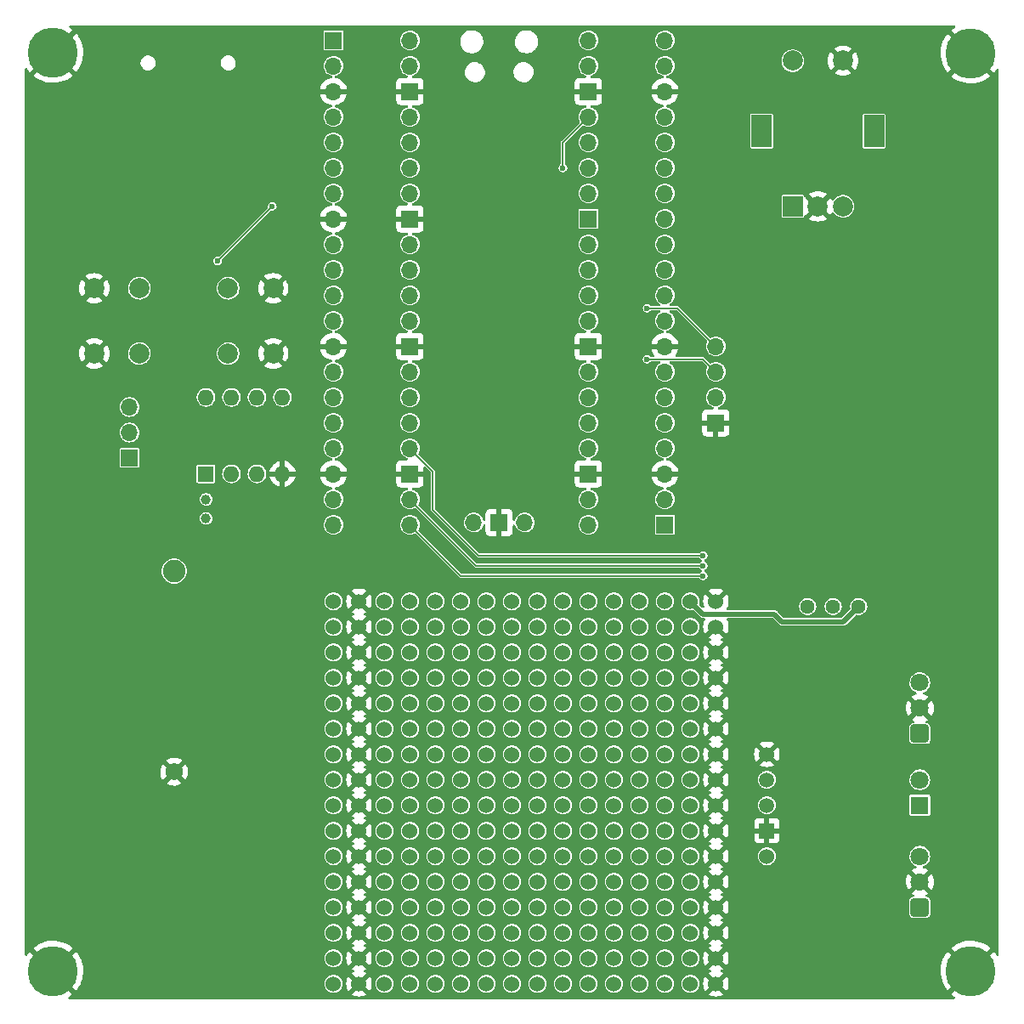
<source format=gbl>
G04 #@! TF.GenerationSoftware,KiCad,Pcbnew,(6.0.10)*
G04 #@! TF.CreationDate,2023-01-30T13:48:55-05:00*
G04 #@! TF.ProjectId,door_counter_circuit,646f6f72-5f63-46f7-956e-7465725f6369,rev?*
G04 #@! TF.SameCoordinates,Original*
G04 #@! TF.FileFunction,Copper,L4,Bot*
G04 #@! TF.FilePolarity,Positive*
%FSLAX46Y46*%
G04 Gerber Fmt 4.6, Leading zero omitted, Abs format (unit mm)*
G04 Created by KiCad (PCBNEW (6.0.10)) date 2023-01-30 13:48:55*
%MOMM*%
%LPD*%
G01*
G04 APERTURE LIST*
G04 Aperture macros list*
%AMRoundRect*
0 Rectangle with rounded corners*
0 $1 Rounding radius*
0 $2 $3 $4 $5 $6 $7 $8 $9 X,Y pos of 4 corners*
0 Add a 4 corners polygon primitive as box body*
4,1,4,$2,$3,$4,$5,$6,$7,$8,$9,$2,$3,0*
0 Add four circle primitives for the rounded corners*
1,1,$1+$1,$2,$3*
1,1,$1+$1,$4,$5*
1,1,$1+$1,$6,$7*
1,1,$1+$1,$8,$9*
0 Add four rect primitives between the rounded corners*
20,1,$1+$1,$2,$3,$4,$5,0*
20,1,$1+$1,$4,$5,$6,$7,0*
20,1,$1+$1,$6,$7,$8,$9,0*
20,1,$1+$1,$8,$9,$2,$3,0*%
G04 Aperture macros list end*
G04 #@! TA.AperFunction,ComponentPad*
%ADD10C,2.250000*%
G04 #@! TD*
G04 #@! TA.AperFunction,ComponentPad*
%ADD11C,1.755000*%
G04 #@! TD*
G04 #@! TA.AperFunction,ComponentPad*
%ADD12C,5.000000*%
G04 #@! TD*
G04 #@! TA.AperFunction,ComponentPad*
%ADD13C,0.800000*%
G04 #@! TD*
G04 #@! TA.AperFunction,ComponentPad*
%ADD14RoundRect,0.248400X0.651600X-0.651600X0.651600X0.651600X-0.651600X0.651600X-0.651600X-0.651600X0*%
G04 #@! TD*
G04 #@! TA.AperFunction,ComponentPad*
%ADD15C,1.800000*%
G04 #@! TD*
G04 #@! TA.AperFunction,ComponentPad*
%ADD16C,2.000000*%
G04 #@! TD*
G04 #@! TA.AperFunction,ComponentPad*
%ADD17R,1.700000X1.700000*%
G04 #@! TD*
G04 #@! TA.AperFunction,ComponentPad*
%ADD18O,1.700000X1.700000*%
G04 #@! TD*
G04 #@! TA.AperFunction,ComponentPad*
%ADD19R,1.500000X1.500000*%
G04 #@! TD*
G04 #@! TA.AperFunction,ComponentPad*
%ADD20C,1.500000*%
G04 #@! TD*
G04 #@! TA.AperFunction,ComponentPad*
%ADD21C,1.524000*%
G04 #@! TD*
G04 #@! TA.AperFunction,ComponentPad*
%ADD22C,1.000000*%
G04 #@! TD*
G04 #@! TA.AperFunction,ComponentPad*
%ADD23R,1.600000X1.600000*%
G04 #@! TD*
G04 #@! TA.AperFunction,ComponentPad*
%ADD24O,1.600000X1.600000*%
G04 #@! TD*
G04 #@! TA.AperFunction,ComponentPad*
%ADD25R,1.800000X1.800000*%
G04 #@! TD*
G04 #@! TA.AperFunction,ComponentPad*
%ADD26C,1.440000*%
G04 #@! TD*
G04 #@! TA.AperFunction,ComponentPad*
%ADD27R,2.000000X2.000000*%
G04 #@! TD*
G04 #@! TA.AperFunction,ComponentPad*
%ADD28R,2.000000X3.200000*%
G04 #@! TD*
G04 #@! TA.AperFunction,ViaPad*
%ADD29C,0.600000*%
G04 #@! TD*
G04 #@! TA.AperFunction,Conductor*
%ADD30C,0.127000*%
G04 #@! TD*
G04 #@! TA.AperFunction,Conductor*
%ADD31C,0.508000*%
G04 #@! TD*
G04 APERTURE END LIST*
D10*
X88265000Y-106205000D03*
D11*
X88265000Y-126205000D03*
D12*
X167640000Y-54610000D03*
D13*
X169515000Y-54610000D03*
X165765000Y-54610000D03*
X166314175Y-55935825D03*
X167640000Y-52735000D03*
X168965825Y-53284175D03*
X166314175Y-53284175D03*
X168965825Y-55935825D03*
X167640000Y-56485000D03*
X167640000Y-144175000D03*
X166314175Y-144724175D03*
X168965825Y-147375825D03*
X165765000Y-146050000D03*
D12*
X167640000Y-146050000D03*
D13*
X166314175Y-147375825D03*
X167640000Y-147925000D03*
X168965825Y-144724175D03*
X169515000Y-146050000D03*
D14*
X162560000Y-122400000D03*
D15*
X162560000Y-119860000D03*
X162560000Y-117320000D03*
D16*
X93635000Y-84530000D03*
X93635000Y-78030000D03*
X98135000Y-78030000D03*
X98135000Y-84530000D03*
D17*
X83820000Y-94942500D03*
D18*
X83820000Y-92402500D03*
X83820000Y-89862500D03*
D17*
X104140000Y-53340000D03*
D18*
X104140000Y-55880000D03*
X104140000Y-58420000D03*
X104140000Y-60960000D03*
X104140000Y-63500000D03*
X104140000Y-66040000D03*
X104140000Y-68580000D03*
X104140000Y-71120000D03*
X104140000Y-73660000D03*
X104140000Y-76200000D03*
X104140000Y-78740000D03*
X104140000Y-81280000D03*
X104140000Y-83820000D03*
X104140000Y-86360000D03*
X104140000Y-88900000D03*
X104140000Y-91440000D03*
X104140000Y-93980000D03*
X104140000Y-96520000D03*
X104140000Y-99060000D03*
X104140000Y-101600000D03*
D19*
X147320000Y-132080000D03*
D20*
X147320000Y-129540000D03*
X147320000Y-127000000D03*
D21*
X147320000Y-124460000D03*
X147320000Y-134620000D03*
D17*
X137160000Y-101600000D03*
D18*
X137160000Y-99060000D03*
X137160000Y-96520000D03*
X137160000Y-93980000D03*
X137160000Y-91440000D03*
X137160000Y-88900000D03*
X137160000Y-86360000D03*
X137160000Y-83820000D03*
X137160000Y-81280000D03*
X137160000Y-78740000D03*
X137160000Y-76200000D03*
X137160000Y-73660000D03*
X137160000Y-71120000D03*
X137160000Y-68580000D03*
X137160000Y-66040000D03*
X137160000Y-63500000D03*
X137160000Y-60960000D03*
X137160000Y-58420000D03*
X137160000Y-55880000D03*
X137160000Y-53340000D03*
D12*
X76200000Y-146050000D03*
D13*
X74874175Y-144724175D03*
X78075000Y-146050000D03*
X74874175Y-147375825D03*
X74325000Y-146050000D03*
X77525825Y-144724175D03*
X76200000Y-144175000D03*
X77525825Y-147375825D03*
X76200000Y-147925000D03*
D22*
X91440000Y-100960000D03*
X91440000Y-99060000D03*
D21*
X104140000Y-147320000D03*
X106680000Y-147320000D03*
X109220000Y-147320000D03*
X111760000Y-147320000D03*
X114300000Y-147320000D03*
X116840000Y-147320000D03*
X119380000Y-147320000D03*
X121920000Y-147320000D03*
X124460000Y-147320000D03*
X127000000Y-147320000D03*
X129540000Y-147320000D03*
X132080000Y-147320000D03*
X134620000Y-147320000D03*
X137160000Y-147320000D03*
X139700000Y-147320000D03*
X142240000Y-147320000D03*
X104140000Y-144780000D03*
X106680000Y-144780000D03*
X109220000Y-144780000D03*
X111760000Y-144780000D03*
X114300000Y-144780000D03*
X116840000Y-144780000D03*
X119380000Y-144780000D03*
X121920000Y-144780000D03*
X124460000Y-144780000D03*
X127000000Y-144780000D03*
X129540000Y-144780000D03*
X132080000Y-144780000D03*
X134620000Y-144780000D03*
X137160000Y-144780000D03*
X139700000Y-144780000D03*
X142240000Y-144780000D03*
X104140000Y-142240000D03*
X106680000Y-142240000D03*
X109220000Y-142240000D03*
X111760000Y-142240000D03*
X114300000Y-142240000D03*
X116840000Y-142240000D03*
X119380000Y-142240000D03*
X121920000Y-142240000D03*
X124460000Y-142240000D03*
X127000000Y-142240000D03*
X129540000Y-142240000D03*
X132080000Y-142240000D03*
X134620000Y-142240000D03*
X137160000Y-142240000D03*
X139700000Y-142240000D03*
X142240000Y-142240000D03*
X104140000Y-139700000D03*
X106680000Y-139700000D03*
X109220000Y-139700000D03*
X111760000Y-139700000D03*
X114300000Y-139700000D03*
X116840000Y-139700000D03*
X119380000Y-139700000D03*
X121920000Y-139700000D03*
X124460000Y-139700000D03*
X127000000Y-139700000D03*
X129540000Y-139700000D03*
X132080000Y-139700000D03*
X134620000Y-139700000D03*
X137160000Y-139700000D03*
X139700000Y-139700000D03*
X142240000Y-139700000D03*
X104140000Y-137160000D03*
X106680000Y-137160000D03*
X109220000Y-137160000D03*
X111760000Y-137160000D03*
X114300000Y-137160000D03*
X116840000Y-137160000D03*
X119380000Y-137160000D03*
X121920000Y-137160000D03*
X124460000Y-137160000D03*
X127000000Y-137160000D03*
X129540000Y-137160000D03*
X132080000Y-137160000D03*
X134620000Y-137160000D03*
X137160000Y-137160000D03*
X139700000Y-137160000D03*
X142240000Y-137160000D03*
X104140000Y-134620000D03*
X106680000Y-134620000D03*
X109220000Y-134620000D03*
X111760000Y-134620000D03*
X114300000Y-134620000D03*
X116840000Y-134620000D03*
X119380000Y-134620000D03*
X121920000Y-134620000D03*
X124460000Y-134620000D03*
X127000000Y-134620000D03*
X129540000Y-134620000D03*
X132080000Y-134620000D03*
X134620000Y-134620000D03*
X137160000Y-134620000D03*
X139700000Y-134620000D03*
X142240000Y-134620000D03*
X104140000Y-132080000D03*
X106680000Y-132080000D03*
X109220000Y-132080000D03*
X111760000Y-132080000D03*
X114300000Y-132080000D03*
X116840000Y-132080000D03*
X119380000Y-132080000D03*
X121920000Y-132080000D03*
X124460000Y-132080000D03*
X127000000Y-132080000D03*
X129540000Y-132080000D03*
X132080000Y-132080000D03*
X134620000Y-132080000D03*
X137160000Y-132080000D03*
X139700000Y-132080000D03*
X142240000Y-132080000D03*
X104140000Y-129540000D03*
X106680000Y-129540000D03*
X109220000Y-129540000D03*
X111760000Y-129540000D03*
X114300000Y-129540000D03*
X116840000Y-129540000D03*
X119380000Y-129540000D03*
X121920000Y-129540000D03*
X124460000Y-129540000D03*
X127000000Y-129540000D03*
X129540000Y-129540000D03*
X132080000Y-129540000D03*
X134620000Y-129540000D03*
X137160000Y-129540000D03*
X139700000Y-129540000D03*
X142240000Y-129540000D03*
X104140000Y-127000000D03*
X106680000Y-127000000D03*
X109220000Y-127000000D03*
X111760000Y-127000000D03*
X114300000Y-127000000D03*
X116840000Y-127000000D03*
X119380000Y-127000000D03*
X121920000Y-127000000D03*
X124460000Y-127000000D03*
X127000000Y-127000000D03*
X129540000Y-127000000D03*
X132080000Y-127000000D03*
X134620000Y-127000000D03*
X137160000Y-127000000D03*
X139700000Y-127000000D03*
X142240000Y-127000000D03*
X104140000Y-124460000D03*
X106680000Y-124460000D03*
X109220000Y-124460000D03*
X111760000Y-124460000D03*
X114300000Y-124460000D03*
X116840000Y-124460000D03*
X119380000Y-124460000D03*
X121920000Y-124460000D03*
X124460000Y-124460000D03*
X127000000Y-124460000D03*
X129540000Y-124460000D03*
X132080000Y-124460000D03*
X134620000Y-124460000D03*
X137160000Y-124460000D03*
X139700000Y-124460000D03*
X142240000Y-124460000D03*
X104140000Y-121920000D03*
X106680000Y-121920000D03*
X109220000Y-121920000D03*
X111760000Y-121920000D03*
X114300000Y-121920000D03*
X116840000Y-121920000D03*
X119380000Y-121920000D03*
X121920000Y-121920000D03*
X124460000Y-121920000D03*
X127000000Y-121920000D03*
X129540000Y-121920000D03*
X132080000Y-121920000D03*
X134620000Y-121920000D03*
X137160000Y-121920000D03*
X139700000Y-121920000D03*
X142240000Y-121920000D03*
X104140000Y-119380000D03*
X106680000Y-119380000D03*
X109220000Y-119380000D03*
X111760000Y-119380000D03*
X114300000Y-119380000D03*
X116840000Y-119380000D03*
X119380000Y-119380000D03*
X121920000Y-119380000D03*
X124460000Y-119380000D03*
X127000000Y-119380000D03*
X129540000Y-119380000D03*
X132080000Y-119380000D03*
X134620000Y-119380000D03*
X137160000Y-119380000D03*
X139700000Y-119380000D03*
X142240000Y-119380000D03*
X104140000Y-116840000D03*
X106680000Y-116840000D03*
X109220000Y-116840000D03*
X111760000Y-116840000D03*
X114300000Y-116840000D03*
X116840000Y-116840000D03*
X119380000Y-116840000D03*
X121920000Y-116840000D03*
X124460000Y-116840000D03*
X127000000Y-116840000D03*
X129540000Y-116840000D03*
X132080000Y-116840000D03*
X134620000Y-116840000D03*
X137160000Y-116840000D03*
X139700000Y-116840000D03*
X142240000Y-116840000D03*
X104140000Y-114300000D03*
X106680000Y-114300000D03*
X109220000Y-114300000D03*
X111760000Y-114300000D03*
X114300000Y-114300000D03*
X116840000Y-114300000D03*
X119380000Y-114300000D03*
X121920000Y-114300000D03*
X124460000Y-114300000D03*
X127000000Y-114300000D03*
X129540000Y-114300000D03*
X132080000Y-114300000D03*
X134620000Y-114300000D03*
X137160000Y-114300000D03*
X139700000Y-114300000D03*
X142240000Y-114300000D03*
X104140000Y-111760000D03*
X106680000Y-111760000D03*
X109220000Y-111760000D03*
X111760000Y-111760000D03*
X114300000Y-111760000D03*
X116840000Y-111760000D03*
X119380000Y-111760000D03*
X121920000Y-111760000D03*
X124460000Y-111760000D03*
X127000000Y-111760000D03*
X129540000Y-111760000D03*
X132080000Y-111760000D03*
X134620000Y-111760000D03*
X137160000Y-111760000D03*
X139700000Y-111760000D03*
X142240000Y-111760000D03*
X104140000Y-109220000D03*
X106680000Y-109220000D03*
X109220000Y-109220000D03*
X111760000Y-109220000D03*
X114300000Y-109220000D03*
X116840000Y-109220000D03*
X119380000Y-109220000D03*
X121920000Y-109220000D03*
X124460000Y-109220000D03*
X127000000Y-109220000D03*
X129540000Y-109220000D03*
X132080000Y-109220000D03*
X134620000Y-109220000D03*
X137160000Y-109220000D03*
X139700000Y-109220000D03*
X142240000Y-109220000D03*
D18*
X142240000Y-83820000D03*
X142240000Y-86360000D03*
X142240000Y-88900000D03*
D17*
X142240000Y-91440000D03*
D23*
X91440000Y-96520000D03*
D24*
X93980000Y-96520000D03*
X96520000Y-96520000D03*
X99060000Y-96520000D03*
X99060000Y-88900000D03*
X96520000Y-88900000D03*
X93980000Y-88900000D03*
X91440000Y-88900000D03*
D13*
X76200000Y-56429175D03*
D12*
X76200000Y-54554175D03*
D13*
X76200000Y-52679175D03*
X74325000Y-54554175D03*
X77525825Y-55880000D03*
X74874175Y-55880000D03*
X78075000Y-54554175D03*
X77525825Y-53228350D03*
X74874175Y-53228350D03*
D14*
X162560000Y-139700000D03*
D15*
X162560000Y-137160000D03*
X162560000Y-134620000D03*
D25*
X162560000Y-129540000D03*
D15*
X162560000Y-127000000D03*
D18*
X111760000Y-53340000D03*
X111760000Y-55880000D03*
D17*
X111760000Y-58420000D03*
D18*
X111760000Y-60960000D03*
X111760000Y-63500000D03*
X111760000Y-66040000D03*
X111760000Y-68580000D03*
D17*
X111760000Y-71120000D03*
D18*
X111760000Y-73660000D03*
X111760000Y-76200000D03*
X111760000Y-78740000D03*
X111760000Y-81280000D03*
D17*
X111760000Y-83820000D03*
D18*
X111760000Y-86360000D03*
X111760000Y-88900000D03*
X111760000Y-91440000D03*
X111760000Y-93980000D03*
D17*
X111760000Y-96520000D03*
D18*
X111760000Y-99060000D03*
X111760000Y-101600000D03*
X129540000Y-101600000D03*
X129540000Y-99060000D03*
D17*
X129540000Y-96520000D03*
D18*
X129540000Y-93980000D03*
X129540000Y-91440000D03*
X129540000Y-88900000D03*
X129540000Y-86360000D03*
D17*
X129540000Y-83820000D03*
D18*
X129540000Y-81280000D03*
X129540000Y-78740000D03*
X129540000Y-76200000D03*
X129540000Y-73660000D03*
D17*
X129540000Y-71120000D03*
D18*
X129540000Y-68580000D03*
X129540000Y-66040000D03*
X129540000Y-63500000D03*
X129540000Y-60960000D03*
D17*
X129540000Y-58420000D03*
D18*
X129540000Y-55880000D03*
X129540000Y-53340000D03*
X118110000Y-101370000D03*
D17*
X120650000Y-101370000D03*
D18*
X123190000Y-101370000D03*
D26*
X156464000Y-109728000D03*
X153924000Y-109728000D03*
X151384000Y-109728000D03*
D27*
X149900000Y-69865000D03*
D16*
X154900000Y-69865000D03*
X152400000Y-69865000D03*
D28*
X158000000Y-62365000D03*
X146800000Y-62365000D03*
D16*
X154900000Y-55365000D03*
X149900000Y-55365000D03*
X84800000Y-84530000D03*
X84800000Y-78030000D03*
X80300000Y-84530000D03*
X80300000Y-78030000D03*
D29*
X140970000Y-104648000D03*
X127000000Y-66040000D03*
X161544000Y-105664000D03*
X99314000Y-65532000D03*
X91948000Y-68580000D03*
X80809800Y-61430200D03*
X135382000Y-80010000D03*
X135382000Y-85090000D03*
X140970000Y-105664000D03*
X140970000Y-106680000D03*
X98044000Y-69850000D03*
X92583000Y-75311000D03*
D30*
X114046000Y-100076000D02*
X114046000Y-96266000D01*
X118618000Y-104648000D02*
X114046000Y-100076000D01*
X140970000Y-104648000D02*
X118618000Y-104648000D01*
X114046000Y-96266000D02*
X111760000Y-93980000D01*
X140970000Y-105664000D02*
X118364000Y-105664000D01*
X118364000Y-105664000D02*
X111760000Y-99060000D01*
X140970000Y-85090000D02*
X142240000Y-86360000D01*
X135382000Y-85090000D02*
X140970000Y-85090000D01*
X138430000Y-80010000D02*
X142240000Y-83820000D01*
X135382000Y-80010000D02*
X138430000Y-80010000D01*
X127000000Y-66040000D02*
X127000000Y-63500000D01*
X127000000Y-63500000D02*
X129540000Y-60960000D01*
X116840000Y-106680000D02*
X140970000Y-106680000D01*
X111760000Y-101600000D02*
X116840000Y-106680000D01*
D31*
X154940000Y-111252000D02*
X156464000Y-109728000D01*
X148082000Y-110490000D02*
X148844000Y-111252000D01*
X148844000Y-111252000D02*
X154940000Y-111252000D01*
X139700000Y-109220000D02*
X140970000Y-110490000D01*
X140970000Y-110490000D02*
X148082000Y-110490000D01*
D30*
X92583000Y-75311000D02*
X98044000Y-69850000D01*
G04 #@! TA.AperFunction,Conductor*
G36*
X166063442Y-51836002D02*
G01*
X166109935Y-51889658D01*
X166120039Y-51959932D01*
X166090545Y-52024512D01*
X166062277Y-52048737D01*
X165897654Y-52152005D01*
X165891731Y-52156214D01*
X165713601Y-52298923D01*
X165705132Y-52311048D01*
X165711527Y-52322316D01*
X167640000Y-54250790D01*
X169926270Y-56537059D01*
X169939621Y-56544349D01*
X169949595Y-56537294D01*
X170056641Y-56409267D01*
X170060957Y-56403456D01*
X170202688Y-56187690D01*
X170256806Y-56141736D01*
X170327177Y-56132335D01*
X170391460Y-56162472D01*
X170429245Y-56222579D01*
X170434000Y-56256867D01*
X170434000Y-144401843D01*
X170413998Y-144469964D01*
X170360342Y-144516457D01*
X170290068Y-144526561D01*
X170225488Y-144497067D01*
X170198552Y-144464271D01*
X170168788Y-144412089D01*
X170164856Y-144406034D01*
X169963774Y-144132295D01*
X169959166Y-144126726D01*
X169953830Y-144120984D01*
X169940178Y-144112866D01*
X169939570Y-144112887D01*
X169931092Y-144118119D01*
X167640000Y-146409210D01*
X165711472Y-148337739D01*
X165703860Y-148351680D01*
X165703878Y-148351934D01*
X165709792Y-148360676D01*
X165741111Y-148389174D01*
X165746748Y-148393738D01*
X166022544Y-148591918D01*
X166028682Y-148595813D01*
X166050406Y-148607905D01*
X166100201Y-148658512D01*
X166114730Y-148728006D01*
X166089382Y-148794323D01*
X166032204Y-148836408D01*
X165989128Y-148844000D01*
X142278094Y-148844000D01*
X142242126Y-148833439D01*
X142226732Y-148841530D01*
X142201906Y-148844000D01*
X106718094Y-148844000D01*
X106682126Y-148833439D01*
X106666732Y-148841530D01*
X106641906Y-148844000D01*
X77846218Y-148844000D01*
X77778097Y-148823998D01*
X77731604Y-148770342D01*
X77721500Y-148700068D01*
X77750994Y-148635488D01*
X77782648Y-148609212D01*
X77864286Y-148561507D01*
X77870326Y-148557493D01*
X78108354Y-148378777D01*
X105985777Y-148378777D01*
X105995074Y-148390793D01*
X106038069Y-148420898D01*
X106047555Y-148426376D01*
X106238993Y-148515645D01*
X106249285Y-148519391D01*
X106453309Y-148574059D01*
X106464104Y-148575962D01*
X106652888Y-148592479D01*
X106675829Y-148601453D01*
X106682596Y-148597104D01*
X106707112Y-148592479D01*
X106895896Y-148575962D01*
X106906691Y-148574059D01*
X107110715Y-148519391D01*
X107121007Y-148515645D01*
X107312445Y-148426376D01*
X107321931Y-148420898D01*
X107365764Y-148390207D01*
X107374139Y-148379729D01*
X107373639Y-148378777D01*
X141545777Y-148378777D01*
X141555074Y-148390793D01*
X141598069Y-148420898D01*
X141607555Y-148426376D01*
X141798993Y-148515645D01*
X141809285Y-148519391D01*
X142013309Y-148574059D01*
X142024104Y-148575962D01*
X142212888Y-148592479D01*
X142235829Y-148601453D01*
X142242596Y-148597104D01*
X142267112Y-148592479D01*
X142455896Y-148575962D01*
X142466691Y-148574059D01*
X142670715Y-148519391D01*
X142681007Y-148515645D01*
X142872445Y-148426376D01*
X142881931Y-148420898D01*
X142925764Y-148390207D01*
X142934139Y-148379729D01*
X142927071Y-148366281D01*
X142252812Y-147692022D01*
X142238868Y-147684408D01*
X142237035Y-147684539D01*
X142230420Y-147688790D01*
X141552207Y-148367003D01*
X141545777Y-148378777D01*
X107373639Y-148378777D01*
X107367071Y-148366281D01*
X106692812Y-147692022D01*
X106678868Y-147684408D01*
X106677035Y-147684539D01*
X106670420Y-147688790D01*
X105992207Y-148367003D01*
X105985777Y-148378777D01*
X78108354Y-148378777D01*
X78128828Y-148363405D01*
X78137282Y-148352078D01*
X78130537Y-148339748D01*
X75841921Y-146051131D01*
X76564408Y-146051131D01*
X76564539Y-146052966D01*
X76568790Y-146059580D01*
X78486268Y-147977057D01*
X78499622Y-147984349D01*
X78509594Y-147977295D01*
X78616641Y-147849267D01*
X78620957Y-147843456D01*
X78807432Y-147559575D01*
X78811046Y-147553313D01*
X78928392Y-147320000D01*
X103245600Y-147320000D01*
X103265145Y-147505956D01*
X103267185Y-147512234D01*
X103267185Y-147512235D01*
X103280532Y-147553313D01*
X103322925Y-147683785D01*
X103326228Y-147689507D01*
X103326229Y-147689508D01*
X103361567Y-147750715D01*
X103416415Y-147845715D01*
X103420833Y-147850622D01*
X103420834Y-147850623D01*
X103536444Y-147979020D01*
X103541530Y-147984669D01*
X103692800Y-148094573D01*
X103698828Y-148097257D01*
X103698830Y-148097258D01*
X103857584Y-148167940D01*
X103863615Y-148170625D01*
X103955062Y-148190062D01*
X104040053Y-148208128D01*
X104040057Y-148208128D01*
X104046510Y-148209500D01*
X104233490Y-148209500D01*
X104239943Y-148208128D01*
X104239947Y-148208128D01*
X104324938Y-148190062D01*
X104416385Y-148170625D01*
X104422416Y-148167940D01*
X104581170Y-148097258D01*
X104581172Y-148097257D01*
X104587200Y-148094573D01*
X104738470Y-147984669D01*
X104743557Y-147979020D01*
X104859166Y-147850623D01*
X104859167Y-147850622D01*
X104863585Y-147845715D01*
X104918433Y-147750715D01*
X104953771Y-147689508D01*
X104953772Y-147689507D01*
X104957075Y-147683785D01*
X104999468Y-147553313D01*
X105012815Y-147512235D01*
X105012815Y-147512234D01*
X105014855Y-147505956D01*
X105033825Y-147325475D01*
X105405628Y-147325475D01*
X105424038Y-147535896D01*
X105425941Y-147546691D01*
X105480609Y-147750715D01*
X105484355Y-147761007D01*
X105573623Y-147952441D01*
X105579103Y-147961932D01*
X105609794Y-148005765D01*
X105620271Y-148014140D01*
X105633718Y-148007072D01*
X106307978Y-147332812D01*
X106314356Y-147321132D01*
X107044408Y-147321132D01*
X107044539Y-147322965D01*
X107048790Y-147329580D01*
X107727003Y-148007793D01*
X107738777Y-148014223D01*
X107750793Y-148004926D01*
X107780897Y-147961932D01*
X107786377Y-147952441D01*
X107875645Y-147761007D01*
X107879391Y-147750715D01*
X107934059Y-147546691D01*
X107935962Y-147535896D01*
X107954372Y-147325475D01*
X107954372Y-147320000D01*
X108325600Y-147320000D01*
X108345145Y-147505956D01*
X108347185Y-147512234D01*
X108347185Y-147512235D01*
X108360532Y-147553313D01*
X108402925Y-147683785D01*
X108406228Y-147689507D01*
X108406229Y-147689508D01*
X108441567Y-147750715D01*
X108496415Y-147845715D01*
X108500833Y-147850622D01*
X108500834Y-147850623D01*
X108616444Y-147979020D01*
X108621530Y-147984669D01*
X108772800Y-148094573D01*
X108778828Y-148097257D01*
X108778830Y-148097258D01*
X108937584Y-148167940D01*
X108943615Y-148170625D01*
X109035062Y-148190062D01*
X109120053Y-148208128D01*
X109120057Y-148208128D01*
X109126510Y-148209500D01*
X109313490Y-148209500D01*
X109319943Y-148208128D01*
X109319947Y-148208128D01*
X109404938Y-148190062D01*
X109496385Y-148170625D01*
X109502416Y-148167940D01*
X109661170Y-148097258D01*
X109661172Y-148097257D01*
X109667200Y-148094573D01*
X109818470Y-147984669D01*
X109823557Y-147979020D01*
X109939166Y-147850623D01*
X109939167Y-147850622D01*
X109943585Y-147845715D01*
X109998433Y-147750715D01*
X110033771Y-147689508D01*
X110033772Y-147689507D01*
X110037075Y-147683785D01*
X110079468Y-147553313D01*
X110092815Y-147512235D01*
X110092815Y-147512234D01*
X110094855Y-147505956D01*
X110114400Y-147320000D01*
X110865600Y-147320000D01*
X110885145Y-147505956D01*
X110887185Y-147512234D01*
X110887185Y-147512235D01*
X110900532Y-147553313D01*
X110942925Y-147683785D01*
X110946228Y-147689507D01*
X110946229Y-147689508D01*
X110981567Y-147750715D01*
X111036415Y-147845715D01*
X111040833Y-147850622D01*
X111040834Y-147850623D01*
X111156444Y-147979020D01*
X111161530Y-147984669D01*
X111312800Y-148094573D01*
X111318828Y-148097257D01*
X111318830Y-148097258D01*
X111477584Y-148167940D01*
X111483615Y-148170625D01*
X111575062Y-148190062D01*
X111660053Y-148208128D01*
X111660057Y-148208128D01*
X111666510Y-148209500D01*
X111853490Y-148209500D01*
X111859943Y-148208128D01*
X111859947Y-148208128D01*
X111944938Y-148190062D01*
X112036385Y-148170625D01*
X112042416Y-148167940D01*
X112201170Y-148097258D01*
X112201172Y-148097257D01*
X112207200Y-148094573D01*
X112358470Y-147984669D01*
X112363557Y-147979020D01*
X112479166Y-147850623D01*
X112479167Y-147850622D01*
X112483585Y-147845715D01*
X112538433Y-147750715D01*
X112573771Y-147689508D01*
X112573772Y-147689507D01*
X112577075Y-147683785D01*
X112619468Y-147553313D01*
X112632815Y-147512235D01*
X112632815Y-147512234D01*
X112634855Y-147505956D01*
X112654400Y-147320000D01*
X113405600Y-147320000D01*
X113425145Y-147505956D01*
X113427185Y-147512234D01*
X113427185Y-147512235D01*
X113440532Y-147553313D01*
X113482925Y-147683785D01*
X113486228Y-147689507D01*
X113486229Y-147689508D01*
X113521567Y-147750715D01*
X113576415Y-147845715D01*
X113580833Y-147850622D01*
X113580834Y-147850623D01*
X113696444Y-147979020D01*
X113701530Y-147984669D01*
X113852800Y-148094573D01*
X113858828Y-148097257D01*
X113858830Y-148097258D01*
X114017584Y-148167940D01*
X114023615Y-148170625D01*
X114115062Y-148190062D01*
X114200053Y-148208128D01*
X114200057Y-148208128D01*
X114206510Y-148209500D01*
X114393490Y-148209500D01*
X114399943Y-148208128D01*
X114399947Y-148208128D01*
X114484938Y-148190062D01*
X114576385Y-148170625D01*
X114582416Y-148167940D01*
X114741170Y-148097258D01*
X114741172Y-148097257D01*
X114747200Y-148094573D01*
X114898470Y-147984669D01*
X114903557Y-147979020D01*
X115019166Y-147850623D01*
X115019167Y-147850622D01*
X115023585Y-147845715D01*
X115078433Y-147750715D01*
X115113771Y-147689508D01*
X115113772Y-147689507D01*
X115117075Y-147683785D01*
X115159468Y-147553313D01*
X115172815Y-147512235D01*
X115172815Y-147512234D01*
X115174855Y-147505956D01*
X115194400Y-147320000D01*
X115945600Y-147320000D01*
X115965145Y-147505956D01*
X115967185Y-147512234D01*
X115967185Y-147512235D01*
X115980532Y-147553313D01*
X116022925Y-147683785D01*
X116026228Y-147689507D01*
X116026229Y-147689508D01*
X116061567Y-147750715D01*
X116116415Y-147845715D01*
X116120833Y-147850622D01*
X116120834Y-147850623D01*
X116236444Y-147979020D01*
X116241530Y-147984669D01*
X116392800Y-148094573D01*
X116398828Y-148097257D01*
X116398830Y-148097258D01*
X116557584Y-148167940D01*
X116563615Y-148170625D01*
X116655062Y-148190062D01*
X116740053Y-148208128D01*
X116740057Y-148208128D01*
X116746510Y-148209500D01*
X116933490Y-148209500D01*
X116939943Y-148208128D01*
X116939947Y-148208128D01*
X117024938Y-148190062D01*
X117116385Y-148170625D01*
X117122416Y-148167940D01*
X117281170Y-148097258D01*
X117281172Y-148097257D01*
X117287200Y-148094573D01*
X117438470Y-147984669D01*
X117443557Y-147979020D01*
X117559166Y-147850623D01*
X117559167Y-147850622D01*
X117563585Y-147845715D01*
X117618433Y-147750715D01*
X117653771Y-147689508D01*
X117653772Y-147689507D01*
X117657075Y-147683785D01*
X117699468Y-147553313D01*
X117712815Y-147512235D01*
X117712815Y-147512234D01*
X117714855Y-147505956D01*
X117734400Y-147320000D01*
X118485600Y-147320000D01*
X118505145Y-147505956D01*
X118507185Y-147512234D01*
X118507185Y-147512235D01*
X118520532Y-147553313D01*
X118562925Y-147683785D01*
X118566228Y-147689507D01*
X118566229Y-147689508D01*
X118601567Y-147750715D01*
X118656415Y-147845715D01*
X118660833Y-147850622D01*
X118660834Y-147850623D01*
X118776444Y-147979020D01*
X118781530Y-147984669D01*
X118932800Y-148094573D01*
X118938828Y-148097257D01*
X118938830Y-148097258D01*
X119097584Y-148167940D01*
X119103615Y-148170625D01*
X119195062Y-148190062D01*
X119280053Y-148208128D01*
X119280057Y-148208128D01*
X119286510Y-148209500D01*
X119473490Y-148209500D01*
X119479943Y-148208128D01*
X119479947Y-148208128D01*
X119564938Y-148190062D01*
X119656385Y-148170625D01*
X119662416Y-148167940D01*
X119821170Y-148097258D01*
X119821172Y-148097257D01*
X119827200Y-148094573D01*
X119978470Y-147984669D01*
X119983557Y-147979020D01*
X120099166Y-147850623D01*
X120099167Y-147850622D01*
X120103585Y-147845715D01*
X120158433Y-147750715D01*
X120193771Y-147689508D01*
X120193772Y-147689507D01*
X120197075Y-147683785D01*
X120239468Y-147553313D01*
X120252815Y-147512235D01*
X120252815Y-147512234D01*
X120254855Y-147505956D01*
X120274400Y-147320000D01*
X121025600Y-147320000D01*
X121045145Y-147505956D01*
X121047185Y-147512234D01*
X121047185Y-147512235D01*
X121060532Y-147553313D01*
X121102925Y-147683785D01*
X121106228Y-147689507D01*
X121106229Y-147689508D01*
X121141567Y-147750715D01*
X121196415Y-147845715D01*
X121200833Y-147850622D01*
X121200834Y-147850623D01*
X121316444Y-147979020D01*
X121321530Y-147984669D01*
X121472800Y-148094573D01*
X121478828Y-148097257D01*
X121478830Y-148097258D01*
X121637584Y-148167940D01*
X121643615Y-148170625D01*
X121735062Y-148190062D01*
X121820053Y-148208128D01*
X121820057Y-148208128D01*
X121826510Y-148209500D01*
X122013490Y-148209500D01*
X122019943Y-148208128D01*
X122019947Y-148208128D01*
X122104938Y-148190062D01*
X122196385Y-148170625D01*
X122202416Y-148167940D01*
X122361170Y-148097258D01*
X122361172Y-148097257D01*
X122367200Y-148094573D01*
X122518470Y-147984669D01*
X122523557Y-147979020D01*
X122639166Y-147850623D01*
X122639167Y-147850622D01*
X122643585Y-147845715D01*
X122698433Y-147750715D01*
X122733771Y-147689508D01*
X122733772Y-147689507D01*
X122737075Y-147683785D01*
X122779468Y-147553313D01*
X122792815Y-147512235D01*
X122792815Y-147512234D01*
X122794855Y-147505956D01*
X122814400Y-147320000D01*
X123565600Y-147320000D01*
X123585145Y-147505956D01*
X123587185Y-147512234D01*
X123587185Y-147512235D01*
X123600532Y-147553313D01*
X123642925Y-147683785D01*
X123646228Y-147689507D01*
X123646229Y-147689508D01*
X123681567Y-147750715D01*
X123736415Y-147845715D01*
X123740833Y-147850622D01*
X123740834Y-147850623D01*
X123856444Y-147979020D01*
X123861530Y-147984669D01*
X124012800Y-148094573D01*
X124018828Y-148097257D01*
X124018830Y-148097258D01*
X124177584Y-148167940D01*
X124183615Y-148170625D01*
X124275062Y-148190062D01*
X124360053Y-148208128D01*
X124360057Y-148208128D01*
X124366510Y-148209500D01*
X124553490Y-148209500D01*
X124559943Y-148208128D01*
X124559947Y-148208128D01*
X124644938Y-148190062D01*
X124736385Y-148170625D01*
X124742416Y-148167940D01*
X124901170Y-148097258D01*
X124901172Y-148097257D01*
X124907200Y-148094573D01*
X125058470Y-147984669D01*
X125063557Y-147979020D01*
X125179166Y-147850623D01*
X125179167Y-147850622D01*
X125183585Y-147845715D01*
X125238433Y-147750715D01*
X125273771Y-147689508D01*
X125273772Y-147689507D01*
X125277075Y-147683785D01*
X125319468Y-147553313D01*
X125332815Y-147512235D01*
X125332815Y-147512234D01*
X125334855Y-147505956D01*
X125354400Y-147320000D01*
X126105600Y-147320000D01*
X126125145Y-147505956D01*
X126127185Y-147512234D01*
X126127185Y-147512235D01*
X126140532Y-147553313D01*
X126182925Y-147683785D01*
X126186228Y-147689507D01*
X126186229Y-147689508D01*
X126221567Y-147750715D01*
X126276415Y-147845715D01*
X126280833Y-147850622D01*
X126280834Y-147850623D01*
X126396444Y-147979020D01*
X126401530Y-147984669D01*
X126552800Y-148094573D01*
X126558828Y-148097257D01*
X126558830Y-148097258D01*
X126717584Y-148167940D01*
X126723615Y-148170625D01*
X126815062Y-148190062D01*
X126900053Y-148208128D01*
X126900057Y-148208128D01*
X126906510Y-148209500D01*
X127093490Y-148209500D01*
X127099943Y-148208128D01*
X127099947Y-148208128D01*
X127184938Y-148190062D01*
X127276385Y-148170625D01*
X127282416Y-148167940D01*
X127441170Y-148097258D01*
X127441172Y-148097257D01*
X127447200Y-148094573D01*
X127598470Y-147984669D01*
X127603557Y-147979020D01*
X127719166Y-147850623D01*
X127719167Y-147850622D01*
X127723585Y-147845715D01*
X127778433Y-147750715D01*
X127813771Y-147689508D01*
X127813772Y-147689507D01*
X127817075Y-147683785D01*
X127859468Y-147553313D01*
X127872815Y-147512235D01*
X127872815Y-147512234D01*
X127874855Y-147505956D01*
X127894400Y-147320000D01*
X128645600Y-147320000D01*
X128665145Y-147505956D01*
X128667185Y-147512234D01*
X128667185Y-147512235D01*
X128680532Y-147553313D01*
X128722925Y-147683785D01*
X128726228Y-147689507D01*
X128726229Y-147689508D01*
X128761567Y-147750715D01*
X128816415Y-147845715D01*
X128820833Y-147850622D01*
X128820834Y-147850623D01*
X128936444Y-147979020D01*
X128941530Y-147984669D01*
X129092800Y-148094573D01*
X129098828Y-148097257D01*
X129098830Y-148097258D01*
X129257584Y-148167940D01*
X129263615Y-148170625D01*
X129355062Y-148190062D01*
X129440053Y-148208128D01*
X129440057Y-148208128D01*
X129446510Y-148209500D01*
X129633490Y-148209500D01*
X129639943Y-148208128D01*
X129639947Y-148208128D01*
X129724938Y-148190062D01*
X129816385Y-148170625D01*
X129822416Y-148167940D01*
X129981170Y-148097258D01*
X129981172Y-148097257D01*
X129987200Y-148094573D01*
X130138470Y-147984669D01*
X130143557Y-147979020D01*
X130259166Y-147850623D01*
X130259167Y-147850622D01*
X130263585Y-147845715D01*
X130318433Y-147750715D01*
X130353771Y-147689508D01*
X130353772Y-147689507D01*
X130357075Y-147683785D01*
X130399468Y-147553313D01*
X130412815Y-147512235D01*
X130412815Y-147512234D01*
X130414855Y-147505956D01*
X130434400Y-147320000D01*
X131185600Y-147320000D01*
X131205145Y-147505956D01*
X131207185Y-147512234D01*
X131207185Y-147512235D01*
X131220532Y-147553313D01*
X131262925Y-147683785D01*
X131266228Y-147689507D01*
X131266229Y-147689508D01*
X131301567Y-147750715D01*
X131356415Y-147845715D01*
X131360833Y-147850622D01*
X131360834Y-147850623D01*
X131476444Y-147979020D01*
X131481530Y-147984669D01*
X131632800Y-148094573D01*
X131638828Y-148097257D01*
X131638830Y-148097258D01*
X131797584Y-148167940D01*
X131803615Y-148170625D01*
X131895062Y-148190062D01*
X131980053Y-148208128D01*
X131980057Y-148208128D01*
X131986510Y-148209500D01*
X132173490Y-148209500D01*
X132179943Y-148208128D01*
X132179947Y-148208128D01*
X132264938Y-148190062D01*
X132356385Y-148170625D01*
X132362416Y-148167940D01*
X132521170Y-148097258D01*
X132521172Y-148097257D01*
X132527200Y-148094573D01*
X132678470Y-147984669D01*
X132683557Y-147979020D01*
X132799166Y-147850623D01*
X132799167Y-147850622D01*
X132803585Y-147845715D01*
X132858433Y-147750715D01*
X132893771Y-147689508D01*
X132893772Y-147689507D01*
X132897075Y-147683785D01*
X132939468Y-147553313D01*
X132952815Y-147512235D01*
X132952815Y-147512234D01*
X132954855Y-147505956D01*
X132974400Y-147320000D01*
X133725600Y-147320000D01*
X133745145Y-147505956D01*
X133747185Y-147512234D01*
X133747185Y-147512235D01*
X133760532Y-147553313D01*
X133802925Y-147683785D01*
X133806228Y-147689507D01*
X133806229Y-147689508D01*
X133841567Y-147750715D01*
X133896415Y-147845715D01*
X133900833Y-147850622D01*
X133900834Y-147850623D01*
X134016444Y-147979020D01*
X134021530Y-147984669D01*
X134172800Y-148094573D01*
X134178828Y-148097257D01*
X134178830Y-148097258D01*
X134337584Y-148167940D01*
X134343615Y-148170625D01*
X134435062Y-148190062D01*
X134520053Y-148208128D01*
X134520057Y-148208128D01*
X134526510Y-148209500D01*
X134713490Y-148209500D01*
X134719943Y-148208128D01*
X134719947Y-148208128D01*
X134804938Y-148190062D01*
X134896385Y-148170625D01*
X134902416Y-148167940D01*
X135061170Y-148097258D01*
X135061172Y-148097257D01*
X135067200Y-148094573D01*
X135218470Y-147984669D01*
X135223557Y-147979020D01*
X135339166Y-147850623D01*
X135339167Y-147850622D01*
X135343585Y-147845715D01*
X135398433Y-147750715D01*
X135433771Y-147689508D01*
X135433772Y-147689507D01*
X135437075Y-147683785D01*
X135479468Y-147553313D01*
X135492815Y-147512235D01*
X135492815Y-147512234D01*
X135494855Y-147505956D01*
X135514400Y-147320000D01*
X136265600Y-147320000D01*
X136285145Y-147505956D01*
X136287185Y-147512234D01*
X136287185Y-147512235D01*
X136300532Y-147553313D01*
X136342925Y-147683785D01*
X136346228Y-147689507D01*
X136346229Y-147689508D01*
X136381567Y-147750715D01*
X136436415Y-147845715D01*
X136440833Y-147850622D01*
X136440834Y-147850623D01*
X136556444Y-147979020D01*
X136561530Y-147984669D01*
X136712800Y-148094573D01*
X136718828Y-148097257D01*
X136718830Y-148097258D01*
X136877584Y-148167940D01*
X136883615Y-148170625D01*
X136975062Y-148190062D01*
X137060053Y-148208128D01*
X137060057Y-148208128D01*
X137066510Y-148209500D01*
X137253490Y-148209500D01*
X137259943Y-148208128D01*
X137259947Y-148208128D01*
X137344938Y-148190062D01*
X137436385Y-148170625D01*
X137442416Y-148167940D01*
X137601170Y-148097258D01*
X137601172Y-148097257D01*
X137607200Y-148094573D01*
X137758470Y-147984669D01*
X137763557Y-147979020D01*
X137879166Y-147850623D01*
X137879167Y-147850622D01*
X137883585Y-147845715D01*
X137938433Y-147750715D01*
X137973771Y-147689508D01*
X137973772Y-147689507D01*
X137977075Y-147683785D01*
X138019468Y-147553313D01*
X138032815Y-147512235D01*
X138032815Y-147512234D01*
X138034855Y-147505956D01*
X138054400Y-147320000D01*
X138805600Y-147320000D01*
X138825145Y-147505956D01*
X138827185Y-147512234D01*
X138827185Y-147512235D01*
X138840532Y-147553313D01*
X138882925Y-147683785D01*
X138886228Y-147689507D01*
X138886229Y-147689508D01*
X138921567Y-147750715D01*
X138976415Y-147845715D01*
X138980833Y-147850622D01*
X138980834Y-147850623D01*
X139096444Y-147979020D01*
X139101530Y-147984669D01*
X139252800Y-148094573D01*
X139258828Y-148097257D01*
X139258830Y-148097258D01*
X139417584Y-148167940D01*
X139423615Y-148170625D01*
X139515062Y-148190062D01*
X139600053Y-148208128D01*
X139600057Y-148208128D01*
X139606510Y-148209500D01*
X139793490Y-148209500D01*
X139799943Y-148208128D01*
X139799947Y-148208128D01*
X139884938Y-148190062D01*
X139976385Y-148170625D01*
X139982416Y-148167940D01*
X140141170Y-148097258D01*
X140141172Y-148097257D01*
X140147200Y-148094573D01*
X140298470Y-147984669D01*
X140303557Y-147979020D01*
X140419166Y-147850623D01*
X140419167Y-147850622D01*
X140423585Y-147845715D01*
X140478433Y-147750715D01*
X140513771Y-147689508D01*
X140513772Y-147689507D01*
X140517075Y-147683785D01*
X140559468Y-147553313D01*
X140572815Y-147512235D01*
X140572815Y-147512234D01*
X140574855Y-147505956D01*
X140593825Y-147325475D01*
X140965628Y-147325475D01*
X140984038Y-147535896D01*
X140985941Y-147546691D01*
X141040609Y-147750715D01*
X141044355Y-147761007D01*
X141133623Y-147952441D01*
X141139103Y-147961932D01*
X141169794Y-148005765D01*
X141180271Y-148014140D01*
X141193718Y-148007072D01*
X141867978Y-147332812D01*
X141874356Y-147321132D01*
X142604408Y-147321132D01*
X142604539Y-147322965D01*
X142608790Y-147329580D01*
X143287003Y-148007793D01*
X143298777Y-148014223D01*
X143310793Y-148004926D01*
X143340897Y-147961932D01*
X143346377Y-147952441D01*
X143435645Y-147761007D01*
X143439391Y-147750715D01*
X143494059Y-147546691D01*
X143495962Y-147535896D01*
X143514372Y-147325475D01*
X143514372Y-147314525D01*
X143495962Y-147104104D01*
X143494059Y-147093309D01*
X143439391Y-146889285D01*
X143435645Y-146878993D01*
X143346377Y-146687559D01*
X143340897Y-146678068D01*
X143310206Y-146634235D01*
X143299729Y-146625860D01*
X143286282Y-146632928D01*
X142612022Y-147307188D01*
X142604408Y-147321132D01*
X141874356Y-147321132D01*
X141875592Y-147318868D01*
X141875461Y-147317035D01*
X141871210Y-147310420D01*
X141192997Y-146632207D01*
X141181223Y-146625777D01*
X141169207Y-146635074D01*
X141139103Y-146678068D01*
X141133623Y-146687559D01*
X141044355Y-146878993D01*
X141040609Y-146889285D01*
X140985941Y-147093309D01*
X140984038Y-147104104D01*
X140965628Y-147314525D01*
X140965628Y-147325475D01*
X140593825Y-147325475D01*
X140594400Y-147320000D01*
X140593393Y-147310420D01*
X140575545Y-147140608D01*
X140575545Y-147140607D01*
X140574855Y-147134044D01*
X140561620Y-147093309D01*
X140519117Y-146962500D01*
X140517075Y-146956215D01*
X140512320Y-146947978D01*
X140426888Y-146800006D01*
X140423585Y-146794285D01*
X140419166Y-146789377D01*
X140302885Y-146660234D01*
X140302883Y-146660233D01*
X140298470Y-146655331D01*
X140204562Y-146587103D01*
X140152542Y-146549308D01*
X140152541Y-146549307D01*
X140147200Y-146545427D01*
X140141172Y-146542743D01*
X140141170Y-146542742D01*
X139982416Y-146472060D01*
X139982414Y-146472060D01*
X139976385Y-146469375D01*
X139884937Y-146449937D01*
X139799947Y-146431872D01*
X139799943Y-146431872D01*
X139793490Y-146430500D01*
X139606510Y-146430500D01*
X139600057Y-146431872D01*
X139600053Y-146431872D01*
X139515063Y-146449937D01*
X139423615Y-146469375D01*
X139417586Y-146472060D01*
X139417584Y-146472060D01*
X139258830Y-146542742D01*
X139258828Y-146542743D01*
X139252800Y-146545427D01*
X139247459Y-146549307D01*
X139247458Y-146549308D01*
X139195438Y-146587103D01*
X139101530Y-146655331D01*
X139097117Y-146660233D01*
X139097115Y-146660234D01*
X138980834Y-146789377D01*
X138976415Y-146794285D01*
X138973112Y-146800006D01*
X138887681Y-146947978D01*
X138882925Y-146956215D01*
X138880883Y-146962500D01*
X138838381Y-147093309D01*
X138825145Y-147134044D01*
X138824455Y-147140607D01*
X138824455Y-147140608D01*
X138806607Y-147310420D01*
X138805600Y-147320000D01*
X138054400Y-147320000D01*
X138053393Y-147310420D01*
X138035545Y-147140608D01*
X138035545Y-147140607D01*
X138034855Y-147134044D01*
X138021620Y-147093309D01*
X137979117Y-146962500D01*
X137977075Y-146956215D01*
X137972320Y-146947978D01*
X137886888Y-146800006D01*
X137883585Y-146794285D01*
X137879166Y-146789377D01*
X137762885Y-146660234D01*
X137762883Y-146660233D01*
X137758470Y-146655331D01*
X137664562Y-146587103D01*
X137612542Y-146549308D01*
X137612541Y-146549307D01*
X137607200Y-146545427D01*
X137601172Y-146542743D01*
X137601170Y-146542742D01*
X137442416Y-146472060D01*
X137442414Y-146472060D01*
X137436385Y-146469375D01*
X137344937Y-146449937D01*
X137259947Y-146431872D01*
X137259943Y-146431872D01*
X137253490Y-146430500D01*
X137066510Y-146430500D01*
X137060057Y-146431872D01*
X137060053Y-146431872D01*
X136975063Y-146449937D01*
X136883615Y-146469375D01*
X136877586Y-146472060D01*
X136877584Y-146472060D01*
X136718830Y-146542742D01*
X136718828Y-146542743D01*
X136712800Y-146545427D01*
X136707459Y-146549307D01*
X136707458Y-146549308D01*
X136655438Y-146587103D01*
X136561530Y-146655331D01*
X136557117Y-146660233D01*
X136557115Y-146660234D01*
X136440834Y-146789377D01*
X136436415Y-146794285D01*
X136433112Y-146800006D01*
X136347681Y-146947978D01*
X136342925Y-146956215D01*
X136340883Y-146962500D01*
X136298381Y-147093309D01*
X136285145Y-147134044D01*
X136284455Y-147140607D01*
X136284455Y-147140608D01*
X136266607Y-147310420D01*
X136265600Y-147320000D01*
X135514400Y-147320000D01*
X135513393Y-147310420D01*
X135495545Y-147140608D01*
X135495545Y-147140607D01*
X135494855Y-147134044D01*
X135481620Y-147093309D01*
X135439117Y-146962500D01*
X135437075Y-146956215D01*
X135432320Y-146947978D01*
X135346888Y-146800006D01*
X135343585Y-146794285D01*
X135339166Y-146789377D01*
X135222885Y-146660234D01*
X135222883Y-146660233D01*
X135218470Y-146655331D01*
X135124562Y-146587103D01*
X135072542Y-146549308D01*
X135072541Y-146549307D01*
X135067200Y-146545427D01*
X135061172Y-146542743D01*
X135061170Y-146542742D01*
X134902416Y-146472060D01*
X134902414Y-146472060D01*
X134896385Y-146469375D01*
X134804937Y-146449937D01*
X134719947Y-146431872D01*
X134719943Y-146431872D01*
X134713490Y-146430500D01*
X134526510Y-146430500D01*
X134520057Y-146431872D01*
X134520053Y-146431872D01*
X134435063Y-146449937D01*
X134343615Y-146469375D01*
X134337586Y-146472060D01*
X134337584Y-146472060D01*
X134178830Y-146542742D01*
X134178828Y-146542743D01*
X134172800Y-146545427D01*
X134167459Y-146549307D01*
X134167458Y-146549308D01*
X134115438Y-146587103D01*
X134021530Y-146655331D01*
X134017117Y-146660233D01*
X134017115Y-146660234D01*
X133900834Y-146789377D01*
X133896415Y-146794285D01*
X133893112Y-146800006D01*
X133807681Y-146947978D01*
X133802925Y-146956215D01*
X133800883Y-146962500D01*
X133758381Y-147093309D01*
X133745145Y-147134044D01*
X133744455Y-147140607D01*
X133744455Y-147140608D01*
X133726607Y-147310420D01*
X133725600Y-147320000D01*
X132974400Y-147320000D01*
X132973393Y-147310420D01*
X132955545Y-147140608D01*
X132955545Y-147140607D01*
X132954855Y-147134044D01*
X132941620Y-147093309D01*
X132899117Y-146962500D01*
X132897075Y-146956215D01*
X132892320Y-146947978D01*
X132806888Y-146800006D01*
X132803585Y-146794285D01*
X132799166Y-146789377D01*
X132682885Y-146660234D01*
X132682883Y-146660233D01*
X132678470Y-146655331D01*
X132584562Y-146587103D01*
X132532542Y-146549308D01*
X132532541Y-146549307D01*
X132527200Y-146545427D01*
X132521172Y-146542743D01*
X132521170Y-146542742D01*
X132362416Y-146472060D01*
X132362414Y-146472060D01*
X132356385Y-146469375D01*
X132264937Y-146449937D01*
X132179947Y-146431872D01*
X132179943Y-146431872D01*
X132173490Y-146430500D01*
X131986510Y-146430500D01*
X131980057Y-146431872D01*
X131980053Y-146431872D01*
X131895063Y-146449937D01*
X131803615Y-146469375D01*
X131797586Y-146472060D01*
X131797584Y-146472060D01*
X131638830Y-146542742D01*
X131638828Y-146542743D01*
X131632800Y-146545427D01*
X131627459Y-146549307D01*
X131627458Y-146549308D01*
X131575438Y-146587103D01*
X131481530Y-146655331D01*
X131477117Y-146660233D01*
X131477115Y-146660234D01*
X131360834Y-146789377D01*
X131356415Y-146794285D01*
X131353112Y-146800006D01*
X131267681Y-146947978D01*
X131262925Y-146956215D01*
X131260883Y-146962500D01*
X131218381Y-147093309D01*
X131205145Y-147134044D01*
X131204455Y-147140607D01*
X131204455Y-147140608D01*
X131186607Y-147310420D01*
X131185600Y-147320000D01*
X130434400Y-147320000D01*
X130433393Y-147310420D01*
X130415545Y-147140608D01*
X130415545Y-147140607D01*
X130414855Y-147134044D01*
X130401620Y-147093309D01*
X130359117Y-146962500D01*
X130357075Y-146956215D01*
X130352320Y-146947978D01*
X130266888Y-146800006D01*
X130263585Y-146794285D01*
X130259166Y-146789377D01*
X130142885Y-146660234D01*
X130142883Y-146660233D01*
X130138470Y-146655331D01*
X130044562Y-146587103D01*
X129992542Y-146549308D01*
X129992541Y-146549307D01*
X129987200Y-146545427D01*
X129981172Y-146542743D01*
X129981170Y-146542742D01*
X129822416Y-146472060D01*
X129822414Y-146472060D01*
X129816385Y-146469375D01*
X129724937Y-146449937D01*
X129639947Y-146431872D01*
X129639943Y-146431872D01*
X129633490Y-146430500D01*
X129446510Y-146430500D01*
X129440057Y-146431872D01*
X129440053Y-146431872D01*
X129355063Y-146449937D01*
X129263615Y-146469375D01*
X129257586Y-146472060D01*
X129257584Y-146472060D01*
X129098830Y-146542742D01*
X129098828Y-146542743D01*
X129092800Y-146545427D01*
X129087459Y-146549307D01*
X129087458Y-146549308D01*
X129035438Y-146587103D01*
X128941530Y-146655331D01*
X128937117Y-146660233D01*
X128937115Y-146660234D01*
X128820834Y-146789377D01*
X128816415Y-146794285D01*
X128813112Y-146800006D01*
X128727681Y-146947978D01*
X128722925Y-146956215D01*
X128720883Y-146962500D01*
X128678381Y-147093309D01*
X128665145Y-147134044D01*
X128664455Y-147140607D01*
X128664455Y-147140608D01*
X128646607Y-147310420D01*
X128645600Y-147320000D01*
X127894400Y-147320000D01*
X127893393Y-147310420D01*
X127875545Y-147140608D01*
X127875545Y-147140607D01*
X127874855Y-147134044D01*
X127861620Y-147093309D01*
X127819117Y-146962500D01*
X127817075Y-146956215D01*
X127812320Y-146947978D01*
X127726888Y-146800006D01*
X127723585Y-146794285D01*
X127719166Y-146789377D01*
X127602885Y-146660234D01*
X127602883Y-146660233D01*
X127598470Y-146655331D01*
X127504562Y-146587103D01*
X127452542Y-146549308D01*
X127452541Y-146549307D01*
X127447200Y-146545427D01*
X127441172Y-146542743D01*
X127441170Y-146542742D01*
X127282416Y-146472060D01*
X127282414Y-146472060D01*
X127276385Y-146469375D01*
X127184937Y-146449937D01*
X127099947Y-146431872D01*
X127099943Y-146431872D01*
X127093490Y-146430500D01*
X126906510Y-146430500D01*
X126900057Y-146431872D01*
X126900053Y-146431872D01*
X126815063Y-146449937D01*
X126723615Y-146469375D01*
X126717586Y-146472060D01*
X126717584Y-146472060D01*
X126558830Y-146542742D01*
X126558828Y-146542743D01*
X126552800Y-146545427D01*
X126547459Y-146549307D01*
X126547458Y-146549308D01*
X126495438Y-146587103D01*
X126401530Y-146655331D01*
X126397117Y-146660233D01*
X126397115Y-146660234D01*
X126280834Y-146789377D01*
X126276415Y-146794285D01*
X126273112Y-146800006D01*
X126187681Y-146947978D01*
X126182925Y-146956215D01*
X126180883Y-146962500D01*
X126138381Y-147093309D01*
X126125145Y-147134044D01*
X126124455Y-147140607D01*
X126124455Y-147140608D01*
X126106607Y-147310420D01*
X126105600Y-147320000D01*
X125354400Y-147320000D01*
X125353393Y-147310420D01*
X125335545Y-147140608D01*
X125335545Y-147140607D01*
X125334855Y-147134044D01*
X125321620Y-147093309D01*
X125279117Y-146962500D01*
X125277075Y-146956215D01*
X125272320Y-146947978D01*
X125186888Y-146800006D01*
X125183585Y-146794285D01*
X125179166Y-146789377D01*
X125062885Y-146660234D01*
X125062883Y-146660233D01*
X125058470Y-146655331D01*
X124964562Y-146587103D01*
X124912542Y-146549308D01*
X124912541Y-146549307D01*
X124907200Y-146545427D01*
X124901172Y-146542743D01*
X124901170Y-146542742D01*
X124742416Y-146472060D01*
X124742414Y-146472060D01*
X124736385Y-146469375D01*
X124644937Y-146449937D01*
X124559947Y-146431872D01*
X124559943Y-146431872D01*
X124553490Y-146430500D01*
X124366510Y-146430500D01*
X124360057Y-146431872D01*
X124360053Y-146431872D01*
X124275063Y-146449937D01*
X124183615Y-146469375D01*
X124177586Y-146472060D01*
X124177584Y-146472060D01*
X124018830Y-146542742D01*
X124018828Y-146542743D01*
X124012800Y-146545427D01*
X124007459Y-146549307D01*
X124007458Y-146549308D01*
X123955438Y-146587103D01*
X123861530Y-146655331D01*
X123857117Y-146660233D01*
X123857115Y-146660234D01*
X123740834Y-146789377D01*
X123736415Y-146794285D01*
X123733112Y-146800006D01*
X123647681Y-146947978D01*
X123642925Y-146956215D01*
X123640883Y-146962500D01*
X123598381Y-147093309D01*
X123585145Y-147134044D01*
X123584455Y-147140607D01*
X123584455Y-147140608D01*
X123566607Y-147310420D01*
X123565600Y-147320000D01*
X122814400Y-147320000D01*
X122813393Y-147310420D01*
X122795545Y-147140608D01*
X122795545Y-147140607D01*
X122794855Y-147134044D01*
X122781620Y-147093309D01*
X122739117Y-146962500D01*
X122737075Y-146956215D01*
X122732320Y-146947978D01*
X122646888Y-146800006D01*
X122643585Y-146794285D01*
X122639166Y-146789377D01*
X122522885Y-146660234D01*
X122522883Y-146660233D01*
X122518470Y-146655331D01*
X122424562Y-146587103D01*
X122372542Y-146549308D01*
X122372541Y-146549307D01*
X122367200Y-146545427D01*
X122361172Y-146542743D01*
X122361170Y-146542742D01*
X122202416Y-146472060D01*
X122202414Y-146472060D01*
X122196385Y-146469375D01*
X122104937Y-146449937D01*
X122019947Y-146431872D01*
X122019943Y-146431872D01*
X122013490Y-146430500D01*
X121826510Y-146430500D01*
X121820057Y-146431872D01*
X121820053Y-146431872D01*
X121735063Y-146449937D01*
X121643615Y-146469375D01*
X121637586Y-146472060D01*
X121637584Y-146472060D01*
X121478830Y-146542742D01*
X121478828Y-146542743D01*
X121472800Y-146545427D01*
X121467459Y-146549307D01*
X121467458Y-146549308D01*
X121415438Y-146587103D01*
X121321530Y-146655331D01*
X121317117Y-146660233D01*
X121317115Y-146660234D01*
X121200834Y-146789377D01*
X121196415Y-146794285D01*
X121193112Y-146800006D01*
X121107681Y-146947978D01*
X121102925Y-146956215D01*
X121100883Y-146962500D01*
X121058381Y-147093309D01*
X121045145Y-147134044D01*
X121044455Y-147140607D01*
X121044455Y-147140608D01*
X121026607Y-147310420D01*
X121025600Y-147320000D01*
X120274400Y-147320000D01*
X120273393Y-147310420D01*
X120255545Y-147140608D01*
X120255545Y-147140607D01*
X120254855Y-147134044D01*
X120241620Y-147093309D01*
X120199117Y-146962500D01*
X120197075Y-146956215D01*
X120192320Y-146947978D01*
X120106888Y-146800006D01*
X120103585Y-146794285D01*
X120099166Y-146789377D01*
X119982885Y-146660234D01*
X119982883Y-146660233D01*
X119978470Y-146655331D01*
X119884562Y-146587103D01*
X119832542Y-146549308D01*
X119832541Y-146549307D01*
X119827200Y-146545427D01*
X119821172Y-146542743D01*
X119821170Y-146542742D01*
X119662416Y-146472060D01*
X119662414Y-146472060D01*
X119656385Y-146469375D01*
X119564937Y-146449937D01*
X119479947Y-146431872D01*
X119479943Y-146431872D01*
X119473490Y-146430500D01*
X119286510Y-146430500D01*
X119280057Y-146431872D01*
X119280053Y-146431872D01*
X119195063Y-146449937D01*
X119103615Y-146469375D01*
X119097586Y-146472060D01*
X119097584Y-146472060D01*
X118938830Y-146542742D01*
X118938828Y-146542743D01*
X118932800Y-146545427D01*
X118927459Y-146549307D01*
X118927458Y-146549308D01*
X118875438Y-146587103D01*
X118781530Y-146655331D01*
X118777117Y-146660233D01*
X118777115Y-146660234D01*
X118660834Y-146789377D01*
X118656415Y-146794285D01*
X118653112Y-146800006D01*
X118567681Y-146947978D01*
X118562925Y-146956215D01*
X118560883Y-146962500D01*
X118518381Y-147093309D01*
X118505145Y-147134044D01*
X118504455Y-147140607D01*
X118504455Y-147140608D01*
X118486607Y-147310420D01*
X118485600Y-147320000D01*
X117734400Y-147320000D01*
X117733393Y-147310420D01*
X117715545Y-147140608D01*
X117715545Y-147140607D01*
X117714855Y-147134044D01*
X117701620Y-147093309D01*
X117659117Y-146962500D01*
X117657075Y-146956215D01*
X117652320Y-146947978D01*
X117566888Y-146800006D01*
X117563585Y-146794285D01*
X117559166Y-146789377D01*
X117442885Y-146660234D01*
X117442883Y-146660233D01*
X117438470Y-146655331D01*
X117344562Y-146587103D01*
X117292542Y-146549308D01*
X117292541Y-146549307D01*
X117287200Y-146545427D01*
X117281172Y-146542743D01*
X117281170Y-146542742D01*
X117122416Y-146472060D01*
X117122414Y-146472060D01*
X117116385Y-146469375D01*
X117024937Y-146449937D01*
X116939947Y-146431872D01*
X116939943Y-146431872D01*
X116933490Y-146430500D01*
X116746510Y-146430500D01*
X116740057Y-146431872D01*
X116740053Y-146431872D01*
X116655063Y-146449937D01*
X116563615Y-146469375D01*
X116557586Y-146472060D01*
X116557584Y-146472060D01*
X116398830Y-146542742D01*
X116398828Y-146542743D01*
X116392800Y-146545427D01*
X116387459Y-146549307D01*
X116387458Y-146549308D01*
X116335438Y-146587103D01*
X116241530Y-146655331D01*
X116237117Y-146660233D01*
X116237115Y-146660234D01*
X116120834Y-146789377D01*
X116116415Y-146794285D01*
X116113112Y-146800006D01*
X116027681Y-146947978D01*
X116022925Y-146956215D01*
X116020883Y-146962500D01*
X115978381Y-147093309D01*
X115965145Y-147134044D01*
X115964455Y-147140607D01*
X115964455Y-147140608D01*
X115946607Y-147310420D01*
X115945600Y-147320000D01*
X115194400Y-147320000D01*
X115193393Y-147310420D01*
X115175545Y-147140608D01*
X115175545Y-147140607D01*
X115174855Y-147134044D01*
X115161620Y-147093309D01*
X115119117Y-146962500D01*
X115117075Y-146956215D01*
X115112320Y-146947978D01*
X115026888Y-146800006D01*
X115023585Y-146794285D01*
X115019166Y-146789377D01*
X114902885Y-146660234D01*
X114902883Y-146660233D01*
X114898470Y-146655331D01*
X114804562Y-146587103D01*
X114752542Y-146549308D01*
X114752541Y-146549307D01*
X114747200Y-146545427D01*
X114741172Y-146542743D01*
X114741170Y-146542742D01*
X114582416Y-146472060D01*
X114582414Y-146472060D01*
X114576385Y-146469375D01*
X114484937Y-146449937D01*
X114399947Y-146431872D01*
X114399943Y-146431872D01*
X114393490Y-146430500D01*
X114206510Y-146430500D01*
X114200057Y-146431872D01*
X114200053Y-146431872D01*
X114115063Y-146449937D01*
X114023615Y-146469375D01*
X114017586Y-146472060D01*
X114017584Y-146472060D01*
X113858830Y-146542742D01*
X113858828Y-146542743D01*
X113852800Y-146545427D01*
X113847459Y-146549307D01*
X113847458Y-146549308D01*
X113795438Y-146587103D01*
X113701530Y-146655331D01*
X113697117Y-146660233D01*
X113697115Y-146660234D01*
X113580834Y-146789377D01*
X113576415Y-146794285D01*
X113573112Y-146800006D01*
X113487681Y-146947978D01*
X113482925Y-146956215D01*
X113480883Y-146962500D01*
X113438381Y-147093309D01*
X113425145Y-147134044D01*
X113424455Y-147140607D01*
X113424455Y-147140608D01*
X113406607Y-147310420D01*
X113405600Y-147320000D01*
X112654400Y-147320000D01*
X112653393Y-147310420D01*
X112635545Y-147140608D01*
X112635545Y-147140607D01*
X112634855Y-147134044D01*
X112621620Y-147093309D01*
X112579117Y-146962500D01*
X112577075Y-146956215D01*
X112572320Y-146947978D01*
X112486888Y-146800006D01*
X112483585Y-146794285D01*
X112479166Y-146789377D01*
X112362885Y-146660234D01*
X112362883Y-146660233D01*
X112358470Y-146655331D01*
X112264562Y-146587103D01*
X112212542Y-146549308D01*
X112212541Y-146549307D01*
X112207200Y-146545427D01*
X112201172Y-146542743D01*
X112201170Y-146542742D01*
X112042416Y-146472060D01*
X112042414Y-146472060D01*
X112036385Y-146469375D01*
X111944937Y-146449937D01*
X111859947Y-146431872D01*
X111859943Y-146431872D01*
X111853490Y-146430500D01*
X111666510Y-146430500D01*
X111660057Y-146431872D01*
X111660053Y-146431872D01*
X111575063Y-146449937D01*
X111483615Y-146469375D01*
X111477586Y-146472060D01*
X111477584Y-146472060D01*
X111318830Y-146542742D01*
X111318828Y-146542743D01*
X111312800Y-146545427D01*
X111307459Y-146549307D01*
X111307458Y-146549308D01*
X111255438Y-146587103D01*
X111161530Y-146655331D01*
X111157117Y-146660233D01*
X111157115Y-146660234D01*
X111040834Y-146789377D01*
X111036415Y-146794285D01*
X111033112Y-146800006D01*
X110947681Y-146947978D01*
X110942925Y-146956215D01*
X110940883Y-146962500D01*
X110898381Y-147093309D01*
X110885145Y-147134044D01*
X110884455Y-147140607D01*
X110884455Y-147140608D01*
X110866607Y-147310420D01*
X110865600Y-147320000D01*
X110114400Y-147320000D01*
X110113393Y-147310420D01*
X110095545Y-147140608D01*
X110095545Y-147140607D01*
X110094855Y-147134044D01*
X110081620Y-147093309D01*
X110039117Y-146962500D01*
X110037075Y-146956215D01*
X110032320Y-146947978D01*
X109946888Y-146800006D01*
X109943585Y-146794285D01*
X109939166Y-146789377D01*
X109822885Y-146660234D01*
X109822883Y-146660233D01*
X109818470Y-146655331D01*
X109724562Y-146587103D01*
X109672542Y-146549308D01*
X109672541Y-146549307D01*
X109667200Y-146545427D01*
X109661172Y-146542743D01*
X109661170Y-146542742D01*
X109502416Y-146472060D01*
X109502414Y-146472060D01*
X109496385Y-146469375D01*
X109404937Y-146449937D01*
X109319947Y-146431872D01*
X109319943Y-146431872D01*
X109313490Y-146430500D01*
X109126510Y-146430500D01*
X109120057Y-146431872D01*
X109120053Y-146431872D01*
X109035063Y-146449937D01*
X108943615Y-146469375D01*
X108937586Y-146472060D01*
X108937584Y-146472060D01*
X108778830Y-146542742D01*
X108778828Y-146542743D01*
X108772800Y-146545427D01*
X108767459Y-146549307D01*
X108767458Y-146549308D01*
X108715438Y-146587103D01*
X108621530Y-146655331D01*
X108617117Y-146660233D01*
X108617115Y-146660234D01*
X108500834Y-146789377D01*
X108496415Y-146794285D01*
X108493112Y-146800006D01*
X108407681Y-146947978D01*
X108402925Y-146956215D01*
X108400883Y-146962500D01*
X108358381Y-147093309D01*
X108345145Y-147134044D01*
X108344455Y-147140607D01*
X108344455Y-147140608D01*
X108326607Y-147310420D01*
X108325600Y-147320000D01*
X107954372Y-147320000D01*
X107954372Y-147314525D01*
X107935962Y-147104104D01*
X107934059Y-147093309D01*
X107879391Y-146889285D01*
X107875645Y-146878993D01*
X107786377Y-146687559D01*
X107780897Y-146678068D01*
X107750206Y-146634235D01*
X107739729Y-146625860D01*
X107726282Y-146632928D01*
X107052022Y-147307188D01*
X107044408Y-147321132D01*
X106314356Y-147321132D01*
X106315592Y-147318868D01*
X106315461Y-147317035D01*
X106311210Y-147310420D01*
X105632997Y-146632207D01*
X105621223Y-146625777D01*
X105609207Y-146635074D01*
X105579103Y-146678068D01*
X105573623Y-146687559D01*
X105484355Y-146878993D01*
X105480609Y-146889285D01*
X105425941Y-147093309D01*
X105424038Y-147104104D01*
X105405628Y-147314525D01*
X105405628Y-147325475D01*
X105033825Y-147325475D01*
X105034400Y-147320000D01*
X105033393Y-147310420D01*
X105015545Y-147140608D01*
X105015545Y-147140607D01*
X105014855Y-147134044D01*
X105001620Y-147093309D01*
X104959117Y-146962500D01*
X104957075Y-146956215D01*
X104952320Y-146947978D01*
X104866888Y-146800006D01*
X104863585Y-146794285D01*
X104859166Y-146789377D01*
X104742885Y-146660234D01*
X104742883Y-146660233D01*
X104738470Y-146655331D01*
X104644562Y-146587103D01*
X104592542Y-146549308D01*
X104592541Y-146549307D01*
X104587200Y-146545427D01*
X104581172Y-146542743D01*
X104581170Y-146542742D01*
X104422416Y-146472060D01*
X104422414Y-146472060D01*
X104416385Y-146469375D01*
X104324937Y-146449937D01*
X104239947Y-146431872D01*
X104239943Y-146431872D01*
X104233490Y-146430500D01*
X104046510Y-146430500D01*
X104040057Y-146431872D01*
X104040053Y-146431872D01*
X103955063Y-146449937D01*
X103863615Y-146469375D01*
X103857586Y-146472060D01*
X103857584Y-146472060D01*
X103698830Y-146542742D01*
X103698828Y-146542743D01*
X103692800Y-146545427D01*
X103687459Y-146549307D01*
X103687458Y-146549308D01*
X103635438Y-146587103D01*
X103541530Y-146655331D01*
X103537117Y-146660233D01*
X103537115Y-146660234D01*
X103420834Y-146789377D01*
X103416415Y-146794285D01*
X103413112Y-146800006D01*
X103327681Y-146947978D01*
X103322925Y-146956215D01*
X103320883Y-146962500D01*
X103278381Y-147093309D01*
X103265145Y-147134044D01*
X103264455Y-147140607D01*
X103264455Y-147140608D01*
X103246607Y-147310420D01*
X103245600Y-147320000D01*
X78928392Y-147320000D01*
X78963658Y-147249882D01*
X78966530Y-147243244D01*
X79083249Y-146924293D01*
X79085345Y-146917351D01*
X79164631Y-146587103D01*
X79165915Y-146579964D01*
X79206816Y-146241973D01*
X79207240Y-146236403D01*
X79213010Y-146052797D01*
X79212937Y-146047204D01*
X79200919Y-145838777D01*
X105985777Y-145838777D01*
X105995074Y-145850793D01*
X106038069Y-145880898D01*
X106047555Y-145886376D01*
X106153557Y-145935805D01*
X106206842Y-145982722D01*
X106226303Y-146050999D01*
X106205761Y-146118959D01*
X106153557Y-146164195D01*
X106047559Y-146213623D01*
X106038068Y-146219103D01*
X105994235Y-146249794D01*
X105985860Y-146260271D01*
X105992928Y-146273718D01*
X106667188Y-146947978D01*
X106681132Y-146955592D01*
X106682965Y-146955461D01*
X106689580Y-146951210D01*
X107367793Y-146272997D01*
X107374223Y-146261223D01*
X107364926Y-146249207D01*
X107321931Y-146219102D01*
X107312445Y-146213624D01*
X107206444Y-146164195D01*
X107153159Y-146117278D01*
X107133698Y-146049000D01*
X107154240Y-145981040D01*
X107206444Y-145935805D01*
X107312445Y-145886376D01*
X107321931Y-145880898D01*
X107365764Y-145850207D01*
X107374139Y-145839729D01*
X107373639Y-145838777D01*
X141545777Y-145838777D01*
X141555074Y-145850793D01*
X141598069Y-145880898D01*
X141607555Y-145886376D01*
X141713557Y-145935805D01*
X141766842Y-145982722D01*
X141786303Y-146050999D01*
X141765761Y-146118959D01*
X141713557Y-146164195D01*
X141607559Y-146213623D01*
X141598068Y-146219103D01*
X141554235Y-146249794D01*
X141545860Y-146260271D01*
X141552928Y-146273718D01*
X142227188Y-146947978D01*
X142241132Y-146955592D01*
X142242965Y-146955461D01*
X142249580Y-146951210D01*
X142927793Y-146272997D01*
X142934223Y-146261223D01*
X142924926Y-146249207D01*
X142881931Y-146219102D01*
X142872445Y-146213624D01*
X142766444Y-146164195D01*
X142713159Y-146117278D01*
X142693698Y-146049000D01*
X142714240Y-145981040D01*
X142739691Y-145958987D01*
X164628484Y-145958987D01*
X164637374Y-146298505D01*
X164637980Y-146305721D01*
X164685835Y-146641963D01*
X164687269Y-146649074D01*
X164773455Y-146977595D01*
X164775692Y-146984478D01*
X164899064Y-147300914D01*
X164902081Y-147307503D01*
X165061002Y-147607652D01*
X165064761Y-147613860D01*
X165257129Y-147893757D01*
X165261574Y-147899486D01*
X165328743Y-147976484D01*
X165341917Y-147984888D01*
X165351769Y-147979020D01*
X167267980Y-146062810D01*
X167275592Y-146048869D01*
X167275461Y-146047034D01*
X167271210Y-146040420D01*
X165352374Y-144121585D01*
X165339581Y-144114599D01*
X165328827Y-144122464D01*
X165168037Y-144327527D01*
X165163902Y-144333476D01*
X164986440Y-144623068D01*
X164983019Y-144629447D01*
X164840016Y-144937522D01*
X164837356Y-144944241D01*
X164730711Y-145266707D01*
X164728834Y-145273711D01*
X164659961Y-145606288D01*
X164658904Y-145613449D01*
X164628712Y-145951735D01*
X164628484Y-145958987D01*
X142739691Y-145958987D01*
X142766444Y-145935805D01*
X142872445Y-145886376D01*
X142881931Y-145880898D01*
X142925764Y-145850207D01*
X142934139Y-145839729D01*
X142927071Y-145826281D01*
X142252812Y-145152022D01*
X142238868Y-145144408D01*
X142237035Y-145144539D01*
X142230420Y-145148790D01*
X141552207Y-145827003D01*
X141545777Y-145838777D01*
X107373639Y-145838777D01*
X107367071Y-145826281D01*
X106692812Y-145152022D01*
X106678868Y-145144408D01*
X106677035Y-145144539D01*
X106670420Y-145148790D01*
X105992207Y-145827003D01*
X105985777Y-145838777D01*
X79200919Y-145838777D01*
X79193338Y-145707303D01*
X79192506Y-145700113D01*
X79134113Y-145365529D01*
X79132458Y-145358474D01*
X79035998Y-145032834D01*
X79033540Y-145026006D01*
X78928609Y-144780000D01*
X103245600Y-144780000D01*
X103265145Y-144965956D01*
X103267185Y-144972234D01*
X103267185Y-144972235D01*
X103284656Y-145026006D01*
X103322925Y-145143785D01*
X103326228Y-145149507D01*
X103326229Y-145149508D01*
X103361567Y-145210715D01*
X103416415Y-145305715D01*
X103420833Y-145310622D01*
X103420834Y-145310623D01*
X103512512Y-145412441D01*
X103541530Y-145444669D01*
X103692800Y-145554573D01*
X103698828Y-145557257D01*
X103698830Y-145557258D01*
X103808953Y-145606288D01*
X103863615Y-145630625D01*
X103955063Y-145650063D01*
X104040053Y-145668128D01*
X104040057Y-145668128D01*
X104046510Y-145669500D01*
X104233490Y-145669500D01*
X104239943Y-145668128D01*
X104239947Y-145668128D01*
X104324937Y-145650063D01*
X104416385Y-145630625D01*
X104471047Y-145606288D01*
X104581170Y-145557258D01*
X104581172Y-145557257D01*
X104587200Y-145554573D01*
X104738470Y-145444669D01*
X104767489Y-145412441D01*
X104859166Y-145310623D01*
X104859167Y-145310622D01*
X104863585Y-145305715D01*
X104918433Y-145210715D01*
X104953771Y-145149508D01*
X104953772Y-145149507D01*
X104957075Y-145143785D01*
X104995344Y-145026006D01*
X105012815Y-144972235D01*
X105012815Y-144972234D01*
X105014855Y-144965956D01*
X105033825Y-144785475D01*
X105405628Y-144785475D01*
X105424038Y-144995896D01*
X105425941Y-145006691D01*
X105480609Y-145210715D01*
X105484355Y-145221007D01*
X105573623Y-145412441D01*
X105579103Y-145421932D01*
X105609794Y-145465765D01*
X105620271Y-145474140D01*
X105633718Y-145467072D01*
X106307978Y-144792812D01*
X106314356Y-144781132D01*
X107044408Y-144781132D01*
X107044539Y-144782965D01*
X107048790Y-144789580D01*
X107727003Y-145467793D01*
X107738777Y-145474223D01*
X107750793Y-145464926D01*
X107780897Y-145421932D01*
X107786377Y-145412441D01*
X107875645Y-145221007D01*
X107879391Y-145210715D01*
X107934059Y-145006691D01*
X107935962Y-144995896D01*
X107954372Y-144785475D01*
X107954372Y-144780000D01*
X108325600Y-144780000D01*
X108345145Y-144965956D01*
X108347185Y-144972234D01*
X108347185Y-144972235D01*
X108364656Y-145026006D01*
X108402925Y-145143785D01*
X108406228Y-145149507D01*
X108406229Y-145149508D01*
X108441567Y-145210715D01*
X108496415Y-145305715D01*
X108500833Y-145310622D01*
X108500834Y-145310623D01*
X108592512Y-145412441D01*
X108621530Y-145444669D01*
X108772800Y-145554573D01*
X108778828Y-145557257D01*
X108778830Y-145557258D01*
X108888953Y-145606288D01*
X108943615Y-145630625D01*
X109035063Y-145650063D01*
X109120053Y-145668128D01*
X109120057Y-145668128D01*
X109126510Y-145669500D01*
X109313490Y-145669500D01*
X109319943Y-145668128D01*
X109319947Y-145668128D01*
X109404937Y-145650063D01*
X109496385Y-145630625D01*
X109551047Y-145606288D01*
X109661170Y-145557258D01*
X109661172Y-145557257D01*
X109667200Y-145554573D01*
X109818470Y-145444669D01*
X109847489Y-145412441D01*
X109939166Y-145310623D01*
X109939167Y-145310622D01*
X109943585Y-145305715D01*
X109998433Y-145210715D01*
X110033771Y-145149508D01*
X110033772Y-145149507D01*
X110037075Y-145143785D01*
X110075344Y-145026006D01*
X110092815Y-144972235D01*
X110092815Y-144972234D01*
X110094855Y-144965956D01*
X110114400Y-144780000D01*
X110865600Y-144780000D01*
X110885145Y-144965956D01*
X110887185Y-144972234D01*
X110887185Y-144972235D01*
X110904656Y-145026006D01*
X110942925Y-145143785D01*
X110946228Y-145149507D01*
X110946229Y-145149508D01*
X110981567Y-145210715D01*
X111036415Y-145305715D01*
X111040833Y-145310622D01*
X111040834Y-145310623D01*
X111132512Y-145412441D01*
X111161530Y-145444669D01*
X111312800Y-145554573D01*
X111318828Y-145557257D01*
X111318830Y-145557258D01*
X111428953Y-145606288D01*
X111483615Y-145630625D01*
X111575063Y-145650063D01*
X111660053Y-145668128D01*
X111660057Y-145668128D01*
X111666510Y-145669500D01*
X111853490Y-145669500D01*
X111859943Y-145668128D01*
X111859947Y-145668128D01*
X111944937Y-145650063D01*
X112036385Y-145630625D01*
X112091047Y-145606288D01*
X112201170Y-145557258D01*
X112201172Y-145557257D01*
X112207200Y-145554573D01*
X112358470Y-145444669D01*
X112387489Y-145412441D01*
X112479166Y-145310623D01*
X112479167Y-145310622D01*
X112483585Y-145305715D01*
X112538433Y-145210715D01*
X112573771Y-145149508D01*
X112573772Y-145149507D01*
X112577075Y-145143785D01*
X112615344Y-145026006D01*
X112632815Y-144972235D01*
X112632815Y-144972234D01*
X112634855Y-144965956D01*
X112654400Y-144780000D01*
X113405600Y-144780000D01*
X113425145Y-144965956D01*
X113427185Y-144972234D01*
X113427185Y-144972235D01*
X113444656Y-145026006D01*
X113482925Y-145143785D01*
X113486228Y-145149507D01*
X113486229Y-145149508D01*
X113521567Y-145210715D01*
X113576415Y-145305715D01*
X113580833Y-145310622D01*
X113580834Y-145310623D01*
X113672512Y-145412441D01*
X113701530Y-145444669D01*
X113852800Y-145554573D01*
X113858828Y-145557257D01*
X113858830Y-145557258D01*
X113968953Y-145606288D01*
X114023615Y-145630625D01*
X114115063Y-145650063D01*
X114200053Y-145668128D01*
X114200057Y-145668128D01*
X114206510Y-145669500D01*
X114393490Y-145669500D01*
X114399943Y-145668128D01*
X114399947Y-145668128D01*
X114484937Y-145650063D01*
X114576385Y-145630625D01*
X114631047Y-145606288D01*
X114741170Y-145557258D01*
X114741172Y-145557257D01*
X114747200Y-145554573D01*
X114898470Y-145444669D01*
X114927489Y-145412441D01*
X115019166Y-145310623D01*
X115019167Y-145310622D01*
X115023585Y-145305715D01*
X115078433Y-145210715D01*
X115113771Y-145149508D01*
X115113772Y-145149507D01*
X115117075Y-145143785D01*
X115155344Y-145026006D01*
X115172815Y-144972235D01*
X115172815Y-144972234D01*
X115174855Y-144965956D01*
X115194400Y-144780000D01*
X115945600Y-144780000D01*
X115965145Y-144965956D01*
X115967185Y-144972234D01*
X115967185Y-144972235D01*
X115984656Y-145026006D01*
X116022925Y-145143785D01*
X116026228Y-145149507D01*
X116026229Y-145149508D01*
X116061567Y-145210715D01*
X116116415Y-145305715D01*
X116120833Y-145310622D01*
X116120834Y-145310623D01*
X116212512Y-145412441D01*
X116241530Y-145444669D01*
X116392800Y-145554573D01*
X116398828Y-145557257D01*
X116398830Y-145557258D01*
X116508953Y-145606288D01*
X116563615Y-145630625D01*
X116655063Y-145650063D01*
X116740053Y-145668128D01*
X116740057Y-145668128D01*
X116746510Y-145669500D01*
X116933490Y-145669500D01*
X116939943Y-145668128D01*
X116939947Y-145668128D01*
X117024937Y-145650063D01*
X117116385Y-145630625D01*
X117171047Y-145606288D01*
X117281170Y-145557258D01*
X117281172Y-145557257D01*
X117287200Y-145554573D01*
X117438470Y-145444669D01*
X117467489Y-145412441D01*
X117559166Y-145310623D01*
X117559167Y-145310622D01*
X117563585Y-145305715D01*
X117618433Y-145210715D01*
X117653771Y-145149508D01*
X117653772Y-145149507D01*
X117657075Y-145143785D01*
X117695344Y-145026006D01*
X117712815Y-144972235D01*
X117712815Y-144972234D01*
X117714855Y-144965956D01*
X117734400Y-144780000D01*
X118485600Y-144780000D01*
X118505145Y-144965956D01*
X118507185Y-144972234D01*
X118507185Y-144972235D01*
X118524656Y-145026006D01*
X118562925Y-145143785D01*
X118566228Y-145149507D01*
X118566229Y-145149508D01*
X118601567Y-145210715D01*
X118656415Y-145305715D01*
X118660833Y-145310622D01*
X118660834Y-145310623D01*
X118752512Y-145412441D01*
X118781530Y-145444669D01*
X118932800Y-145554573D01*
X118938828Y-145557257D01*
X118938830Y-145557258D01*
X119048953Y-145606288D01*
X119103615Y-145630625D01*
X119195063Y-145650063D01*
X119280053Y-145668128D01*
X119280057Y-145668128D01*
X119286510Y-145669500D01*
X119473490Y-145669500D01*
X119479943Y-145668128D01*
X119479947Y-145668128D01*
X119564937Y-145650063D01*
X119656385Y-145630625D01*
X119711047Y-145606288D01*
X119821170Y-145557258D01*
X119821172Y-145557257D01*
X119827200Y-145554573D01*
X119978470Y-145444669D01*
X120007489Y-145412441D01*
X120099166Y-145310623D01*
X120099167Y-145310622D01*
X120103585Y-145305715D01*
X120158433Y-145210715D01*
X120193771Y-145149508D01*
X120193772Y-145149507D01*
X120197075Y-145143785D01*
X120235344Y-145026006D01*
X120252815Y-144972235D01*
X120252815Y-144972234D01*
X120254855Y-144965956D01*
X120274400Y-144780000D01*
X121025600Y-144780000D01*
X121045145Y-144965956D01*
X121047185Y-144972234D01*
X121047185Y-144972235D01*
X121064656Y-145026006D01*
X121102925Y-145143785D01*
X121106228Y-145149507D01*
X121106229Y-145149508D01*
X121141567Y-145210715D01*
X121196415Y-145305715D01*
X121200833Y-145310622D01*
X121200834Y-145310623D01*
X121292512Y-145412441D01*
X121321530Y-145444669D01*
X121472800Y-145554573D01*
X121478828Y-145557257D01*
X121478830Y-145557258D01*
X121588953Y-145606288D01*
X121643615Y-145630625D01*
X121735063Y-145650063D01*
X121820053Y-145668128D01*
X121820057Y-145668128D01*
X121826510Y-145669500D01*
X122013490Y-145669500D01*
X122019943Y-145668128D01*
X122019947Y-145668128D01*
X122104937Y-145650063D01*
X122196385Y-145630625D01*
X122251047Y-145606288D01*
X122361170Y-145557258D01*
X122361172Y-145557257D01*
X122367200Y-145554573D01*
X122518470Y-145444669D01*
X122547489Y-145412441D01*
X122639166Y-145310623D01*
X122639167Y-145310622D01*
X122643585Y-145305715D01*
X122698433Y-145210715D01*
X122733771Y-145149508D01*
X122733772Y-145149507D01*
X122737075Y-145143785D01*
X122775344Y-145026006D01*
X122792815Y-144972235D01*
X122792815Y-144972234D01*
X122794855Y-144965956D01*
X122814400Y-144780000D01*
X123565600Y-144780000D01*
X123585145Y-144965956D01*
X123587185Y-144972234D01*
X123587185Y-144972235D01*
X123604656Y-145026006D01*
X123642925Y-145143785D01*
X123646228Y-145149507D01*
X123646229Y-145149508D01*
X123681567Y-145210715D01*
X123736415Y-145305715D01*
X123740833Y-145310622D01*
X123740834Y-145310623D01*
X123832512Y-145412441D01*
X123861530Y-145444669D01*
X124012800Y-145554573D01*
X124018828Y-145557257D01*
X124018830Y-145557258D01*
X124128953Y-145606288D01*
X124183615Y-145630625D01*
X124275063Y-145650063D01*
X124360053Y-145668128D01*
X124360057Y-145668128D01*
X124366510Y-145669500D01*
X124553490Y-145669500D01*
X124559943Y-145668128D01*
X124559947Y-145668128D01*
X124644937Y-145650063D01*
X124736385Y-145630625D01*
X124791047Y-145606288D01*
X124901170Y-145557258D01*
X124901172Y-145557257D01*
X124907200Y-145554573D01*
X125058470Y-145444669D01*
X125087489Y-145412441D01*
X125179166Y-145310623D01*
X125179167Y-145310622D01*
X125183585Y-145305715D01*
X125238433Y-145210715D01*
X125273771Y-145149508D01*
X125273772Y-145149507D01*
X125277075Y-145143785D01*
X125315344Y-145026006D01*
X125332815Y-144972235D01*
X125332815Y-144972234D01*
X125334855Y-144965956D01*
X125354400Y-144780000D01*
X126105600Y-144780000D01*
X126125145Y-144965956D01*
X126127185Y-144972234D01*
X126127185Y-144972235D01*
X126144656Y-145026006D01*
X126182925Y-145143785D01*
X126186228Y-145149507D01*
X126186229Y-145149508D01*
X126221567Y-145210715D01*
X126276415Y-145305715D01*
X126280833Y-145310622D01*
X126280834Y-145310623D01*
X126372512Y-145412441D01*
X126401530Y-145444669D01*
X126552800Y-145554573D01*
X126558828Y-145557257D01*
X126558830Y-145557258D01*
X126668953Y-145606288D01*
X126723615Y-145630625D01*
X126815063Y-145650063D01*
X126900053Y-145668128D01*
X126900057Y-145668128D01*
X126906510Y-145669500D01*
X127093490Y-145669500D01*
X127099943Y-145668128D01*
X127099947Y-145668128D01*
X127184937Y-145650063D01*
X127276385Y-145630625D01*
X127331047Y-145606288D01*
X127441170Y-145557258D01*
X127441172Y-145557257D01*
X127447200Y-145554573D01*
X127598470Y-145444669D01*
X127627489Y-145412441D01*
X127719166Y-145310623D01*
X127719167Y-145310622D01*
X127723585Y-145305715D01*
X127778433Y-145210715D01*
X127813771Y-145149508D01*
X127813772Y-145149507D01*
X127817075Y-145143785D01*
X127855344Y-145026006D01*
X127872815Y-144972235D01*
X127872815Y-144972234D01*
X127874855Y-144965956D01*
X127894400Y-144780000D01*
X128645600Y-144780000D01*
X128665145Y-144965956D01*
X128667185Y-144972234D01*
X128667185Y-144972235D01*
X128684656Y-145026006D01*
X128722925Y-145143785D01*
X128726228Y-145149507D01*
X128726229Y-145149508D01*
X128761567Y-145210715D01*
X128816415Y-145305715D01*
X128820833Y-145310622D01*
X128820834Y-145310623D01*
X128912512Y-145412441D01*
X128941530Y-145444669D01*
X129092800Y-145554573D01*
X129098828Y-145557257D01*
X129098830Y-145557258D01*
X129208953Y-145606288D01*
X129263615Y-145630625D01*
X129355063Y-145650063D01*
X129440053Y-145668128D01*
X129440057Y-145668128D01*
X129446510Y-145669500D01*
X129633490Y-145669500D01*
X129639943Y-145668128D01*
X129639947Y-145668128D01*
X129724937Y-145650063D01*
X129816385Y-145630625D01*
X129871047Y-145606288D01*
X129981170Y-145557258D01*
X129981172Y-145557257D01*
X129987200Y-145554573D01*
X130138470Y-145444669D01*
X130167489Y-145412441D01*
X130259166Y-145310623D01*
X130259167Y-145310622D01*
X130263585Y-145305715D01*
X130318433Y-145210715D01*
X130353771Y-145149508D01*
X130353772Y-145149507D01*
X130357075Y-145143785D01*
X130395344Y-145026006D01*
X130412815Y-144972235D01*
X130412815Y-144972234D01*
X130414855Y-144965956D01*
X130434400Y-144780000D01*
X131185600Y-144780000D01*
X131205145Y-144965956D01*
X131207185Y-144972234D01*
X131207185Y-144972235D01*
X131224656Y-145026006D01*
X131262925Y-145143785D01*
X131266228Y-145149507D01*
X131266229Y-145149508D01*
X131301567Y-145210715D01*
X131356415Y-145305715D01*
X131360833Y-145310622D01*
X131360834Y-145310623D01*
X131452512Y-145412441D01*
X131481530Y-145444669D01*
X131632800Y-145554573D01*
X131638828Y-145557257D01*
X131638830Y-145557258D01*
X131748953Y-145606288D01*
X131803615Y-145630625D01*
X131895063Y-145650063D01*
X131980053Y-145668128D01*
X131980057Y-145668128D01*
X131986510Y-145669500D01*
X132173490Y-145669500D01*
X132179943Y-145668128D01*
X132179947Y-145668128D01*
X132264937Y-145650063D01*
X132356385Y-145630625D01*
X132411047Y-145606288D01*
X132521170Y-145557258D01*
X132521172Y-145557257D01*
X132527200Y-145554573D01*
X132678470Y-145444669D01*
X132707489Y-145412441D01*
X132799166Y-145310623D01*
X132799167Y-145310622D01*
X132803585Y-145305715D01*
X132858433Y-145210715D01*
X132893771Y-145149508D01*
X132893772Y-145149507D01*
X132897075Y-145143785D01*
X132935344Y-145026006D01*
X132952815Y-144972235D01*
X132952815Y-144972234D01*
X132954855Y-144965956D01*
X132974400Y-144780000D01*
X133725600Y-144780000D01*
X133745145Y-144965956D01*
X133747185Y-144972234D01*
X133747185Y-144972235D01*
X133764656Y-145026006D01*
X133802925Y-145143785D01*
X133806228Y-145149507D01*
X133806229Y-145149508D01*
X133841567Y-145210715D01*
X133896415Y-145305715D01*
X133900833Y-145310622D01*
X133900834Y-145310623D01*
X133992512Y-145412441D01*
X134021530Y-145444669D01*
X134172800Y-145554573D01*
X134178828Y-145557257D01*
X134178830Y-145557258D01*
X134288953Y-145606288D01*
X134343615Y-145630625D01*
X134435063Y-145650063D01*
X134520053Y-145668128D01*
X134520057Y-145668128D01*
X134526510Y-145669500D01*
X134713490Y-145669500D01*
X134719943Y-145668128D01*
X134719947Y-145668128D01*
X134804937Y-145650063D01*
X134896385Y-145630625D01*
X134951047Y-145606288D01*
X135061170Y-145557258D01*
X135061172Y-145557257D01*
X135067200Y-145554573D01*
X135218470Y-145444669D01*
X135247489Y-145412441D01*
X135339166Y-145310623D01*
X135339167Y-145310622D01*
X135343585Y-145305715D01*
X135398433Y-145210715D01*
X135433771Y-145149508D01*
X135433772Y-145149507D01*
X135437075Y-145143785D01*
X135475344Y-145026006D01*
X135492815Y-144972235D01*
X135492815Y-144972234D01*
X135494855Y-144965956D01*
X135514400Y-144780000D01*
X136265600Y-144780000D01*
X136285145Y-144965956D01*
X136287185Y-144972234D01*
X136287185Y-144972235D01*
X136304656Y-145026006D01*
X136342925Y-145143785D01*
X136346228Y-145149507D01*
X136346229Y-145149508D01*
X136381567Y-145210715D01*
X136436415Y-145305715D01*
X136440833Y-145310622D01*
X136440834Y-145310623D01*
X136532512Y-145412441D01*
X136561530Y-145444669D01*
X136712800Y-145554573D01*
X136718828Y-145557257D01*
X136718830Y-145557258D01*
X136828953Y-145606288D01*
X136883615Y-145630625D01*
X136975063Y-145650063D01*
X137060053Y-145668128D01*
X137060057Y-145668128D01*
X137066510Y-145669500D01*
X137253490Y-145669500D01*
X137259943Y-145668128D01*
X137259947Y-145668128D01*
X137344937Y-145650063D01*
X137436385Y-145630625D01*
X137491047Y-145606288D01*
X137601170Y-145557258D01*
X137601172Y-145557257D01*
X137607200Y-145554573D01*
X137758470Y-145444669D01*
X137787489Y-145412441D01*
X137879166Y-145310623D01*
X137879167Y-145310622D01*
X137883585Y-145305715D01*
X137938433Y-145210715D01*
X137973771Y-145149508D01*
X137973772Y-145149507D01*
X137977075Y-145143785D01*
X138015344Y-145026006D01*
X138032815Y-144972235D01*
X138032815Y-144972234D01*
X138034855Y-144965956D01*
X138054400Y-144780000D01*
X138805600Y-144780000D01*
X138825145Y-144965956D01*
X138827185Y-144972234D01*
X138827185Y-144972235D01*
X138844656Y-145026006D01*
X138882925Y-145143785D01*
X138886228Y-145149507D01*
X138886229Y-145149508D01*
X138921567Y-145210715D01*
X138976415Y-145305715D01*
X138980833Y-145310622D01*
X138980834Y-145310623D01*
X139072512Y-145412441D01*
X139101530Y-145444669D01*
X139252800Y-145554573D01*
X139258828Y-145557257D01*
X139258830Y-145557258D01*
X139368953Y-145606288D01*
X139423615Y-145630625D01*
X139515063Y-145650063D01*
X139600053Y-145668128D01*
X139600057Y-145668128D01*
X139606510Y-145669500D01*
X139793490Y-145669500D01*
X139799943Y-145668128D01*
X139799947Y-145668128D01*
X139884937Y-145650063D01*
X139976385Y-145630625D01*
X140031047Y-145606288D01*
X140141170Y-145557258D01*
X140141172Y-145557257D01*
X140147200Y-145554573D01*
X140298470Y-145444669D01*
X140327489Y-145412441D01*
X140419166Y-145310623D01*
X140419167Y-145310622D01*
X140423585Y-145305715D01*
X140478433Y-145210715D01*
X140513771Y-145149508D01*
X140513772Y-145149507D01*
X140517075Y-145143785D01*
X140555344Y-145026006D01*
X140572815Y-144972235D01*
X140572815Y-144972234D01*
X140574855Y-144965956D01*
X140593825Y-144785475D01*
X140965628Y-144785475D01*
X140984038Y-144995896D01*
X140985941Y-145006691D01*
X141040609Y-145210715D01*
X141044355Y-145221007D01*
X141133623Y-145412441D01*
X141139103Y-145421932D01*
X141169794Y-145465765D01*
X141180271Y-145474140D01*
X141193718Y-145467072D01*
X141867978Y-144792812D01*
X141874356Y-144781132D01*
X142604408Y-144781132D01*
X142604539Y-144782965D01*
X142608790Y-144789580D01*
X143287003Y-145467793D01*
X143298777Y-145474223D01*
X143310793Y-145464926D01*
X143340897Y-145421932D01*
X143346377Y-145412441D01*
X143435645Y-145221007D01*
X143439391Y-145210715D01*
X143494059Y-145006691D01*
X143495962Y-144995896D01*
X143514372Y-144785475D01*
X143514372Y-144774525D01*
X143495962Y-144564104D01*
X143494059Y-144553309D01*
X143439391Y-144349285D01*
X143435645Y-144338993D01*
X143346377Y-144147559D01*
X143340897Y-144138068D01*
X143310206Y-144094235D01*
X143299729Y-144085860D01*
X143286282Y-144092928D01*
X142612022Y-144767188D01*
X142604408Y-144781132D01*
X141874356Y-144781132D01*
X141875592Y-144778868D01*
X141875461Y-144777035D01*
X141871210Y-144770420D01*
X141192997Y-144092207D01*
X141181223Y-144085777D01*
X141169207Y-144095074D01*
X141139103Y-144138068D01*
X141133623Y-144147559D01*
X141044355Y-144338993D01*
X141040609Y-144349285D01*
X140985941Y-144553309D01*
X140984038Y-144564104D01*
X140965628Y-144774525D01*
X140965628Y-144785475D01*
X140593825Y-144785475D01*
X140594400Y-144780000D01*
X140574855Y-144594044D01*
X140561620Y-144553309D01*
X140519117Y-144422500D01*
X140517075Y-144416215D01*
X140512320Y-144407978D01*
X140426888Y-144260006D01*
X140423585Y-144254285D01*
X140419166Y-144249377D01*
X140302885Y-144120234D01*
X140302883Y-144120233D01*
X140298470Y-144115331D01*
X140147200Y-144005427D01*
X140141172Y-144002743D01*
X140141170Y-144002742D01*
X139982416Y-143932060D01*
X139982414Y-143932060D01*
X139976385Y-143929375D01*
X139884938Y-143909938D01*
X139799947Y-143891872D01*
X139799943Y-143891872D01*
X139793490Y-143890500D01*
X139606510Y-143890500D01*
X139600057Y-143891872D01*
X139600053Y-143891872D01*
X139515062Y-143909938D01*
X139423615Y-143929375D01*
X139417586Y-143932060D01*
X139417584Y-143932060D01*
X139258830Y-144002742D01*
X139258828Y-144002743D01*
X139252800Y-144005427D01*
X139101530Y-144115331D01*
X139097117Y-144120233D01*
X139097115Y-144120234D01*
X138980834Y-144249377D01*
X138976415Y-144254285D01*
X138973112Y-144260006D01*
X138887681Y-144407978D01*
X138882925Y-144416215D01*
X138880883Y-144422500D01*
X138838381Y-144553309D01*
X138825145Y-144594044D01*
X138805600Y-144780000D01*
X138054400Y-144780000D01*
X138034855Y-144594044D01*
X138021620Y-144553309D01*
X137979117Y-144422500D01*
X137977075Y-144416215D01*
X137972320Y-144407978D01*
X137886888Y-144260006D01*
X137883585Y-144254285D01*
X137879166Y-144249377D01*
X137762885Y-144120234D01*
X137762883Y-144120233D01*
X137758470Y-144115331D01*
X137607200Y-144005427D01*
X137601172Y-144002743D01*
X137601170Y-144002742D01*
X137442416Y-143932060D01*
X137442414Y-143932060D01*
X137436385Y-143929375D01*
X137344938Y-143909938D01*
X137259947Y-143891872D01*
X137259943Y-143891872D01*
X137253490Y-143890500D01*
X137066510Y-143890500D01*
X137060057Y-143891872D01*
X137060053Y-143891872D01*
X136975062Y-143909938D01*
X136883615Y-143929375D01*
X136877586Y-143932060D01*
X136877584Y-143932060D01*
X136718830Y-144002742D01*
X136718828Y-144002743D01*
X136712800Y-144005427D01*
X136561530Y-144115331D01*
X136557117Y-144120233D01*
X136557115Y-144120234D01*
X136440834Y-144249377D01*
X136436415Y-144254285D01*
X136433112Y-144260006D01*
X136347681Y-144407978D01*
X136342925Y-144416215D01*
X136340883Y-144422500D01*
X136298381Y-144553309D01*
X136285145Y-144594044D01*
X136265600Y-144780000D01*
X135514400Y-144780000D01*
X135494855Y-144594044D01*
X135481620Y-144553309D01*
X135439117Y-144422500D01*
X135437075Y-144416215D01*
X135432320Y-144407978D01*
X135346888Y-144260006D01*
X135343585Y-144254285D01*
X135339166Y-144249377D01*
X135222885Y-144120234D01*
X135222883Y-144120233D01*
X135218470Y-144115331D01*
X135067200Y-144005427D01*
X135061172Y-144002743D01*
X135061170Y-144002742D01*
X134902416Y-143932060D01*
X134902414Y-143932060D01*
X134896385Y-143929375D01*
X134804938Y-143909938D01*
X134719947Y-143891872D01*
X134719943Y-143891872D01*
X134713490Y-143890500D01*
X134526510Y-143890500D01*
X134520057Y-143891872D01*
X134520053Y-143891872D01*
X134435062Y-143909938D01*
X134343615Y-143929375D01*
X134337586Y-143932060D01*
X134337584Y-143932060D01*
X134178830Y-144002742D01*
X134178828Y-144002743D01*
X134172800Y-144005427D01*
X134021530Y-144115331D01*
X134017117Y-144120233D01*
X134017115Y-144120234D01*
X133900834Y-144249377D01*
X133896415Y-144254285D01*
X133893112Y-144260006D01*
X133807681Y-144407978D01*
X133802925Y-144416215D01*
X133800883Y-144422500D01*
X133758381Y-144553309D01*
X133745145Y-144594044D01*
X133725600Y-144780000D01*
X132974400Y-144780000D01*
X132954855Y-144594044D01*
X132941620Y-144553309D01*
X132899117Y-144422500D01*
X132897075Y-144416215D01*
X132892320Y-144407978D01*
X132806888Y-144260006D01*
X132803585Y-144254285D01*
X132799166Y-144249377D01*
X132682885Y-144120234D01*
X132682883Y-144120233D01*
X132678470Y-144115331D01*
X132527200Y-144005427D01*
X132521172Y-144002743D01*
X132521170Y-144002742D01*
X132362416Y-143932060D01*
X132362414Y-143932060D01*
X132356385Y-143929375D01*
X132264938Y-143909938D01*
X132179947Y-143891872D01*
X132179943Y-143891872D01*
X132173490Y-143890500D01*
X131986510Y-143890500D01*
X131980057Y-143891872D01*
X131980053Y-143891872D01*
X131895062Y-143909938D01*
X131803615Y-143929375D01*
X131797586Y-143932060D01*
X131797584Y-143932060D01*
X131638830Y-144002742D01*
X131638828Y-144002743D01*
X131632800Y-144005427D01*
X131481530Y-144115331D01*
X131477117Y-144120233D01*
X131477115Y-144120234D01*
X131360834Y-144249377D01*
X131356415Y-144254285D01*
X131353112Y-144260006D01*
X131267681Y-144407978D01*
X131262925Y-144416215D01*
X131260883Y-144422500D01*
X131218381Y-144553309D01*
X131205145Y-144594044D01*
X131185600Y-144780000D01*
X130434400Y-144780000D01*
X130414855Y-144594044D01*
X130401620Y-144553309D01*
X130359117Y-144422500D01*
X130357075Y-144416215D01*
X130352320Y-144407978D01*
X130266888Y-144260006D01*
X130263585Y-144254285D01*
X130259166Y-144249377D01*
X130142885Y-144120234D01*
X130142883Y-144120233D01*
X130138470Y-144115331D01*
X129987200Y-144005427D01*
X129981172Y-144002743D01*
X129981170Y-144002742D01*
X129822416Y-143932060D01*
X129822414Y-143932060D01*
X129816385Y-143929375D01*
X129724938Y-143909938D01*
X129639947Y-143891872D01*
X129639943Y-143891872D01*
X129633490Y-143890500D01*
X129446510Y-143890500D01*
X129440057Y-143891872D01*
X129440053Y-143891872D01*
X129355062Y-143909938D01*
X129263615Y-143929375D01*
X129257586Y-143932060D01*
X129257584Y-143932060D01*
X129098830Y-144002742D01*
X129098828Y-144002743D01*
X129092800Y-144005427D01*
X128941530Y-144115331D01*
X128937117Y-144120233D01*
X128937115Y-144120234D01*
X128820834Y-144249377D01*
X128816415Y-144254285D01*
X128813112Y-144260006D01*
X128727681Y-144407978D01*
X128722925Y-144416215D01*
X128720883Y-144422500D01*
X128678381Y-144553309D01*
X128665145Y-144594044D01*
X128645600Y-144780000D01*
X127894400Y-144780000D01*
X127874855Y-144594044D01*
X127861620Y-144553309D01*
X127819117Y-144422500D01*
X127817075Y-144416215D01*
X127812320Y-144407978D01*
X127726888Y-144260006D01*
X127723585Y-144254285D01*
X127719166Y-144249377D01*
X127602885Y-144120234D01*
X127602883Y-144120233D01*
X127598470Y-144115331D01*
X127447200Y-144005427D01*
X127441172Y-144002743D01*
X127441170Y-144002742D01*
X127282416Y-143932060D01*
X127282414Y-143932060D01*
X127276385Y-143929375D01*
X127184938Y-143909938D01*
X127099947Y-143891872D01*
X127099943Y-143891872D01*
X127093490Y-143890500D01*
X126906510Y-143890500D01*
X126900057Y-143891872D01*
X126900053Y-143891872D01*
X126815062Y-143909938D01*
X126723615Y-143929375D01*
X126717586Y-143932060D01*
X126717584Y-143932060D01*
X126558830Y-144002742D01*
X126558828Y-144002743D01*
X126552800Y-144005427D01*
X126401530Y-144115331D01*
X126397117Y-144120233D01*
X126397115Y-144120234D01*
X126280834Y-144249377D01*
X126276415Y-144254285D01*
X126273112Y-144260006D01*
X126187681Y-144407978D01*
X126182925Y-144416215D01*
X126180883Y-144422500D01*
X126138381Y-144553309D01*
X126125145Y-144594044D01*
X126105600Y-144780000D01*
X125354400Y-144780000D01*
X125334855Y-144594044D01*
X125321620Y-144553309D01*
X125279117Y-144422500D01*
X125277075Y-144416215D01*
X125272320Y-144407978D01*
X125186888Y-144260006D01*
X125183585Y-144254285D01*
X125179166Y-144249377D01*
X125062885Y-144120234D01*
X125062883Y-144120233D01*
X125058470Y-144115331D01*
X124907200Y-144005427D01*
X124901172Y-144002743D01*
X124901170Y-144002742D01*
X124742416Y-143932060D01*
X124742414Y-143932060D01*
X124736385Y-143929375D01*
X124644938Y-143909938D01*
X124559947Y-143891872D01*
X124559943Y-143891872D01*
X124553490Y-143890500D01*
X124366510Y-143890500D01*
X124360057Y-143891872D01*
X124360053Y-143891872D01*
X124275062Y-143909938D01*
X124183615Y-143929375D01*
X124177586Y-143932060D01*
X124177584Y-143932060D01*
X124018830Y-144002742D01*
X124018828Y-144002743D01*
X124012800Y-144005427D01*
X123861530Y-144115331D01*
X123857117Y-144120233D01*
X123857115Y-144120234D01*
X123740834Y-144249377D01*
X123736415Y-144254285D01*
X123733112Y-144260006D01*
X123647681Y-144407978D01*
X123642925Y-144416215D01*
X123640883Y-144422500D01*
X123598381Y-144553309D01*
X123585145Y-144594044D01*
X123565600Y-144780000D01*
X122814400Y-144780000D01*
X122794855Y-144594044D01*
X122781620Y-144553309D01*
X122739117Y-144422500D01*
X122737075Y-144416215D01*
X122732320Y-144407978D01*
X122646888Y-144260006D01*
X122643585Y-144254285D01*
X122639166Y-144249377D01*
X122522885Y-144120234D01*
X122522883Y-144120233D01*
X122518470Y-144115331D01*
X122367200Y-144005427D01*
X122361172Y-144002743D01*
X122361170Y-144002742D01*
X122202416Y-143932060D01*
X122202414Y-143932060D01*
X122196385Y-143929375D01*
X122104938Y-143909938D01*
X122019947Y-143891872D01*
X122019943Y-143891872D01*
X122013490Y-143890500D01*
X121826510Y-143890500D01*
X121820057Y-143891872D01*
X121820053Y-143891872D01*
X121735062Y-143909938D01*
X121643615Y-143929375D01*
X121637586Y-143932060D01*
X121637584Y-143932060D01*
X121478830Y-144002742D01*
X121478828Y-144002743D01*
X121472800Y-144005427D01*
X121321530Y-144115331D01*
X121317117Y-144120233D01*
X121317115Y-144120234D01*
X121200834Y-144249377D01*
X121196415Y-144254285D01*
X121193112Y-144260006D01*
X121107681Y-144407978D01*
X121102925Y-144416215D01*
X121100883Y-144422500D01*
X121058381Y-144553309D01*
X121045145Y-144594044D01*
X121025600Y-144780000D01*
X120274400Y-144780000D01*
X120254855Y-144594044D01*
X120241620Y-144553309D01*
X120199117Y-144422500D01*
X120197075Y-144416215D01*
X120192320Y-144407978D01*
X120106888Y-144260006D01*
X120103585Y-144254285D01*
X120099166Y-144249377D01*
X119982885Y-144120234D01*
X119982883Y-144120233D01*
X119978470Y-144115331D01*
X119827200Y-144005427D01*
X119821172Y-144002743D01*
X119821170Y-144002742D01*
X119662416Y-143932060D01*
X119662414Y-143932060D01*
X119656385Y-143929375D01*
X119564938Y-143909938D01*
X119479947Y-143891872D01*
X119479943Y-143891872D01*
X119473490Y-143890500D01*
X119286510Y-143890500D01*
X119280057Y-143891872D01*
X119280053Y-143891872D01*
X119195062Y-143909938D01*
X119103615Y-143929375D01*
X119097586Y-143932060D01*
X119097584Y-143932060D01*
X118938830Y-144002742D01*
X118938828Y-144002743D01*
X118932800Y-144005427D01*
X118781530Y-144115331D01*
X118777117Y-144120233D01*
X118777115Y-144120234D01*
X118660834Y-144249377D01*
X118656415Y-144254285D01*
X118653112Y-144260006D01*
X118567681Y-144407978D01*
X118562925Y-144416215D01*
X118560883Y-144422500D01*
X118518381Y-144553309D01*
X118505145Y-144594044D01*
X118485600Y-144780000D01*
X117734400Y-144780000D01*
X117714855Y-144594044D01*
X117701620Y-144553309D01*
X117659117Y-144422500D01*
X117657075Y-144416215D01*
X117652320Y-144407978D01*
X117566888Y-144260006D01*
X117563585Y-144254285D01*
X117559166Y-144249377D01*
X117442885Y-144120234D01*
X117442883Y-144120233D01*
X117438470Y-144115331D01*
X117287200Y-144005427D01*
X117281172Y-144002743D01*
X117281170Y-144002742D01*
X117122416Y-143932060D01*
X117122414Y-143932060D01*
X117116385Y-143929375D01*
X117024938Y-143909938D01*
X116939947Y-143891872D01*
X116939943Y-143891872D01*
X116933490Y-143890500D01*
X116746510Y-143890500D01*
X116740057Y-143891872D01*
X116740053Y-143891872D01*
X116655062Y-143909938D01*
X116563615Y-143929375D01*
X116557586Y-143932060D01*
X116557584Y-143932060D01*
X116398830Y-144002742D01*
X116398828Y-144002743D01*
X116392800Y-144005427D01*
X116241530Y-144115331D01*
X116237117Y-144120233D01*
X116237115Y-144120234D01*
X116120834Y-144249377D01*
X116116415Y-144254285D01*
X116113112Y-144260006D01*
X116027681Y-144407978D01*
X116022925Y-144416215D01*
X116020883Y-144422500D01*
X115978381Y-144553309D01*
X115965145Y-144594044D01*
X115945600Y-144780000D01*
X115194400Y-144780000D01*
X115174855Y-144594044D01*
X115161620Y-144553309D01*
X115119117Y-144422500D01*
X115117075Y-144416215D01*
X115112320Y-144407978D01*
X115026888Y-144260006D01*
X115023585Y-144254285D01*
X115019166Y-144249377D01*
X114902885Y-144120234D01*
X114902883Y-144120233D01*
X114898470Y-144115331D01*
X114747200Y-144005427D01*
X114741172Y-144002743D01*
X114741170Y-144002742D01*
X114582416Y-143932060D01*
X114582414Y-143932060D01*
X114576385Y-143929375D01*
X114484938Y-143909938D01*
X114399947Y-143891872D01*
X114399943Y-143891872D01*
X114393490Y-143890500D01*
X114206510Y-143890500D01*
X114200057Y-143891872D01*
X114200053Y-143891872D01*
X114115062Y-143909938D01*
X114023615Y-143929375D01*
X114017586Y-143932060D01*
X114017584Y-143932060D01*
X113858830Y-144002742D01*
X113858828Y-144002743D01*
X113852800Y-144005427D01*
X113701530Y-144115331D01*
X113697117Y-144120233D01*
X113697115Y-144120234D01*
X113580834Y-144249377D01*
X113576415Y-144254285D01*
X113573112Y-144260006D01*
X113487681Y-144407978D01*
X113482925Y-144416215D01*
X113480883Y-144422500D01*
X113438381Y-144553309D01*
X113425145Y-144594044D01*
X113405600Y-144780000D01*
X112654400Y-144780000D01*
X112634855Y-144594044D01*
X112621620Y-144553309D01*
X112579117Y-144422500D01*
X112577075Y-144416215D01*
X112572320Y-144407978D01*
X112486888Y-144260006D01*
X112483585Y-144254285D01*
X112479166Y-144249377D01*
X112362885Y-144120234D01*
X112362883Y-144120233D01*
X112358470Y-144115331D01*
X112207200Y-144005427D01*
X112201172Y-144002743D01*
X112201170Y-144002742D01*
X112042416Y-143932060D01*
X112042414Y-143932060D01*
X112036385Y-143929375D01*
X111944938Y-143909938D01*
X111859947Y-143891872D01*
X111859943Y-143891872D01*
X111853490Y-143890500D01*
X111666510Y-143890500D01*
X111660057Y-143891872D01*
X111660053Y-143891872D01*
X111575062Y-143909938D01*
X111483615Y-143929375D01*
X111477586Y-143932060D01*
X111477584Y-143932060D01*
X111318830Y-144002742D01*
X111318828Y-144002743D01*
X111312800Y-144005427D01*
X111161530Y-144115331D01*
X111157117Y-144120233D01*
X111157115Y-144120234D01*
X111040834Y-144249377D01*
X111036415Y-144254285D01*
X111033112Y-144260006D01*
X110947681Y-144407978D01*
X110942925Y-144416215D01*
X110940883Y-144422500D01*
X110898381Y-144553309D01*
X110885145Y-144594044D01*
X110865600Y-144780000D01*
X110114400Y-144780000D01*
X110094855Y-144594044D01*
X110081620Y-144553309D01*
X110039117Y-144422500D01*
X110037075Y-144416215D01*
X110032320Y-144407978D01*
X109946888Y-144260006D01*
X109943585Y-144254285D01*
X109939166Y-144249377D01*
X109822885Y-144120234D01*
X109822883Y-144120233D01*
X109818470Y-144115331D01*
X109667200Y-144005427D01*
X109661172Y-144002743D01*
X109661170Y-144002742D01*
X109502416Y-143932060D01*
X109502414Y-143932060D01*
X109496385Y-143929375D01*
X109404938Y-143909938D01*
X109319947Y-143891872D01*
X109319943Y-143891872D01*
X109313490Y-143890500D01*
X109126510Y-143890500D01*
X109120057Y-143891872D01*
X109120053Y-143891872D01*
X109035062Y-143909938D01*
X108943615Y-143929375D01*
X108937586Y-143932060D01*
X108937584Y-143932060D01*
X108778830Y-144002742D01*
X108778828Y-144002743D01*
X108772800Y-144005427D01*
X108621530Y-144115331D01*
X108617117Y-144120233D01*
X108617115Y-144120234D01*
X108500834Y-144249377D01*
X108496415Y-144254285D01*
X108493112Y-144260006D01*
X108407681Y-144407978D01*
X108402925Y-144416215D01*
X108400883Y-144422500D01*
X108358381Y-144553309D01*
X108345145Y-144594044D01*
X108325600Y-144780000D01*
X107954372Y-144780000D01*
X107954372Y-144774525D01*
X107935962Y-144564104D01*
X107934059Y-144553309D01*
X107879391Y-144349285D01*
X107875645Y-144338993D01*
X107786377Y-144147559D01*
X107780897Y-144138068D01*
X107750206Y-144094235D01*
X107739729Y-144085860D01*
X107726282Y-144092928D01*
X107052022Y-144767188D01*
X107044408Y-144781132D01*
X106314356Y-144781132D01*
X106315592Y-144778868D01*
X106315461Y-144777035D01*
X106311210Y-144770420D01*
X105632997Y-144092207D01*
X105621223Y-144085777D01*
X105609207Y-144095074D01*
X105579103Y-144138068D01*
X105573623Y-144147559D01*
X105484355Y-144338993D01*
X105480609Y-144349285D01*
X105425941Y-144553309D01*
X105424038Y-144564104D01*
X105405628Y-144774525D01*
X105405628Y-144785475D01*
X105033825Y-144785475D01*
X105034400Y-144780000D01*
X105014855Y-144594044D01*
X105001620Y-144553309D01*
X104959117Y-144422500D01*
X104957075Y-144416215D01*
X104952320Y-144407978D01*
X104866888Y-144260006D01*
X104863585Y-144254285D01*
X104859166Y-144249377D01*
X104742885Y-144120234D01*
X104742883Y-144120233D01*
X104738470Y-144115331D01*
X104587200Y-144005427D01*
X104581172Y-144002743D01*
X104581170Y-144002742D01*
X104422416Y-143932060D01*
X104422414Y-143932060D01*
X104416385Y-143929375D01*
X104324938Y-143909938D01*
X104239947Y-143891872D01*
X104239943Y-143891872D01*
X104233490Y-143890500D01*
X104046510Y-143890500D01*
X104040057Y-143891872D01*
X104040053Y-143891872D01*
X103955062Y-143909938D01*
X103863615Y-143929375D01*
X103857586Y-143932060D01*
X103857584Y-143932060D01*
X103698830Y-144002742D01*
X103698828Y-144002743D01*
X103692800Y-144005427D01*
X103541530Y-144115331D01*
X103537117Y-144120233D01*
X103537115Y-144120234D01*
X103420834Y-144249377D01*
X103416415Y-144254285D01*
X103413112Y-144260006D01*
X103327681Y-144407978D01*
X103322925Y-144416215D01*
X103320883Y-144422500D01*
X103278381Y-144553309D01*
X103265145Y-144594044D01*
X103245600Y-144780000D01*
X78928609Y-144780000D01*
X78900290Y-144713608D01*
X78897073Y-144707125D01*
X78728788Y-144412089D01*
X78724856Y-144406034D01*
X78523774Y-144132295D01*
X78519166Y-144126726D01*
X78513830Y-144120984D01*
X78500178Y-144112866D01*
X78499570Y-144112887D01*
X78491092Y-144118119D01*
X76572020Y-146037190D01*
X76564408Y-146051131D01*
X75841921Y-146051131D01*
X75840790Y-146050000D01*
X73912372Y-144121583D01*
X73899582Y-144114599D01*
X73888828Y-144122463D01*
X73728037Y-144327527D01*
X73723902Y-144333476D01*
X73639433Y-144471317D01*
X73586785Y-144518948D01*
X73516744Y-144530555D01*
X73451546Y-144502452D01*
X73411892Y-144443561D01*
X73406000Y-144405482D01*
X73406000Y-143751048D01*
X74265132Y-143751048D01*
X74271527Y-143762316D01*
X76187190Y-145677980D01*
X76201131Y-145685592D01*
X76202966Y-145685461D01*
X76209580Y-145681210D01*
X78127074Y-143763716D01*
X78134466Y-143750179D01*
X78127679Y-143740479D01*
X78024476Y-143652335D01*
X78018704Y-143647953D01*
X77736796Y-143458519D01*
X77730575Y-143454839D01*
X77428757Y-143299060D01*
X77428121Y-143298777D01*
X105985777Y-143298777D01*
X105995074Y-143310793D01*
X106038069Y-143340898D01*
X106047555Y-143346376D01*
X106153557Y-143395805D01*
X106206842Y-143442722D01*
X106226303Y-143510999D01*
X106205761Y-143578959D01*
X106153557Y-143624195D01*
X106047559Y-143673623D01*
X106038068Y-143679103D01*
X105994235Y-143709794D01*
X105985860Y-143720271D01*
X105992928Y-143733718D01*
X106667188Y-144407978D01*
X106681132Y-144415592D01*
X106682965Y-144415461D01*
X106689580Y-144411210D01*
X107367793Y-143732997D01*
X107374223Y-143721223D01*
X107364926Y-143709207D01*
X107321931Y-143679102D01*
X107312445Y-143673624D01*
X107206444Y-143624195D01*
X107153159Y-143577278D01*
X107133698Y-143509000D01*
X107154240Y-143441040D01*
X107206444Y-143395805D01*
X107312445Y-143346376D01*
X107321931Y-143340898D01*
X107365764Y-143310207D01*
X107374139Y-143299729D01*
X107373639Y-143298777D01*
X141545777Y-143298777D01*
X141555074Y-143310793D01*
X141598069Y-143340898D01*
X141607555Y-143346376D01*
X141713557Y-143395805D01*
X141766842Y-143442722D01*
X141786303Y-143510999D01*
X141765761Y-143578959D01*
X141713557Y-143624195D01*
X141607559Y-143673623D01*
X141598068Y-143679103D01*
X141554235Y-143709794D01*
X141545860Y-143720271D01*
X141552928Y-143733718D01*
X142227188Y-144407978D01*
X142241132Y-144415592D01*
X142242965Y-144415461D01*
X142249580Y-144411210D01*
X142909742Y-143751048D01*
X165705132Y-143751048D01*
X165711527Y-143762316D01*
X167627190Y-145677980D01*
X167641131Y-145685592D01*
X167642966Y-145685461D01*
X167649580Y-145681210D01*
X169567074Y-143763716D01*
X169574466Y-143750179D01*
X169567679Y-143740479D01*
X169464476Y-143652335D01*
X169458704Y-143647953D01*
X169176796Y-143458519D01*
X169170575Y-143454839D01*
X168868757Y-143299060D01*
X168862146Y-143296116D01*
X168544439Y-143176065D01*
X168537513Y-143173894D01*
X168208112Y-143091155D01*
X168201005Y-143089799D01*
X167864278Y-143045468D01*
X167857036Y-143044937D01*
X167517467Y-143039602D01*
X167510205Y-143039906D01*
X167172256Y-143073638D01*
X167165108Y-143074770D01*
X166833263Y-143147124D01*
X166826285Y-143149072D01*
X166504960Y-143259086D01*
X166498253Y-143261823D01*
X166191707Y-143408039D01*
X166185349Y-143411534D01*
X165897654Y-143592005D01*
X165891731Y-143596214D01*
X165713601Y-143738923D01*
X165705132Y-143751048D01*
X142909742Y-143751048D01*
X142927793Y-143732997D01*
X142934223Y-143721223D01*
X142924926Y-143709207D01*
X142881931Y-143679102D01*
X142872445Y-143673624D01*
X142766444Y-143624195D01*
X142713159Y-143577278D01*
X142693698Y-143509000D01*
X142714240Y-143441040D01*
X142766444Y-143395805D01*
X142872445Y-143346376D01*
X142881931Y-143340898D01*
X142925764Y-143310207D01*
X142934139Y-143299729D01*
X142927071Y-143286281D01*
X142252812Y-142612022D01*
X142238868Y-142604408D01*
X142237035Y-142604539D01*
X142230420Y-142608790D01*
X141552207Y-143287003D01*
X141545777Y-143298777D01*
X107373639Y-143298777D01*
X107367071Y-143286281D01*
X106692812Y-142612022D01*
X106678868Y-142604408D01*
X106677035Y-142604539D01*
X106670420Y-142608790D01*
X105992207Y-143287003D01*
X105985777Y-143298777D01*
X77428121Y-143298777D01*
X77422146Y-143296116D01*
X77104439Y-143176065D01*
X77097513Y-143173894D01*
X76768112Y-143091155D01*
X76761005Y-143089799D01*
X76424278Y-143045468D01*
X76417036Y-143044937D01*
X76077467Y-143039602D01*
X76070205Y-143039906D01*
X75732256Y-143073638D01*
X75725108Y-143074770D01*
X75393263Y-143147124D01*
X75386285Y-143149072D01*
X75064960Y-143259086D01*
X75058253Y-143261823D01*
X74751707Y-143408039D01*
X74745349Y-143411534D01*
X74457654Y-143592005D01*
X74451731Y-143596214D01*
X74273601Y-143738923D01*
X74265132Y-143751048D01*
X73406000Y-143751048D01*
X73406000Y-142240000D01*
X103245600Y-142240000D01*
X103265145Y-142425956D01*
X103267185Y-142432234D01*
X103267185Y-142432235D01*
X103298861Y-142529722D01*
X103322925Y-142603785D01*
X103326228Y-142609507D01*
X103326229Y-142609508D01*
X103361567Y-142670715D01*
X103416415Y-142765715D01*
X103420833Y-142770622D01*
X103420834Y-142770623D01*
X103512512Y-142872441D01*
X103541530Y-142904669D01*
X103692800Y-143014573D01*
X103698828Y-143017257D01*
X103698830Y-143017258D01*
X103828004Y-143074770D01*
X103863615Y-143090625D01*
X103955062Y-143110062D01*
X104040053Y-143128128D01*
X104040057Y-143128128D01*
X104046510Y-143129500D01*
X104233490Y-143129500D01*
X104239943Y-143128128D01*
X104239947Y-143128128D01*
X104324938Y-143110062D01*
X104416385Y-143090625D01*
X104451996Y-143074770D01*
X104581170Y-143017258D01*
X104581172Y-143017257D01*
X104587200Y-143014573D01*
X104738470Y-142904669D01*
X104767489Y-142872441D01*
X104859166Y-142770623D01*
X104859167Y-142770622D01*
X104863585Y-142765715D01*
X104918433Y-142670715D01*
X104953771Y-142609508D01*
X104953772Y-142609507D01*
X104957075Y-142603785D01*
X104981139Y-142529722D01*
X105012815Y-142432235D01*
X105012815Y-142432234D01*
X105014855Y-142425956D01*
X105033825Y-142245475D01*
X105405628Y-142245475D01*
X105424038Y-142455896D01*
X105425941Y-142466691D01*
X105480609Y-142670715D01*
X105484355Y-142681007D01*
X105573623Y-142872441D01*
X105579103Y-142881932D01*
X105609794Y-142925765D01*
X105620271Y-142934140D01*
X105633718Y-142927072D01*
X106307978Y-142252812D01*
X106314356Y-142241132D01*
X107044408Y-142241132D01*
X107044539Y-142242965D01*
X107048790Y-142249580D01*
X107727003Y-142927793D01*
X107738777Y-142934223D01*
X107750793Y-142924926D01*
X107780897Y-142881932D01*
X107786377Y-142872441D01*
X107875645Y-142681007D01*
X107879391Y-142670715D01*
X107934059Y-142466691D01*
X107935962Y-142455896D01*
X107954372Y-142245475D01*
X107954372Y-142240000D01*
X108325600Y-142240000D01*
X108345145Y-142425956D01*
X108347185Y-142432234D01*
X108347185Y-142432235D01*
X108378861Y-142529722D01*
X108402925Y-142603785D01*
X108406228Y-142609507D01*
X108406229Y-142609508D01*
X108441567Y-142670715D01*
X108496415Y-142765715D01*
X108500833Y-142770622D01*
X108500834Y-142770623D01*
X108592512Y-142872441D01*
X108621530Y-142904669D01*
X108772800Y-143014573D01*
X108778828Y-143017257D01*
X108778830Y-143017258D01*
X108908004Y-143074770D01*
X108943615Y-143090625D01*
X109035062Y-143110062D01*
X109120053Y-143128128D01*
X109120057Y-143128128D01*
X109126510Y-143129500D01*
X109313490Y-143129500D01*
X109319943Y-143128128D01*
X109319947Y-143128128D01*
X109404938Y-143110062D01*
X109496385Y-143090625D01*
X109531996Y-143074770D01*
X109661170Y-143017258D01*
X109661172Y-143017257D01*
X109667200Y-143014573D01*
X109818470Y-142904669D01*
X109847489Y-142872441D01*
X109939166Y-142770623D01*
X109939167Y-142770622D01*
X109943585Y-142765715D01*
X109998433Y-142670715D01*
X110033771Y-142609508D01*
X110033772Y-142609507D01*
X110037075Y-142603785D01*
X110061139Y-142529722D01*
X110092815Y-142432235D01*
X110092815Y-142432234D01*
X110094855Y-142425956D01*
X110114400Y-142240000D01*
X110865600Y-142240000D01*
X110885145Y-142425956D01*
X110887185Y-142432234D01*
X110887185Y-142432235D01*
X110918861Y-142529722D01*
X110942925Y-142603785D01*
X110946228Y-142609507D01*
X110946229Y-142609508D01*
X110981567Y-142670715D01*
X111036415Y-142765715D01*
X111040833Y-142770622D01*
X111040834Y-142770623D01*
X111132512Y-142872441D01*
X111161530Y-142904669D01*
X111312800Y-143014573D01*
X111318828Y-143017257D01*
X111318830Y-143017258D01*
X111448004Y-143074770D01*
X111483615Y-143090625D01*
X111575062Y-143110062D01*
X111660053Y-143128128D01*
X111660057Y-143128128D01*
X111666510Y-143129500D01*
X111853490Y-143129500D01*
X111859943Y-143128128D01*
X111859947Y-143128128D01*
X111944938Y-143110062D01*
X112036385Y-143090625D01*
X112071996Y-143074770D01*
X112201170Y-143017258D01*
X112201172Y-143017257D01*
X112207200Y-143014573D01*
X112358470Y-142904669D01*
X112387489Y-142872441D01*
X112479166Y-142770623D01*
X112479167Y-142770622D01*
X112483585Y-142765715D01*
X112538433Y-142670715D01*
X112573771Y-142609508D01*
X112573772Y-142609507D01*
X112577075Y-142603785D01*
X112601139Y-142529722D01*
X112632815Y-142432235D01*
X112632815Y-142432234D01*
X112634855Y-142425956D01*
X112654400Y-142240000D01*
X113405600Y-142240000D01*
X113425145Y-142425956D01*
X113427185Y-142432234D01*
X113427185Y-142432235D01*
X113458861Y-142529722D01*
X113482925Y-142603785D01*
X113486228Y-142609507D01*
X113486229Y-142609508D01*
X113521567Y-142670715D01*
X113576415Y-142765715D01*
X113580833Y-142770622D01*
X113580834Y-142770623D01*
X113672512Y-142872441D01*
X113701530Y-142904669D01*
X113852800Y-143014573D01*
X113858828Y-143017257D01*
X113858830Y-143017258D01*
X113988004Y-143074770D01*
X114023615Y-143090625D01*
X114115062Y-143110062D01*
X114200053Y-143128128D01*
X114200057Y-143128128D01*
X114206510Y-143129500D01*
X114393490Y-143129500D01*
X114399943Y-143128128D01*
X114399947Y-143128128D01*
X114484938Y-143110062D01*
X114576385Y-143090625D01*
X114611996Y-143074770D01*
X114741170Y-143017258D01*
X114741172Y-143017257D01*
X114747200Y-143014573D01*
X114898470Y-142904669D01*
X114927489Y-142872441D01*
X115019166Y-142770623D01*
X115019167Y-142770622D01*
X115023585Y-142765715D01*
X115078433Y-142670715D01*
X115113771Y-142609508D01*
X115113772Y-142609507D01*
X115117075Y-142603785D01*
X115141139Y-142529722D01*
X115172815Y-142432235D01*
X115172815Y-142432234D01*
X115174855Y-142425956D01*
X115194400Y-142240000D01*
X115945600Y-142240000D01*
X115965145Y-142425956D01*
X115967185Y-142432234D01*
X115967185Y-142432235D01*
X115998861Y-142529722D01*
X116022925Y-142603785D01*
X116026228Y-142609507D01*
X116026229Y-142609508D01*
X116061567Y-142670715D01*
X116116415Y-142765715D01*
X116120833Y-142770622D01*
X116120834Y-142770623D01*
X116212512Y-142872441D01*
X116241530Y-142904669D01*
X116392800Y-143014573D01*
X116398828Y-143017257D01*
X116398830Y-143017258D01*
X116528004Y-143074770D01*
X116563615Y-143090625D01*
X116655062Y-143110062D01*
X116740053Y-143128128D01*
X116740057Y-143128128D01*
X116746510Y-143129500D01*
X116933490Y-143129500D01*
X116939943Y-143128128D01*
X116939947Y-143128128D01*
X117024938Y-143110062D01*
X117116385Y-143090625D01*
X117151996Y-143074770D01*
X117281170Y-143017258D01*
X117281172Y-143017257D01*
X117287200Y-143014573D01*
X117438470Y-142904669D01*
X117467489Y-142872441D01*
X117559166Y-142770623D01*
X117559167Y-142770622D01*
X117563585Y-142765715D01*
X117618433Y-142670715D01*
X117653771Y-142609508D01*
X117653772Y-142609507D01*
X117657075Y-142603785D01*
X117681139Y-142529722D01*
X117712815Y-142432235D01*
X117712815Y-142432234D01*
X117714855Y-142425956D01*
X117734400Y-142240000D01*
X118485600Y-142240000D01*
X118505145Y-142425956D01*
X118507185Y-142432234D01*
X118507185Y-142432235D01*
X118538861Y-142529722D01*
X118562925Y-142603785D01*
X118566228Y-142609507D01*
X118566229Y-142609508D01*
X118601567Y-142670715D01*
X118656415Y-142765715D01*
X118660833Y-142770622D01*
X118660834Y-142770623D01*
X118752512Y-142872441D01*
X118781530Y-142904669D01*
X118932800Y-143014573D01*
X118938828Y-143017257D01*
X118938830Y-143017258D01*
X119068004Y-143074770D01*
X119103615Y-143090625D01*
X119195062Y-143110062D01*
X119280053Y-143128128D01*
X119280057Y-143128128D01*
X119286510Y-143129500D01*
X119473490Y-143129500D01*
X119479943Y-143128128D01*
X119479947Y-143128128D01*
X119564938Y-143110062D01*
X119656385Y-143090625D01*
X119691996Y-143074770D01*
X119821170Y-143017258D01*
X119821172Y-143017257D01*
X119827200Y-143014573D01*
X119978470Y-142904669D01*
X120007489Y-142872441D01*
X120099166Y-142770623D01*
X120099167Y-142770622D01*
X120103585Y-142765715D01*
X120158433Y-142670715D01*
X120193771Y-142609508D01*
X120193772Y-142609507D01*
X120197075Y-142603785D01*
X120221139Y-142529722D01*
X120252815Y-142432235D01*
X120252815Y-142432234D01*
X120254855Y-142425956D01*
X120274400Y-142240000D01*
X121025600Y-142240000D01*
X121045145Y-142425956D01*
X121047185Y-142432234D01*
X121047185Y-142432235D01*
X121078861Y-142529722D01*
X121102925Y-142603785D01*
X121106228Y-142609507D01*
X121106229Y-142609508D01*
X121141567Y-142670715D01*
X121196415Y-142765715D01*
X121200833Y-142770622D01*
X121200834Y-142770623D01*
X121292512Y-142872441D01*
X121321530Y-142904669D01*
X121472800Y-143014573D01*
X121478828Y-143017257D01*
X121478830Y-143017258D01*
X121608004Y-143074770D01*
X121643615Y-143090625D01*
X121735062Y-143110062D01*
X121820053Y-143128128D01*
X121820057Y-143128128D01*
X121826510Y-143129500D01*
X122013490Y-143129500D01*
X122019943Y-143128128D01*
X122019947Y-143128128D01*
X122104938Y-143110062D01*
X122196385Y-143090625D01*
X122231996Y-143074770D01*
X122361170Y-143017258D01*
X122361172Y-143017257D01*
X122367200Y-143014573D01*
X122518470Y-142904669D01*
X122547489Y-142872441D01*
X122639166Y-142770623D01*
X122639167Y-142770622D01*
X122643585Y-142765715D01*
X122698433Y-142670715D01*
X122733771Y-142609508D01*
X122733772Y-142609507D01*
X122737075Y-142603785D01*
X122761139Y-142529722D01*
X122792815Y-142432235D01*
X122792815Y-142432234D01*
X122794855Y-142425956D01*
X122814400Y-142240000D01*
X123565600Y-142240000D01*
X123585145Y-142425956D01*
X123587185Y-142432234D01*
X123587185Y-142432235D01*
X123618861Y-142529722D01*
X123642925Y-142603785D01*
X123646228Y-142609507D01*
X123646229Y-142609508D01*
X123681567Y-142670715D01*
X123736415Y-142765715D01*
X123740833Y-142770622D01*
X123740834Y-142770623D01*
X123832512Y-142872441D01*
X123861530Y-142904669D01*
X124012800Y-143014573D01*
X124018828Y-143017257D01*
X124018830Y-143017258D01*
X124148004Y-143074770D01*
X124183615Y-143090625D01*
X124275062Y-143110062D01*
X124360053Y-143128128D01*
X124360057Y-143128128D01*
X124366510Y-143129500D01*
X124553490Y-143129500D01*
X124559943Y-143128128D01*
X124559947Y-143128128D01*
X124644938Y-143110062D01*
X124736385Y-143090625D01*
X124771996Y-143074770D01*
X124901170Y-143017258D01*
X124901172Y-143017257D01*
X124907200Y-143014573D01*
X125058470Y-142904669D01*
X125087489Y-142872441D01*
X125179166Y-142770623D01*
X125179167Y-142770622D01*
X125183585Y-142765715D01*
X125238433Y-142670715D01*
X125273771Y-142609508D01*
X125273772Y-142609507D01*
X125277075Y-142603785D01*
X125301139Y-142529722D01*
X125332815Y-142432235D01*
X125332815Y-142432234D01*
X125334855Y-142425956D01*
X125354400Y-142240000D01*
X126105600Y-142240000D01*
X126125145Y-142425956D01*
X126127185Y-142432234D01*
X126127185Y-142432235D01*
X126158861Y-142529722D01*
X126182925Y-142603785D01*
X126186228Y-142609507D01*
X126186229Y-142609508D01*
X126221567Y-142670715D01*
X126276415Y-142765715D01*
X126280833Y-142770622D01*
X126280834Y-142770623D01*
X126372512Y-142872441D01*
X126401530Y-142904669D01*
X126552800Y-143014573D01*
X126558828Y-143017257D01*
X126558830Y-143017258D01*
X126688004Y-143074770D01*
X126723615Y-143090625D01*
X126815062Y-143110062D01*
X126900053Y-143128128D01*
X126900057Y-143128128D01*
X126906510Y-143129500D01*
X127093490Y-143129500D01*
X127099943Y-143128128D01*
X127099947Y-143128128D01*
X127184938Y-143110062D01*
X127276385Y-143090625D01*
X127311996Y-143074770D01*
X127441170Y-143017258D01*
X127441172Y-143017257D01*
X127447200Y-143014573D01*
X127598470Y-142904669D01*
X127627489Y-142872441D01*
X127719166Y-142770623D01*
X127719167Y-142770622D01*
X127723585Y-142765715D01*
X127778433Y-142670715D01*
X127813771Y-142609508D01*
X127813772Y-142609507D01*
X127817075Y-142603785D01*
X127841139Y-142529722D01*
X127872815Y-142432235D01*
X127872815Y-142432234D01*
X127874855Y-142425956D01*
X127894400Y-142240000D01*
X128645600Y-142240000D01*
X128665145Y-142425956D01*
X128667185Y-142432234D01*
X128667185Y-142432235D01*
X128698861Y-142529722D01*
X128722925Y-142603785D01*
X128726228Y-142609507D01*
X128726229Y-142609508D01*
X128761567Y-142670715D01*
X128816415Y-142765715D01*
X128820833Y-142770622D01*
X128820834Y-142770623D01*
X128912512Y-142872441D01*
X128941530Y-142904669D01*
X129092800Y-143014573D01*
X129098828Y-143017257D01*
X129098830Y-143017258D01*
X129228004Y-143074770D01*
X129263615Y-143090625D01*
X129355062Y-143110062D01*
X129440053Y-143128128D01*
X129440057Y-143128128D01*
X129446510Y-143129500D01*
X129633490Y-143129500D01*
X129639943Y-143128128D01*
X129639947Y-143128128D01*
X129724938Y-143110062D01*
X129816385Y-143090625D01*
X129851996Y-143074770D01*
X129981170Y-143017258D01*
X129981172Y-143017257D01*
X129987200Y-143014573D01*
X130138470Y-142904669D01*
X130167489Y-142872441D01*
X130259166Y-142770623D01*
X130259167Y-142770622D01*
X130263585Y-142765715D01*
X130318433Y-142670715D01*
X130353771Y-142609508D01*
X130353772Y-142609507D01*
X130357075Y-142603785D01*
X130381139Y-142529722D01*
X130412815Y-142432235D01*
X130412815Y-142432234D01*
X130414855Y-142425956D01*
X130434400Y-142240000D01*
X131185600Y-142240000D01*
X131205145Y-142425956D01*
X131207185Y-142432234D01*
X131207185Y-142432235D01*
X131238861Y-142529722D01*
X131262925Y-142603785D01*
X131266228Y-142609507D01*
X131266229Y-142609508D01*
X131301567Y-142670715D01*
X131356415Y-142765715D01*
X131360833Y-142770622D01*
X131360834Y-142770623D01*
X131452512Y-142872441D01*
X131481530Y-142904669D01*
X131632800Y-143014573D01*
X131638828Y-143017257D01*
X131638830Y-143017258D01*
X131768004Y-143074770D01*
X131803615Y-143090625D01*
X131895062Y-143110062D01*
X131980053Y-143128128D01*
X131980057Y-143128128D01*
X131986510Y-143129500D01*
X132173490Y-143129500D01*
X132179943Y-143128128D01*
X132179947Y-143128128D01*
X132264938Y-143110062D01*
X132356385Y-143090625D01*
X132391996Y-143074770D01*
X132521170Y-143017258D01*
X132521172Y-143017257D01*
X132527200Y-143014573D01*
X132678470Y-142904669D01*
X132707489Y-142872441D01*
X132799166Y-142770623D01*
X132799167Y-142770622D01*
X132803585Y-142765715D01*
X132858433Y-142670715D01*
X132893771Y-142609508D01*
X132893772Y-142609507D01*
X132897075Y-142603785D01*
X132921139Y-142529722D01*
X132952815Y-142432235D01*
X132952815Y-142432234D01*
X132954855Y-142425956D01*
X132974400Y-142240000D01*
X133725600Y-142240000D01*
X133745145Y-142425956D01*
X133747185Y-142432234D01*
X133747185Y-142432235D01*
X133778861Y-142529722D01*
X133802925Y-142603785D01*
X133806228Y-142609507D01*
X133806229Y-142609508D01*
X133841567Y-142670715D01*
X133896415Y-142765715D01*
X133900833Y-142770622D01*
X133900834Y-142770623D01*
X133992512Y-142872441D01*
X134021530Y-142904669D01*
X134172800Y-143014573D01*
X134178828Y-143017257D01*
X134178830Y-143017258D01*
X134308004Y-143074770D01*
X134343615Y-143090625D01*
X134435062Y-143110062D01*
X134520053Y-143128128D01*
X134520057Y-143128128D01*
X134526510Y-143129500D01*
X134713490Y-143129500D01*
X134719943Y-143128128D01*
X134719947Y-143128128D01*
X134804938Y-143110062D01*
X134896385Y-143090625D01*
X134931996Y-143074770D01*
X135061170Y-143017258D01*
X135061172Y-143017257D01*
X135067200Y-143014573D01*
X135218470Y-142904669D01*
X135247489Y-142872441D01*
X135339166Y-142770623D01*
X135339167Y-142770622D01*
X135343585Y-142765715D01*
X135398433Y-142670715D01*
X135433771Y-142609508D01*
X135433772Y-142609507D01*
X135437075Y-142603785D01*
X135461139Y-142529722D01*
X135492815Y-142432235D01*
X135492815Y-142432234D01*
X135494855Y-142425956D01*
X135514400Y-142240000D01*
X136265600Y-142240000D01*
X136285145Y-142425956D01*
X136287185Y-142432234D01*
X136287185Y-142432235D01*
X136318861Y-142529722D01*
X136342925Y-142603785D01*
X136346228Y-142609507D01*
X136346229Y-142609508D01*
X136381567Y-142670715D01*
X136436415Y-142765715D01*
X136440833Y-142770622D01*
X136440834Y-142770623D01*
X136532512Y-142872441D01*
X136561530Y-142904669D01*
X136712800Y-143014573D01*
X136718828Y-143017257D01*
X136718830Y-143017258D01*
X136848004Y-143074770D01*
X136883615Y-143090625D01*
X136975062Y-143110062D01*
X137060053Y-143128128D01*
X137060057Y-143128128D01*
X137066510Y-143129500D01*
X137253490Y-143129500D01*
X137259943Y-143128128D01*
X137259947Y-143128128D01*
X137344938Y-143110062D01*
X137436385Y-143090625D01*
X137471996Y-143074770D01*
X137601170Y-143017258D01*
X137601172Y-143017257D01*
X137607200Y-143014573D01*
X137758470Y-142904669D01*
X137787489Y-142872441D01*
X137879166Y-142770623D01*
X137879167Y-142770622D01*
X137883585Y-142765715D01*
X137938433Y-142670715D01*
X137973771Y-142609508D01*
X137973772Y-142609507D01*
X137977075Y-142603785D01*
X138001139Y-142529722D01*
X138032815Y-142432235D01*
X138032815Y-142432234D01*
X138034855Y-142425956D01*
X138054400Y-142240000D01*
X138805600Y-142240000D01*
X138825145Y-142425956D01*
X138827185Y-142432234D01*
X138827185Y-142432235D01*
X138858861Y-142529722D01*
X138882925Y-142603785D01*
X138886228Y-142609507D01*
X138886229Y-142609508D01*
X138921567Y-142670715D01*
X138976415Y-142765715D01*
X138980833Y-142770622D01*
X138980834Y-142770623D01*
X139072512Y-142872441D01*
X139101530Y-142904669D01*
X139252800Y-143014573D01*
X139258828Y-143017257D01*
X139258830Y-143017258D01*
X139388004Y-143074770D01*
X139423615Y-143090625D01*
X139515062Y-143110062D01*
X139600053Y-143128128D01*
X139600057Y-143128128D01*
X139606510Y-143129500D01*
X139793490Y-143129500D01*
X139799943Y-143128128D01*
X139799947Y-143128128D01*
X139884938Y-143110062D01*
X139976385Y-143090625D01*
X140011996Y-143074770D01*
X140141170Y-143017258D01*
X140141172Y-143017257D01*
X140147200Y-143014573D01*
X140298470Y-142904669D01*
X140327489Y-142872441D01*
X140419166Y-142770623D01*
X140419167Y-142770622D01*
X140423585Y-142765715D01*
X140478433Y-142670715D01*
X140513771Y-142609508D01*
X140513772Y-142609507D01*
X140517075Y-142603785D01*
X140541139Y-142529722D01*
X140572815Y-142432235D01*
X140572815Y-142432234D01*
X140574855Y-142425956D01*
X140593825Y-142245475D01*
X140965628Y-142245475D01*
X140984038Y-142455896D01*
X140985941Y-142466691D01*
X141040609Y-142670715D01*
X141044355Y-142681007D01*
X141133623Y-142872441D01*
X141139103Y-142881932D01*
X141169794Y-142925765D01*
X141180271Y-142934140D01*
X141193718Y-142927072D01*
X141867978Y-142252812D01*
X141874356Y-142241132D01*
X142604408Y-142241132D01*
X142604539Y-142242965D01*
X142608790Y-142249580D01*
X143287003Y-142927793D01*
X143298777Y-142934223D01*
X143310793Y-142924926D01*
X143340897Y-142881932D01*
X143346377Y-142872441D01*
X143435645Y-142681007D01*
X143439391Y-142670715D01*
X143494059Y-142466691D01*
X143495962Y-142455896D01*
X143514372Y-142245475D01*
X143514372Y-142234525D01*
X143495962Y-142024104D01*
X143494059Y-142013309D01*
X143439391Y-141809285D01*
X143435645Y-141798993D01*
X143346377Y-141607559D01*
X143340897Y-141598068D01*
X143310206Y-141554235D01*
X143299729Y-141545860D01*
X143286282Y-141552928D01*
X142612022Y-142227188D01*
X142604408Y-142241132D01*
X141874356Y-142241132D01*
X141875592Y-142238868D01*
X141875461Y-142237035D01*
X141871210Y-142230420D01*
X141192997Y-141552207D01*
X141181223Y-141545777D01*
X141169207Y-141555074D01*
X141139103Y-141598068D01*
X141133623Y-141607559D01*
X141044355Y-141798993D01*
X141040609Y-141809285D01*
X140985941Y-142013309D01*
X140984038Y-142024104D01*
X140965628Y-142234525D01*
X140965628Y-142245475D01*
X140593825Y-142245475D01*
X140594400Y-142240000D01*
X140574855Y-142054044D01*
X140561620Y-142013309D01*
X140519117Y-141882500D01*
X140517075Y-141876215D01*
X140512320Y-141867978D01*
X140426888Y-141720006D01*
X140423585Y-141714285D01*
X140419166Y-141709377D01*
X140302885Y-141580234D01*
X140302883Y-141580233D01*
X140298470Y-141575331D01*
X140147200Y-141465427D01*
X140141172Y-141462743D01*
X140141170Y-141462742D01*
X139982416Y-141392060D01*
X139982414Y-141392060D01*
X139976385Y-141389375D01*
X139884938Y-141369938D01*
X139799947Y-141351872D01*
X139799943Y-141351872D01*
X139793490Y-141350500D01*
X139606510Y-141350500D01*
X139600057Y-141351872D01*
X139600053Y-141351872D01*
X139515062Y-141369938D01*
X139423615Y-141389375D01*
X139417586Y-141392060D01*
X139417584Y-141392060D01*
X139258830Y-141462742D01*
X139258828Y-141462743D01*
X139252800Y-141465427D01*
X139101530Y-141575331D01*
X139097117Y-141580233D01*
X139097115Y-141580234D01*
X138980834Y-141709377D01*
X138976415Y-141714285D01*
X138973112Y-141720006D01*
X138887681Y-141867978D01*
X138882925Y-141876215D01*
X138880883Y-141882500D01*
X138838381Y-142013309D01*
X138825145Y-142054044D01*
X138805600Y-142240000D01*
X138054400Y-142240000D01*
X138034855Y-142054044D01*
X138021620Y-142013309D01*
X137979117Y-141882500D01*
X137977075Y-141876215D01*
X137972320Y-141867978D01*
X137886888Y-141720006D01*
X137883585Y-141714285D01*
X137879166Y-141709377D01*
X137762885Y-141580234D01*
X137762883Y-141580233D01*
X137758470Y-141575331D01*
X137607200Y-141465427D01*
X137601172Y-141462743D01*
X137601170Y-141462742D01*
X137442416Y-141392060D01*
X137442414Y-141392060D01*
X137436385Y-141389375D01*
X137344938Y-141369938D01*
X137259947Y-141351872D01*
X137259943Y-141351872D01*
X137253490Y-141350500D01*
X137066510Y-141350500D01*
X137060057Y-141351872D01*
X137060053Y-141351872D01*
X136975062Y-141369938D01*
X136883615Y-141389375D01*
X136877586Y-141392060D01*
X136877584Y-141392060D01*
X136718830Y-141462742D01*
X136718828Y-141462743D01*
X136712800Y-141465427D01*
X136561530Y-141575331D01*
X136557117Y-141580233D01*
X136557115Y-141580234D01*
X136440834Y-141709377D01*
X136436415Y-141714285D01*
X136433112Y-141720006D01*
X136347681Y-141867978D01*
X136342925Y-141876215D01*
X136340883Y-141882500D01*
X136298381Y-142013309D01*
X136285145Y-142054044D01*
X136265600Y-142240000D01*
X135514400Y-142240000D01*
X135494855Y-142054044D01*
X135481620Y-142013309D01*
X135439117Y-141882500D01*
X135437075Y-141876215D01*
X135432320Y-141867978D01*
X135346888Y-141720006D01*
X135343585Y-141714285D01*
X135339166Y-141709377D01*
X135222885Y-141580234D01*
X135222883Y-141580233D01*
X135218470Y-141575331D01*
X135067200Y-141465427D01*
X135061172Y-141462743D01*
X135061170Y-141462742D01*
X134902416Y-141392060D01*
X134902414Y-141392060D01*
X134896385Y-141389375D01*
X134804938Y-141369938D01*
X134719947Y-141351872D01*
X134719943Y-141351872D01*
X134713490Y-141350500D01*
X134526510Y-141350500D01*
X134520057Y-141351872D01*
X134520053Y-141351872D01*
X134435062Y-141369938D01*
X134343615Y-141389375D01*
X134337586Y-141392060D01*
X134337584Y-141392060D01*
X134178830Y-141462742D01*
X134178828Y-141462743D01*
X134172800Y-141465427D01*
X134021530Y-141575331D01*
X134017117Y-141580233D01*
X134017115Y-141580234D01*
X133900834Y-141709377D01*
X133896415Y-141714285D01*
X133893112Y-141720006D01*
X133807681Y-141867978D01*
X133802925Y-141876215D01*
X133800883Y-141882500D01*
X133758381Y-142013309D01*
X133745145Y-142054044D01*
X133725600Y-142240000D01*
X132974400Y-142240000D01*
X132954855Y-142054044D01*
X132941620Y-142013309D01*
X132899117Y-141882500D01*
X132897075Y-141876215D01*
X132892320Y-141867978D01*
X132806888Y-141720006D01*
X132803585Y-141714285D01*
X132799166Y-141709377D01*
X132682885Y-141580234D01*
X132682883Y-141580233D01*
X132678470Y-141575331D01*
X132527200Y-141465427D01*
X132521172Y-141462743D01*
X132521170Y-141462742D01*
X132362416Y-141392060D01*
X132362414Y-141392060D01*
X132356385Y-141389375D01*
X132264938Y-141369938D01*
X132179947Y-141351872D01*
X132179943Y-141351872D01*
X132173490Y-141350500D01*
X131986510Y-141350500D01*
X131980057Y-141351872D01*
X131980053Y-141351872D01*
X131895062Y-141369938D01*
X131803615Y-141389375D01*
X131797586Y-141392060D01*
X131797584Y-141392060D01*
X131638830Y-141462742D01*
X131638828Y-141462743D01*
X131632800Y-141465427D01*
X131481530Y-141575331D01*
X131477117Y-141580233D01*
X131477115Y-141580234D01*
X131360834Y-141709377D01*
X131356415Y-141714285D01*
X131353112Y-141720006D01*
X131267681Y-141867978D01*
X131262925Y-141876215D01*
X131260883Y-141882500D01*
X131218381Y-142013309D01*
X131205145Y-142054044D01*
X131185600Y-142240000D01*
X130434400Y-142240000D01*
X130414855Y-142054044D01*
X130401620Y-142013309D01*
X130359117Y-141882500D01*
X130357075Y-141876215D01*
X130352320Y-141867978D01*
X130266888Y-141720006D01*
X130263585Y-141714285D01*
X130259166Y-141709377D01*
X130142885Y-141580234D01*
X130142883Y-141580233D01*
X130138470Y-141575331D01*
X129987200Y-141465427D01*
X129981172Y-141462743D01*
X129981170Y-141462742D01*
X129822416Y-141392060D01*
X129822414Y-141392060D01*
X129816385Y-141389375D01*
X129724938Y-141369938D01*
X129639947Y-141351872D01*
X129639943Y-141351872D01*
X129633490Y-141350500D01*
X129446510Y-141350500D01*
X129440057Y-141351872D01*
X129440053Y-141351872D01*
X129355062Y-141369938D01*
X129263615Y-141389375D01*
X129257586Y-141392060D01*
X129257584Y-141392060D01*
X129098830Y-141462742D01*
X129098828Y-141462743D01*
X129092800Y-141465427D01*
X128941530Y-141575331D01*
X128937117Y-141580233D01*
X128937115Y-141580234D01*
X128820834Y-141709377D01*
X128816415Y-141714285D01*
X128813112Y-141720006D01*
X128727681Y-141867978D01*
X128722925Y-141876215D01*
X128720883Y-141882500D01*
X128678381Y-142013309D01*
X128665145Y-142054044D01*
X128645600Y-142240000D01*
X127894400Y-142240000D01*
X127874855Y-142054044D01*
X127861620Y-142013309D01*
X127819117Y-141882500D01*
X127817075Y-141876215D01*
X127812320Y-141867978D01*
X127726888Y-141720006D01*
X127723585Y-141714285D01*
X127719166Y-141709377D01*
X127602885Y-141580234D01*
X127602883Y-141580233D01*
X127598470Y-141575331D01*
X127447200Y-141465427D01*
X127441172Y-141462743D01*
X127441170Y-141462742D01*
X127282416Y-141392060D01*
X127282414Y-141392060D01*
X127276385Y-141389375D01*
X127184938Y-141369938D01*
X127099947Y-141351872D01*
X127099943Y-141351872D01*
X127093490Y-141350500D01*
X126906510Y-141350500D01*
X126900057Y-141351872D01*
X126900053Y-141351872D01*
X126815062Y-141369938D01*
X126723615Y-141389375D01*
X126717586Y-141392060D01*
X126717584Y-141392060D01*
X126558830Y-141462742D01*
X126558828Y-141462743D01*
X126552800Y-141465427D01*
X126401530Y-141575331D01*
X126397117Y-141580233D01*
X126397115Y-141580234D01*
X126280834Y-141709377D01*
X126276415Y-141714285D01*
X126273112Y-141720006D01*
X126187681Y-141867978D01*
X126182925Y-141876215D01*
X126180883Y-141882500D01*
X126138381Y-142013309D01*
X126125145Y-142054044D01*
X126105600Y-142240000D01*
X125354400Y-142240000D01*
X125334855Y-142054044D01*
X125321620Y-142013309D01*
X125279117Y-141882500D01*
X125277075Y-141876215D01*
X125272320Y-141867978D01*
X125186888Y-141720006D01*
X125183585Y-141714285D01*
X125179166Y-141709377D01*
X125062885Y-141580234D01*
X125062883Y-141580233D01*
X125058470Y-141575331D01*
X124907200Y-141465427D01*
X124901172Y-141462743D01*
X124901170Y-141462742D01*
X124742416Y-141392060D01*
X124742414Y-141392060D01*
X124736385Y-141389375D01*
X124644938Y-141369938D01*
X124559947Y-141351872D01*
X124559943Y-141351872D01*
X124553490Y-141350500D01*
X124366510Y-141350500D01*
X124360057Y-141351872D01*
X124360053Y-141351872D01*
X124275062Y-141369938D01*
X124183615Y-141389375D01*
X124177586Y-141392060D01*
X124177584Y-141392060D01*
X124018830Y-141462742D01*
X124018828Y-141462743D01*
X124012800Y-141465427D01*
X123861530Y-141575331D01*
X123857117Y-141580233D01*
X123857115Y-141580234D01*
X123740834Y-141709377D01*
X123736415Y-141714285D01*
X123733112Y-141720006D01*
X123647681Y-141867978D01*
X123642925Y-141876215D01*
X123640883Y-141882500D01*
X123598381Y-142013309D01*
X123585145Y-142054044D01*
X123565600Y-142240000D01*
X122814400Y-142240000D01*
X122794855Y-142054044D01*
X122781620Y-142013309D01*
X122739117Y-141882500D01*
X122737075Y-141876215D01*
X122732320Y-141867978D01*
X122646888Y-141720006D01*
X122643585Y-141714285D01*
X122639166Y-141709377D01*
X122522885Y-141580234D01*
X122522883Y-141580233D01*
X122518470Y-141575331D01*
X122367200Y-141465427D01*
X122361172Y-141462743D01*
X122361170Y-141462742D01*
X122202416Y-141392060D01*
X122202414Y-141392060D01*
X122196385Y-141389375D01*
X122104938Y-141369938D01*
X122019947Y-141351872D01*
X122019943Y-141351872D01*
X122013490Y-141350500D01*
X121826510Y-141350500D01*
X121820057Y-141351872D01*
X121820053Y-141351872D01*
X121735062Y-141369938D01*
X121643615Y-141389375D01*
X121637586Y-141392060D01*
X121637584Y-141392060D01*
X121478830Y-141462742D01*
X121478828Y-141462743D01*
X121472800Y-141465427D01*
X121321530Y-141575331D01*
X121317117Y-141580233D01*
X121317115Y-141580234D01*
X121200834Y-141709377D01*
X121196415Y-141714285D01*
X121193112Y-141720006D01*
X121107681Y-141867978D01*
X121102925Y-141876215D01*
X121100883Y-141882500D01*
X121058381Y-142013309D01*
X121045145Y-142054044D01*
X121025600Y-142240000D01*
X120274400Y-142240000D01*
X120254855Y-142054044D01*
X120241620Y-142013309D01*
X120199117Y-141882500D01*
X120197075Y-141876215D01*
X120192320Y-141867978D01*
X120106888Y-141720006D01*
X120103585Y-141714285D01*
X120099166Y-141709377D01*
X119982885Y-141580234D01*
X119982883Y-141580233D01*
X119978470Y-141575331D01*
X119827200Y-141465427D01*
X119821172Y-141462743D01*
X119821170Y-141462742D01*
X119662416Y-141392060D01*
X119662414Y-141392060D01*
X119656385Y-141389375D01*
X119564938Y-141369938D01*
X119479947Y-141351872D01*
X119479943Y-141351872D01*
X119473490Y-141350500D01*
X119286510Y-141350500D01*
X119280057Y-141351872D01*
X119280053Y-141351872D01*
X119195062Y-141369938D01*
X119103615Y-141389375D01*
X119097586Y-141392060D01*
X119097584Y-141392060D01*
X118938830Y-141462742D01*
X118938828Y-141462743D01*
X118932800Y-141465427D01*
X118781530Y-141575331D01*
X118777117Y-141580233D01*
X118777115Y-141580234D01*
X118660834Y-141709377D01*
X118656415Y-141714285D01*
X118653112Y-141720006D01*
X118567681Y-141867978D01*
X118562925Y-141876215D01*
X118560883Y-141882500D01*
X118518381Y-142013309D01*
X118505145Y-142054044D01*
X118485600Y-142240000D01*
X117734400Y-142240000D01*
X117714855Y-142054044D01*
X117701620Y-142013309D01*
X117659117Y-141882500D01*
X117657075Y-141876215D01*
X117652320Y-141867978D01*
X117566888Y-141720006D01*
X117563585Y-141714285D01*
X117559166Y-141709377D01*
X117442885Y-141580234D01*
X117442883Y-141580233D01*
X117438470Y-141575331D01*
X117287200Y-141465427D01*
X117281172Y-141462743D01*
X117281170Y-141462742D01*
X117122416Y-141392060D01*
X117122414Y-141392060D01*
X117116385Y-141389375D01*
X117024938Y-141369938D01*
X116939947Y-141351872D01*
X116939943Y-141351872D01*
X116933490Y-141350500D01*
X116746510Y-141350500D01*
X116740057Y-141351872D01*
X116740053Y-141351872D01*
X116655062Y-141369938D01*
X116563615Y-141389375D01*
X116557586Y-141392060D01*
X116557584Y-141392060D01*
X116398830Y-141462742D01*
X116398828Y-141462743D01*
X116392800Y-141465427D01*
X116241530Y-141575331D01*
X116237117Y-141580233D01*
X116237115Y-141580234D01*
X116120834Y-141709377D01*
X116116415Y-141714285D01*
X116113112Y-141720006D01*
X116027681Y-141867978D01*
X116022925Y-141876215D01*
X116020883Y-141882500D01*
X115978381Y-142013309D01*
X115965145Y-142054044D01*
X115945600Y-142240000D01*
X115194400Y-142240000D01*
X115174855Y-142054044D01*
X115161620Y-142013309D01*
X115119117Y-141882500D01*
X115117075Y-141876215D01*
X115112320Y-141867978D01*
X115026888Y-141720006D01*
X115023585Y-141714285D01*
X115019166Y-141709377D01*
X114902885Y-141580234D01*
X114902883Y-141580233D01*
X114898470Y-141575331D01*
X114747200Y-141465427D01*
X114741172Y-141462743D01*
X114741170Y-141462742D01*
X114582416Y-141392060D01*
X114582414Y-141392060D01*
X114576385Y-141389375D01*
X114484938Y-141369938D01*
X114399947Y-141351872D01*
X114399943Y-141351872D01*
X114393490Y-141350500D01*
X114206510Y-141350500D01*
X114200057Y-141351872D01*
X114200053Y-141351872D01*
X114115062Y-141369938D01*
X114023615Y-141389375D01*
X114017586Y-141392060D01*
X114017584Y-141392060D01*
X113858830Y-141462742D01*
X113858828Y-141462743D01*
X113852800Y-141465427D01*
X113701530Y-141575331D01*
X113697117Y-141580233D01*
X113697115Y-141580234D01*
X113580834Y-141709377D01*
X113576415Y-141714285D01*
X113573112Y-141720006D01*
X113487681Y-141867978D01*
X113482925Y-141876215D01*
X113480883Y-141882500D01*
X113438381Y-142013309D01*
X113425145Y-142054044D01*
X113405600Y-142240000D01*
X112654400Y-142240000D01*
X112634855Y-142054044D01*
X112621620Y-142013309D01*
X112579117Y-141882500D01*
X112577075Y-141876215D01*
X112572320Y-141867978D01*
X112486888Y-141720006D01*
X112483585Y-141714285D01*
X112479166Y-141709377D01*
X112362885Y-141580234D01*
X112362883Y-141580233D01*
X112358470Y-141575331D01*
X112207200Y-141465427D01*
X112201172Y-141462743D01*
X112201170Y-141462742D01*
X112042416Y-141392060D01*
X112042414Y-141392060D01*
X112036385Y-141389375D01*
X111944938Y-141369938D01*
X111859947Y-141351872D01*
X111859943Y-141351872D01*
X111853490Y-141350500D01*
X111666510Y-141350500D01*
X111660057Y-141351872D01*
X111660053Y-141351872D01*
X111575062Y-141369938D01*
X111483615Y-141389375D01*
X111477586Y-141392060D01*
X111477584Y-141392060D01*
X111318830Y-141462742D01*
X111318828Y-141462743D01*
X111312800Y-141465427D01*
X111161530Y-141575331D01*
X111157117Y-141580233D01*
X111157115Y-141580234D01*
X111040834Y-141709377D01*
X111036415Y-141714285D01*
X111033112Y-141720006D01*
X110947681Y-141867978D01*
X110942925Y-141876215D01*
X110940883Y-141882500D01*
X110898381Y-142013309D01*
X110885145Y-142054044D01*
X110865600Y-142240000D01*
X110114400Y-142240000D01*
X110094855Y-142054044D01*
X110081620Y-142013309D01*
X110039117Y-141882500D01*
X110037075Y-141876215D01*
X110032320Y-141867978D01*
X109946888Y-141720006D01*
X109943585Y-141714285D01*
X109939166Y-141709377D01*
X109822885Y-141580234D01*
X109822883Y-141580233D01*
X109818470Y-141575331D01*
X109667200Y-141465427D01*
X109661172Y-141462743D01*
X109661170Y-141462742D01*
X109502416Y-141392060D01*
X109502414Y-141392060D01*
X109496385Y-141389375D01*
X109404938Y-141369938D01*
X109319947Y-141351872D01*
X109319943Y-141351872D01*
X109313490Y-141350500D01*
X109126510Y-141350500D01*
X109120057Y-141351872D01*
X109120053Y-141351872D01*
X109035062Y-141369938D01*
X108943615Y-141389375D01*
X108937586Y-141392060D01*
X108937584Y-141392060D01*
X108778830Y-141462742D01*
X108778828Y-141462743D01*
X108772800Y-141465427D01*
X108621530Y-141575331D01*
X108617117Y-141580233D01*
X108617115Y-141580234D01*
X108500834Y-141709377D01*
X108496415Y-141714285D01*
X108493112Y-141720006D01*
X108407681Y-141867978D01*
X108402925Y-141876215D01*
X108400883Y-141882500D01*
X108358381Y-142013309D01*
X108345145Y-142054044D01*
X108325600Y-142240000D01*
X107954372Y-142240000D01*
X107954372Y-142234525D01*
X107935962Y-142024104D01*
X107934059Y-142013309D01*
X107879391Y-141809285D01*
X107875645Y-141798993D01*
X107786377Y-141607559D01*
X107780897Y-141598068D01*
X107750206Y-141554235D01*
X107739729Y-141545860D01*
X107726282Y-141552928D01*
X107052022Y-142227188D01*
X107044408Y-142241132D01*
X106314356Y-142241132D01*
X106315592Y-142238868D01*
X106315461Y-142237035D01*
X106311210Y-142230420D01*
X105632997Y-141552207D01*
X105621223Y-141545777D01*
X105609207Y-141555074D01*
X105579103Y-141598068D01*
X105573623Y-141607559D01*
X105484355Y-141798993D01*
X105480609Y-141809285D01*
X105425941Y-142013309D01*
X105424038Y-142024104D01*
X105405628Y-142234525D01*
X105405628Y-142245475D01*
X105033825Y-142245475D01*
X105034400Y-142240000D01*
X105014855Y-142054044D01*
X105001620Y-142013309D01*
X104959117Y-141882500D01*
X104957075Y-141876215D01*
X104952320Y-141867978D01*
X104866888Y-141720006D01*
X104863585Y-141714285D01*
X104859166Y-141709377D01*
X104742885Y-141580234D01*
X104742883Y-141580233D01*
X104738470Y-141575331D01*
X104587200Y-141465427D01*
X104581172Y-141462743D01*
X104581170Y-141462742D01*
X104422416Y-141392060D01*
X104422414Y-141392060D01*
X104416385Y-141389375D01*
X104324938Y-141369938D01*
X104239947Y-141351872D01*
X104239943Y-141351872D01*
X104233490Y-141350500D01*
X104046510Y-141350500D01*
X104040057Y-141351872D01*
X104040053Y-141351872D01*
X103955062Y-141369938D01*
X103863615Y-141389375D01*
X103857586Y-141392060D01*
X103857584Y-141392060D01*
X103698830Y-141462742D01*
X103698828Y-141462743D01*
X103692800Y-141465427D01*
X103541530Y-141575331D01*
X103537117Y-141580233D01*
X103537115Y-141580234D01*
X103420834Y-141709377D01*
X103416415Y-141714285D01*
X103413112Y-141720006D01*
X103327681Y-141867978D01*
X103322925Y-141876215D01*
X103320883Y-141882500D01*
X103278381Y-142013309D01*
X103265145Y-142054044D01*
X103245600Y-142240000D01*
X73406000Y-142240000D01*
X73406000Y-140758777D01*
X105985777Y-140758777D01*
X105995074Y-140770793D01*
X106038069Y-140800898D01*
X106047555Y-140806376D01*
X106153557Y-140855805D01*
X106206842Y-140902722D01*
X106226303Y-140970999D01*
X106205761Y-141038959D01*
X106153557Y-141084195D01*
X106047559Y-141133623D01*
X106038068Y-141139103D01*
X105994235Y-141169794D01*
X105985860Y-141180271D01*
X105992928Y-141193718D01*
X106667188Y-141867978D01*
X106681132Y-141875592D01*
X106682965Y-141875461D01*
X106689580Y-141871210D01*
X107367793Y-141192997D01*
X107374223Y-141181223D01*
X107364926Y-141169207D01*
X107321931Y-141139102D01*
X107312445Y-141133624D01*
X107206444Y-141084195D01*
X107153159Y-141037278D01*
X107133698Y-140969000D01*
X107154240Y-140901040D01*
X107206444Y-140855805D01*
X107312445Y-140806376D01*
X107321931Y-140800898D01*
X107365764Y-140770207D01*
X107374139Y-140759729D01*
X107373639Y-140758777D01*
X141545777Y-140758777D01*
X141555074Y-140770793D01*
X141598069Y-140800898D01*
X141607555Y-140806376D01*
X141713557Y-140855805D01*
X141766842Y-140902722D01*
X141786303Y-140970999D01*
X141765761Y-141038959D01*
X141713557Y-141084195D01*
X141607559Y-141133623D01*
X141598068Y-141139103D01*
X141554235Y-141169794D01*
X141545860Y-141180271D01*
X141552928Y-141193718D01*
X142227188Y-141867978D01*
X142241132Y-141875592D01*
X142242965Y-141875461D01*
X142249580Y-141871210D01*
X142927793Y-141192997D01*
X142934223Y-141181223D01*
X142924926Y-141169207D01*
X142881931Y-141139102D01*
X142872445Y-141133624D01*
X142766444Y-141084195D01*
X142713159Y-141037278D01*
X142693698Y-140969000D01*
X142714240Y-140901040D01*
X142766444Y-140855805D01*
X142872445Y-140806376D01*
X142881931Y-140800898D01*
X142925764Y-140770207D01*
X142934139Y-140759729D01*
X142927071Y-140746281D01*
X142252812Y-140072022D01*
X142238868Y-140064408D01*
X142237035Y-140064539D01*
X142230420Y-140068790D01*
X141552207Y-140747003D01*
X141545777Y-140758777D01*
X107373639Y-140758777D01*
X107367071Y-140746281D01*
X106692812Y-140072022D01*
X106678868Y-140064408D01*
X106677035Y-140064539D01*
X106670420Y-140068790D01*
X105992207Y-140747003D01*
X105985777Y-140758777D01*
X73406000Y-140758777D01*
X73406000Y-139700000D01*
X103245600Y-139700000D01*
X103265145Y-139885956D01*
X103267185Y-139892234D01*
X103267185Y-139892235D01*
X103298861Y-139989722D01*
X103322925Y-140063785D01*
X103326228Y-140069507D01*
X103326229Y-140069508D01*
X103361567Y-140130715D01*
X103416415Y-140225715D01*
X103420833Y-140230622D01*
X103420834Y-140230623D01*
X103512512Y-140332441D01*
X103541530Y-140364669D01*
X103692800Y-140474573D01*
X103698828Y-140477257D01*
X103698830Y-140477258D01*
X103857584Y-140547940D01*
X103863615Y-140550625D01*
X103955062Y-140570062D01*
X104040053Y-140588128D01*
X104040057Y-140588128D01*
X104046510Y-140589500D01*
X104233490Y-140589500D01*
X104239943Y-140588128D01*
X104239947Y-140588128D01*
X104324938Y-140570062D01*
X104416385Y-140550625D01*
X104422416Y-140547940D01*
X104581170Y-140477258D01*
X104581172Y-140477257D01*
X104587200Y-140474573D01*
X104738470Y-140364669D01*
X104767489Y-140332441D01*
X104859166Y-140230623D01*
X104859167Y-140230622D01*
X104863585Y-140225715D01*
X104918433Y-140130715D01*
X104953771Y-140069508D01*
X104953772Y-140069507D01*
X104957075Y-140063785D01*
X104981139Y-139989722D01*
X105012815Y-139892235D01*
X105012815Y-139892234D01*
X105014855Y-139885956D01*
X105033825Y-139705475D01*
X105405628Y-139705475D01*
X105424038Y-139915896D01*
X105425941Y-139926691D01*
X105480609Y-140130715D01*
X105484355Y-140141007D01*
X105573623Y-140332441D01*
X105579103Y-140341932D01*
X105609794Y-140385765D01*
X105620271Y-140394140D01*
X105633718Y-140387072D01*
X106307978Y-139712812D01*
X106314356Y-139701132D01*
X107044408Y-139701132D01*
X107044539Y-139702965D01*
X107048790Y-139709580D01*
X107727003Y-140387793D01*
X107738777Y-140394223D01*
X107750793Y-140384926D01*
X107780897Y-140341932D01*
X107786377Y-140332441D01*
X107875645Y-140141007D01*
X107879391Y-140130715D01*
X107934059Y-139926691D01*
X107935962Y-139915896D01*
X107954372Y-139705475D01*
X107954372Y-139700000D01*
X108325600Y-139700000D01*
X108345145Y-139885956D01*
X108347185Y-139892234D01*
X108347185Y-139892235D01*
X108378861Y-139989722D01*
X108402925Y-140063785D01*
X108406228Y-140069507D01*
X108406229Y-140069508D01*
X108441567Y-140130715D01*
X108496415Y-140225715D01*
X108500833Y-140230622D01*
X108500834Y-140230623D01*
X108592512Y-140332441D01*
X108621530Y-140364669D01*
X108772800Y-140474573D01*
X108778828Y-140477257D01*
X108778830Y-140477258D01*
X108937584Y-140547940D01*
X108943615Y-140550625D01*
X109035062Y-140570062D01*
X109120053Y-140588128D01*
X109120057Y-140588128D01*
X109126510Y-140589500D01*
X109313490Y-140589500D01*
X109319943Y-140588128D01*
X109319947Y-140588128D01*
X109404938Y-140570062D01*
X109496385Y-140550625D01*
X109502416Y-140547940D01*
X109661170Y-140477258D01*
X109661172Y-140477257D01*
X109667200Y-140474573D01*
X109818470Y-140364669D01*
X109847489Y-140332441D01*
X109939166Y-140230623D01*
X109939167Y-140230622D01*
X109943585Y-140225715D01*
X109998433Y-140130715D01*
X110033771Y-140069508D01*
X110033772Y-140069507D01*
X110037075Y-140063785D01*
X110061139Y-139989722D01*
X110092815Y-139892235D01*
X110092815Y-139892234D01*
X110094855Y-139885956D01*
X110114400Y-139700000D01*
X110865600Y-139700000D01*
X110885145Y-139885956D01*
X110887185Y-139892234D01*
X110887185Y-139892235D01*
X110918861Y-139989722D01*
X110942925Y-140063785D01*
X110946228Y-140069507D01*
X110946229Y-140069508D01*
X110981567Y-140130715D01*
X111036415Y-140225715D01*
X111040833Y-140230622D01*
X111040834Y-140230623D01*
X111132512Y-140332441D01*
X111161530Y-140364669D01*
X111312800Y-140474573D01*
X111318828Y-140477257D01*
X111318830Y-140477258D01*
X111477584Y-140547940D01*
X111483615Y-140550625D01*
X111575062Y-140570062D01*
X111660053Y-140588128D01*
X111660057Y-140588128D01*
X111666510Y-140589500D01*
X111853490Y-140589500D01*
X111859943Y-140588128D01*
X111859947Y-140588128D01*
X111944938Y-140570062D01*
X112036385Y-140550625D01*
X112042416Y-140547940D01*
X112201170Y-140477258D01*
X112201172Y-140477257D01*
X112207200Y-140474573D01*
X112358470Y-140364669D01*
X112387489Y-140332441D01*
X112479166Y-140230623D01*
X112479167Y-140230622D01*
X112483585Y-140225715D01*
X112538433Y-140130715D01*
X112573771Y-140069508D01*
X112573772Y-140069507D01*
X112577075Y-140063785D01*
X112601139Y-139989722D01*
X112632815Y-139892235D01*
X112632815Y-139892234D01*
X112634855Y-139885956D01*
X112654400Y-139700000D01*
X113405600Y-139700000D01*
X113425145Y-139885956D01*
X113427185Y-139892234D01*
X113427185Y-139892235D01*
X113458861Y-139989722D01*
X113482925Y-140063785D01*
X113486228Y-140069507D01*
X113486229Y-140069508D01*
X113521567Y-140130715D01*
X113576415Y-140225715D01*
X113580833Y-140230622D01*
X113580834Y-140230623D01*
X113672512Y-140332441D01*
X113701530Y-140364669D01*
X113852800Y-140474573D01*
X113858828Y-140477257D01*
X113858830Y-140477258D01*
X114017584Y-140547940D01*
X114023615Y-140550625D01*
X114115062Y-140570062D01*
X114200053Y-140588128D01*
X114200057Y-140588128D01*
X114206510Y-140589500D01*
X114393490Y-140589500D01*
X114399943Y-140588128D01*
X114399947Y-140588128D01*
X114484938Y-140570062D01*
X114576385Y-140550625D01*
X114582416Y-140547940D01*
X114741170Y-140477258D01*
X114741172Y-140477257D01*
X114747200Y-140474573D01*
X114898470Y-140364669D01*
X114927489Y-140332441D01*
X115019166Y-140230623D01*
X115019167Y-140230622D01*
X115023585Y-140225715D01*
X115078433Y-140130715D01*
X115113771Y-140069508D01*
X115113772Y-140069507D01*
X115117075Y-140063785D01*
X115141139Y-139989722D01*
X115172815Y-139892235D01*
X115172815Y-139892234D01*
X115174855Y-139885956D01*
X115194400Y-139700000D01*
X115945600Y-139700000D01*
X115965145Y-139885956D01*
X115967185Y-139892234D01*
X115967185Y-139892235D01*
X115998861Y-139989722D01*
X116022925Y-140063785D01*
X116026228Y-140069507D01*
X116026229Y-140069508D01*
X116061567Y-140130715D01*
X116116415Y-140225715D01*
X116120833Y-140230622D01*
X116120834Y-140230623D01*
X116212512Y-140332441D01*
X116241530Y-140364669D01*
X116392800Y-140474573D01*
X116398828Y-140477257D01*
X116398830Y-140477258D01*
X116557584Y-140547940D01*
X116563615Y-140550625D01*
X116655062Y-140570062D01*
X116740053Y-140588128D01*
X116740057Y-140588128D01*
X116746510Y-140589500D01*
X116933490Y-140589500D01*
X116939943Y-140588128D01*
X116939947Y-140588128D01*
X117024938Y-140570062D01*
X117116385Y-140550625D01*
X117122416Y-140547940D01*
X117281170Y-140477258D01*
X117281172Y-140477257D01*
X117287200Y-140474573D01*
X117438470Y-140364669D01*
X117467489Y-140332441D01*
X117559166Y-140230623D01*
X117559167Y-140230622D01*
X117563585Y-140225715D01*
X117618433Y-140130715D01*
X117653771Y-140069508D01*
X117653772Y-140069507D01*
X117657075Y-140063785D01*
X117681139Y-139989722D01*
X117712815Y-139892235D01*
X117712815Y-139892234D01*
X117714855Y-139885956D01*
X117734400Y-139700000D01*
X118485600Y-139700000D01*
X118505145Y-139885956D01*
X118507185Y-139892234D01*
X118507185Y-139892235D01*
X118538861Y-139989722D01*
X118562925Y-140063785D01*
X118566228Y-140069507D01*
X118566229Y-140069508D01*
X118601567Y-140130715D01*
X118656415Y-140225715D01*
X118660833Y-140230622D01*
X118660834Y-140230623D01*
X118752512Y-140332441D01*
X118781530Y-140364669D01*
X118932800Y-140474573D01*
X118938828Y-140477257D01*
X118938830Y-140477258D01*
X119097584Y-140547940D01*
X119103615Y-140550625D01*
X119195062Y-140570062D01*
X119280053Y-140588128D01*
X119280057Y-140588128D01*
X119286510Y-140589500D01*
X119473490Y-140589500D01*
X119479943Y-140588128D01*
X119479947Y-140588128D01*
X119564938Y-140570062D01*
X119656385Y-140550625D01*
X119662416Y-140547940D01*
X119821170Y-140477258D01*
X119821172Y-140477257D01*
X119827200Y-140474573D01*
X119978470Y-140364669D01*
X120007489Y-140332441D01*
X120099166Y-140230623D01*
X120099167Y-140230622D01*
X120103585Y-140225715D01*
X120158433Y-140130715D01*
X120193771Y-140069508D01*
X120193772Y-140069507D01*
X120197075Y-140063785D01*
X120221139Y-139989722D01*
X120252815Y-139892235D01*
X120252815Y-139892234D01*
X120254855Y-139885956D01*
X120274400Y-139700000D01*
X121025600Y-139700000D01*
X121045145Y-139885956D01*
X121047185Y-139892234D01*
X121047185Y-139892235D01*
X121078861Y-139989722D01*
X121102925Y-140063785D01*
X121106228Y-140069507D01*
X121106229Y-140069508D01*
X121141567Y-140130715D01*
X121196415Y-140225715D01*
X121200833Y-140230622D01*
X121200834Y-140230623D01*
X121292512Y-140332441D01*
X121321530Y-140364669D01*
X121472800Y-140474573D01*
X121478828Y-140477257D01*
X121478830Y-140477258D01*
X121637584Y-140547940D01*
X121643615Y-140550625D01*
X121735062Y-140570062D01*
X121820053Y-140588128D01*
X121820057Y-140588128D01*
X121826510Y-140589500D01*
X122013490Y-140589500D01*
X122019943Y-140588128D01*
X122019947Y-140588128D01*
X122104938Y-140570062D01*
X122196385Y-140550625D01*
X122202416Y-140547940D01*
X122361170Y-140477258D01*
X122361172Y-140477257D01*
X122367200Y-140474573D01*
X122518470Y-140364669D01*
X122547489Y-140332441D01*
X122639166Y-140230623D01*
X122639167Y-140230622D01*
X122643585Y-140225715D01*
X122698433Y-140130715D01*
X122733771Y-140069508D01*
X122733772Y-140069507D01*
X122737075Y-140063785D01*
X122761139Y-139989722D01*
X122792815Y-139892235D01*
X122792815Y-139892234D01*
X122794855Y-139885956D01*
X122814400Y-139700000D01*
X123565600Y-139700000D01*
X123585145Y-139885956D01*
X123587185Y-139892234D01*
X123587185Y-139892235D01*
X123618861Y-139989722D01*
X123642925Y-140063785D01*
X123646228Y-140069507D01*
X123646229Y-140069508D01*
X123681567Y-140130715D01*
X123736415Y-140225715D01*
X123740833Y-140230622D01*
X123740834Y-140230623D01*
X123832512Y-140332441D01*
X123861530Y-140364669D01*
X124012800Y-140474573D01*
X124018828Y-140477257D01*
X124018830Y-140477258D01*
X124177584Y-140547940D01*
X124183615Y-140550625D01*
X124275062Y-140570062D01*
X124360053Y-140588128D01*
X124360057Y-140588128D01*
X124366510Y-140589500D01*
X124553490Y-140589500D01*
X124559943Y-140588128D01*
X124559947Y-140588128D01*
X124644938Y-140570062D01*
X124736385Y-140550625D01*
X124742416Y-140547940D01*
X124901170Y-140477258D01*
X124901172Y-140477257D01*
X124907200Y-140474573D01*
X125058470Y-140364669D01*
X125087489Y-140332441D01*
X125179166Y-140230623D01*
X125179167Y-140230622D01*
X125183585Y-140225715D01*
X125238433Y-140130715D01*
X125273771Y-140069508D01*
X125273772Y-140069507D01*
X125277075Y-140063785D01*
X125301139Y-139989722D01*
X125332815Y-139892235D01*
X125332815Y-139892234D01*
X125334855Y-139885956D01*
X125354400Y-139700000D01*
X126105600Y-139700000D01*
X126125145Y-139885956D01*
X126127185Y-139892234D01*
X126127185Y-139892235D01*
X126158861Y-139989722D01*
X126182925Y-140063785D01*
X126186228Y-140069507D01*
X126186229Y-140069508D01*
X126221567Y-140130715D01*
X126276415Y-140225715D01*
X126280833Y-140230622D01*
X126280834Y-140230623D01*
X126372512Y-140332441D01*
X126401530Y-140364669D01*
X126552800Y-140474573D01*
X126558828Y-140477257D01*
X126558830Y-140477258D01*
X126717584Y-140547940D01*
X126723615Y-140550625D01*
X126815062Y-140570062D01*
X126900053Y-140588128D01*
X126900057Y-140588128D01*
X126906510Y-140589500D01*
X127093490Y-140589500D01*
X127099943Y-140588128D01*
X127099947Y-140588128D01*
X127184938Y-140570062D01*
X127276385Y-140550625D01*
X127282416Y-140547940D01*
X127441170Y-140477258D01*
X127441172Y-140477257D01*
X127447200Y-140474573D01*
X127598470Y-140364669D01*
X127627489Y-140332441D01*
X127719166Y-140230623D01*
X127719167Y-140230622D01*
X127723585Y-140225715D01*
X127778433Y-140130715D01*
X127813771Y-140069508D01*
X127813772Y-140069507D01*
X127817075Y-140063785D01*
X127841139Y-139989722D01*
X127872815Y-139892235D01*
X127872815Y-139892234D01*
X127874855Y-139885956D01*
X127894400Y-139700000D01*
X128645600Y-139700000D01*
X128665145Y-139885956D01*
X128667185Y-139892234D01*
X128667185Y-139892235D01*
X128698861Y-139989722D01*
X128722925Y-140063785D01*
X128726228Y-140069507D01*
X128726229Y-140069508D01*
X128761567Y-140130715D01*
X128816415Y-140225715D01*
X128820833Y-140230622D01*
X128820834Y-140230623D01*
X128912512Y-140332441D01*
X128941530Y-140364669D01*
X129092800Y-140474573D01*
X129098828Y-140477257D01*
X129098830Y-140477258D01*
X129257584Y-140547940D01*
X129263615Y-140550625D01*
X129355062Y-140570062D01*
X129440053Y-140588128D01*
X129440057Y-140588128D01*
X129446510Y-140589500D01*
X129633490Y-140589500D01*
X129639943Y-140588128D01*
X129639947Y-140588128D01*
X129724938Y-140570062D01*
X129816385Y-140550625D01*
X129822416Y-140547940D01*
X129981170Y-140477258D01*
X129981172Y-140477257D01*
X129987200Y-140474573D01*
X130138470Y-140364669D01*
X130167489Y-140332441D01*
X130259166Y-140230623D01*
X130259167Y-140230622D01*
X130263585Y-140225715D01*
X130318433Y-140130715D01*
X130353771Y-140069508D01*
X130353772Y-140069507D01*
X130357075Y-140063785D01*
X130381139Y-139989722D01*
X130412815Y-139892235D01*
X130412815Y-139892234D01*
X130414855Y-139885956D01*
X130434400Y-139700000D01*
X131185600Y-139700000D01*
X131205145Y-139885956D01*
X131207185Y-139892234D01*
X131207185Y-139892235D01*
X131238861Y-139989722D01*
X131262925Y-140063785D01*
X131266228Y-140069507D01*
X131266229Y-140069508D01*
X131301567Y-140130715D01*
X131356415Y-140225715D01*
X131360833Y-140230622D01*
X131360834Y-140230623D01*
X131452512Y-140332441D01*
X131481530Y-140364669D01*
X131632800Y-140474573D01*
X131638828Y-140477257D01*
X131638830Y-140477258D01*
X131797584Y-140547940D01*
X131803615Y-140550625D01*
X131895062Y-140570062D01*
X131980053Y-140588128D01*
X131980057Y-140588128D01*
X131986510Y-140589500D01*
X132173490Y-140589500D01*
X132179943Y-140588128D01*
X132179947Y-140588128D01*
X132264938Y-140570062D01*
X132356385Y-140550625D01*
X132362416Y-140547940D01*
X132521170Y-140477258D01*
X132521172Y-140477257D01*
X132527200Y-140474573D01*
X132678470Y-140364669D01*
X132707489Y-140332441D01*
X132799166Y-140230623D01*
X132799167Y-140230622D01*
X132803585Y-140225715D01*
X132858433Y-140130715D01*
X132893771Y-140069508D01*
X132893772Y-140069507D01*
X132897075Y-140063785D01*
X132921139Y-139989722D01*
X132952815Y-139892235D01*
X132952815Y-139892234D01*
X132954855Y-139885956D01*
X132974400Y-139700000D01*
X133725600Y-139700000D01*
X133745145Y-139885956D01*
X133747185Y-139892234D01*
X133747185Y-139892235D01*
X133778861Y-139989722D01*
X133802925Y-140063785D01*
X133806228Y-140069507D01*
X133806229Y-140069508D01*
X133841567Y-140130715D01*
X133896415Y-140225715D01*
X133900833Y-140230622D01*
X133900834Y-140230623D01*
X133992512Y-140332441D01*
X134021530Y-140364669D01*
X134172800Y-140474573D01*
X134178828Y-140477257D01*
X134178830Y-140477258D01*
X134337584Y-140547940D01*
X134343615Y-140550625D01*
X134435062Y-140570062D01*
X134520053Y-140588128D01*
X134520057Y-140588128D01*
X134526510Y-140589500D01*
X134713490Y-140589500D01*
X134719943Y-140588128D01*
X134719947Y-140588128D01*
X134804938Y-140570062D01*
X134896385Y-140550625D01*
X134902416Y-140547940D01*
X135061170Y-140477258D01*
X135061172Y-140477257D01*
X135067200Y-140474573D01*
X135218470Y-140364669D01*
X135247489Y-140332441D01*
X135339166Y-140230623D01*
X135339167Y-140230622D01*
X135343585Y-140225715D01*
X135398433Y-140130715D01*
X135433771Y-140069508D01*
X135433772Y-140069507D01*
X135437075Y-140063785D01*
X135461139Y-139989722D01*
X135492815Y-139892235D01*
X135492815Y-139892234D01*
X135494855Y-139885956D01*
X135514400Y-139700000D01*
X136265600Y-139700000D01*
X136285145Y-139885956D01*
X136287185Y-139892234D01*
X136287185Y-139892235D01*
X136318861Y-139989722D01*
X136342925Y-140063785D01*
X136346228Y-140069507D01*
X136346229Y-140069508D01*
X136381567Y-140130715D01*
X136436415Y-140225715D01*
X136440833Y-140230622D01*
X136440834Y-140230623D01*
X136532512Y-140332441D01*
X136561530Y-140364669D01*
X136712800Y-140474573D01*
X136718828Y-140477257D01*
X136718830Y-140477258D01*
X136877584Y-140547940D01*
X136883615Y-140550625D01*
X136975062Y-140570062D01*
X137060053Y-140588128D01*
X137060057Y-140588128D01*
X137066510Y-140589500D01*
X137253490Y-140589500D01*
X137259943Y-140588128D01*
X137259947Y-140588128D01*
X137344938Y-140570062D01*
X137436385Y-140550625D01*
X137442416Y-140547940D01*
X137601170Y-140477258D01*
X137601172Y-140477257D01*
X137607200Y-140474573D01*
X137758470Y-140364669D01*
X137787489Y-140332441D01*
X137879166Y-140230623D01*
X137879167Y-140230622D01*
X137883585Y-140225715D01*
X137938433Y-140130715D01*
X137973771Y-140069508D01*
X137973772Y-140069507D01*
X137977075Y-140063785D01*
X138001139Y-139989722D01*
X138032815Y-139892235D01*
X138032815Y-139892234D01*
X138034855Y-139885956D01*
X138054400Y-139700000D01*
X138805600Y-139700000D01*
X138825145Y-139885956D01*
X138827185Y-139892234D01*
X138827185Y-139892235D01*
X138858861Y-139989722D01*
X138882925Y-140063785D01*
X138886228Y-140069507D01*
X138886229Y-140069508D01*
X138921567Y-140130715D01*
X138976415Y-140225715D01*
X138980833Y-140230622D01*
X138980834Y-140230623D01*
X139072512Y-140332441D01*
X139101530Y-140364669D01*
X139252800Y-140474573D01*
X139258828Y-140477257D01*
X139258830Y-140477258D01*
X139417584Y-140547940D01*
X139423615Y-140550625D01*
X139515062Y-140570062D01*
X139600053Y-140588128D01*
X139600057Y-140588128D01*
X139606510Y-140589500D01*
X139793490Y-140589500D01*
X139799943Y-140588128D01*
X139799947Y-140588128D01*
X139884938Y-140570062D01*
X139976385Y-140550625D01*
X139982416Y-140547940D01*
X140141170Y-140477258D01*
X140141172Y-140477257D01*
X140147200Y-140474573D01*
X140298470Y-140364669D01*
X140327489Y-140332441D01*
X140419166Y-140230623D01*
X140419167Y-140230622D01*
X140423585Y-140225715D01*
X140478433Y-140130715D01*
X140513771Y-140069508D01*
X140513772Y-140069507D01*
X140517075Y-140063785D01*
X140541139Y-139989722D01*
X140572815Y-139892235D01*
X140572815Y-139892234D01*
X140574855Y-139885956D01*
X140593825Y-139705475D01*
X140965628Y-139705475D01*
X140984038Y-139915896D01*
X140985941Y-139926691D01*
X141040609Y-140130715D01*
X141044355Y-140141007D01*
X141133623Y-140332441D01*
X141139103Y-140341932D01*
X141169794Y-140385765D01*
X141180271Y-140394140D01*
X141193718Y-140387072D01*
X141867978Y-139712812D01*
X141874356Y-139701132D01*
X142604408Y-139701132D01*
X142604539Y-139702965D01*
X142608790Y-139709580D01*
X143287003Y-140387793D01*
X143298777Y-140394223D01*
X143310793Y-140384926D01*
X143340897Y-140341932D01*
X143346377Y-140332441D01*
X143435645Y-140141007D01*
X143439391Y-140130715D01*
X143494059Y-139926691D01*
X143495962Y-139915896D01*
X143514372Y-139705475D01*
X143514372Y-139694525D01*
X143495962Y-139484104D01*
X143494059Y-139473309D01*
X143439391Y-139269285D01*
X143435645Y-139258993D01*
X143346377Y-139067559D01*
X143340897Y-139058068D01*
X143310206Y-139014235D01*
X143308372Y-139012769D01*
X161532500Y-139012769D01*
X161532501Y-140387230D01*
X161543376Y-140461113D01*
X161547693Y-140469905D01*
X161547693Y-140469906D01*
X161549985Y-140474573D01*
X161598529Y-140573446D01*
X161687095Y-140661858D01*
X161799525Y-140716815D01*
X161809204Y-140718227D01*
X161868242Y-140726840D01*
X161868248Y-140726840D01*
X161872769Y-140727500D01*
X162557454Y-140727500D01*
X163247230Y-140727499D01*
X163321113Y-140716624D01*
X163423342Y-140666432D01*
X163424098Y-140666061D01*
X163424100Y-140666060D01*
X163433446Y-140661471D01*
X163505292Y-140589500D01*
X163514500Y-140580276D01*
X163514500Y-140580275D01*
X163521858Y-140572905D01*
X163576815Y-140460475D01*
X163586492Y-140394140D01*
X163586840Y-140391758D01*
X163586840Y-140391752D01*
X163587500Y-140387231D01*
X163587499Y-139012770D01*
X163576624Y-138938887D01*
X163571921Y-138929308D01*
X163526061Y-138835902D01*
X163526060Y-138835900D01*
X163521471Y-138826554D01*
X163432905Y-138738142D01*
X163320475Y-138683185D01*
X163310796Y-138681773D01*
X163251758Y-138673160D01*
X163251752Y-138673160D01*
X163247231Y-138672500D01*
X163216817Y-138672500D01*
X163148696Y-138652498D01*
X163102203Y-138598842D01*
X163092099Y-138528568D01*
X163121593Y-138463988D01*
X163161384Y-138433349D01*
X163278783Y-138375836D01*
X163287636Y-138370559D01*
X163345097Y-138329572D01*
X163353497Y-138318874D01*
X163346510Y-138305721D01*
X162572811Y-137532021D01*
X162558868Y-137524408D01*
X162557034Y-137524539D01*
X162550420Y-137528790D01*
X161770180Y-138309031D01*
X161763423Y-138321406D01*
X161768704Y-138328461D01*
X161945071Y-138431522D01*
X161947885Y-138432870D01*
X161948825Y-138433715D01*
X161949538Y-138434132D01*
X161949452Y-138434279D01*
X162000675Y-138480343D01*
X162019420Y-138548821D01*
X161998167Y-138616562D01*
X161943664Y-138662059D01*
X161893441Y-138672501D01*
X161872770Y-138672501D01*
X161798887Y-138683376D01*
X161790095Y-138687693D01*
X161790094Y-138687693D01*
X161695902Y-138733939D01*
X161695900Y-138733940D01*
X161686554Y-138738529D01*
X161679196Y-138745899D01*
X161679197Y-138745899D01*
X161613339Y-138811872D01*
X161598142Y-138827095D01*
X161543185Y-138939525D01*
X161541773Y-138949204D01*
X161533165Y-139008213D01*
X161532500Y-139012769D01*
X143308372Y-139012769D01*
X143299729Y-139005860D01*
X143286282Y-139012928D01*
X142612022Y-139687188D01*
X142604408Y-139701132D01*
X141874356Y-139701132D01*
X141875592Y-139698868D01*
X141875461Y-139697035D01*
X141871210Y-139690420D01*
X141192997Y-139012207D01*
X141181223Y-139005777D01*
X141169207Y-139015074D01*
X141139103Y-139058068D01*
X141133623Y-139067559D01*
X141044355Y-139258993D01*
X141040609Y-139269285D01*
X140985941Y-139473309D01*
X140984038Y-139484104D01*
X140965628Y-139694525D01*
X140965628Y-139705475D01*
X140593825Y-139705475D01*
X140594400Y-139700000D01*
X140574855Y-139514044D01*
X140561620Y-139473309D01*
X140519117Y-139342500D01*
X140517075Y-139336215D01*
X140512320Y-139327978D01*
X140426888Y-139180006D01*
X140423585Y-139174285D01*
X140419166Y-139169377D01*
X140302885Y-139040234D01*
X140302883Y-139040233D01*
X140298470Y-139035331D01*
X140147200Y-138925427D01*
X140141172Y-138922743D01*
X140141170Y-138922742D01*
X139982416Y-138852060D01*
X139982414Y-138852060D01*
X139976385Y-138849375D01*
X139884938Y-138829938D01*
X139799947Y-138811872D01*
X139799943Y-138811872D01*
X139793490Y-138810500D01*
X139606510Y-138810500D01*
X139600057Y-138811872D01*
X139600053Y-138811872D01*
X139515062Y-138829938D01*
X139423615Y-138849375D01*
X139417586Y-138852060D01*
X139417584Y-138852060D01*
X139258830Y-138922742D01*
X139258828Y-138922743D01*
X139252800Y-138925427D01*
X139101530Y-139035331D01*
X139097117Y-139040233D01*
X139097115Y-139040234D01*
X138980834Y-139169377D01*
X138976415Y-139174285D01*
X138973112Y-139180006D01*
X138887681Y-139327978D01*
X138882925Y-139336215D01*
X138880883Y-139342500D01*
X138838381Y-139473309D01*
X138825145Y-139514044D01*
X138805600Y-139700000D01*
X138054400Y-139700000D01*
X138034855Y-139514044D01*
X138021620Y-139473309D01*
X137979117Y-139342500D01*
X137977075Y-139336215D01*
X137972320Y-139327978D01*
X137886888Y-139180006D01*
X137883585Y-139174285D01*
X137879166Y-139169377D01*
X137762885Y-139040234D01*
X137762883Y-139040233D01*
X137758470Y-139035331D01*
X137607200Y-138925427D01*
X137601172Y-138922743D01*
X137601170Y-138922742D01*
X137442416Y-138852060D01*
X137442414Y-138852060D01*
X137436385Y-138849375D01*
X137344938Y-138829938D01*
X137259947Y-138811872D01*
X137259943Y-138811872D01*
X137253490Y-138810500D01*
X137066510Y-138810500D01*
X137060057Y-138811872D01*
X137060053Y-138811872D01*
X136975062Y-138829938D01*
X136883615Y-138849375D01*
X136877586Y-138852060D01*
X136877584Y-138852060D01*
X136718830Y-138922742D01*
X136718828Y-138922743D01*
X136712800Y-138925427D01*
X136561530Y-139035331D01*
X136557117Y-139040233D01*
X136557115Y-139040234D01*
X136440834Y-139169377D01*
X136436415Y-139174285D01*
X136433112Y-139180006D01*
X136347681Y-139327978D01*
X136342925Y-139336215D01*
X136340883Y-139342500D01*
X136298381Y-139473309D01*
X136285145Y-139514044D01*
X136265600Y-139700000D01*
X135514400Y-139700000D01*
X135494855Y-139514044D01*
X135481620Y-139473309D01*
X135439117Y-139342500D01*
X135437075Y-139336215D01*
X135432320Y-139327978D01*
X135346888Y-139180006D01*
X135343585Y-139174285D01*
X135339166Y-139169377D01*
X135222885Y-139040234D01*
X135222883Y-139040233D01*
X135218470Y-139035331D01*
X135067200Y-138925427D01*
X135061172Y-138922743D01*
X135061170Y-138922742D01*
X134902416Y-138852060D01*
X134902414Y-138852060D01*
X134896385Y-138849375D01*
X134804938Y-138829938D01*
X134719947Y-138811872D01*
X134719943Y-138811872D01*
X134713490Y-138810500D01*
X134526510Y-138810500D01*
X134520057Y-138811872D01*
X134520053Y-138811872D01*
X134435062Y-138829938D01*
X134343615Y-138849375D01*
X134337586Y-138852060D01*
X134337584Y-138852060D01*
X134178830Y-138922742D01*
X134178828Y-138922743D01*
X134172800Y-138925427D01*
X134021530Y-139035331D01*
X134017117Y-139040233D01*
X134017115Y-139040234D01*
X133900834Y-139169377D01*
X133896415Y-139174285D01*
X133893112Y-139180006D01*
X133807681Y-139327978D01*
X133802925Y-139336215D01*
X133800883Y-139342500D01*
X133758381Y-139473309D01*
X133745145Y-139514044D01*
X133725600Y-139700000D01*
X132974400Y-139700000D01*
X132954855Y-139514044D01*
X132941620Y-139473309D01*
X132899117Y-139342500D01*
X132897075Y-139336215D01*
X132892320Y-139327978D01*
X132806888Y-139180006D01*
X132803585Y-139174285D01*
X132799166Y-139169377D01*
X132682885Y-139040234D01*
X132682883Y-139040233D01*
X132678470Y-139035331D01*
X132527200Y-138925427D01*
X132521172Y-138922743D01*
X132521170Y-138922742D01*
X132362416Y-138852060D01*
X132362414Y-138852060D01*
X132356385Y-138849375D01*
X132264938Y-138829938D01*
X132179947Y-138811872D01*
X132179943Y-138811872D01*
X132173490Y-138810500D01*
X131986510Y-138810500D01*
X131980057Y-138811872D01*
X131980053Y-138811872D01*
X131895062Y-138829938D01*
X131803615Y-138849375D01*
X131797586Y-138852060D01*
X131797584Y-138852060D01*
X131638830Y-138922742D01*
X131638828Y-138922743D01*
X131632800Y-138925427D01*
X131481530Y-139035331D01*
X131477117Y-139040233D01*
X131477115Y-139040234D01*
X131360834Y-139169377D01*
X131356415Y-139174285D01*
X131353112Y-139180006D01*
X131267681Y-139327978D01*
X131262925Y-139336215D01*
X131260883Y-139342500D01*
X131218381Y-139473309D01*
X131205145Y-139514044D01*
X131185600Y-139700000D01*
X130434400Y-139700000D01*
X130414855Y-139514044D01*
X130401620Y-139473309D01*
X130359117Y-139342500D01*
X130357075Y-139336215D01*
X130352320Y-139327978D01*
X130266888Y-139180006D01*
X130263585Y-139174285D01*
X130259166Y-139169377D01*
X130142885Y-139040234D01*
X130142883Y-139040233D01*
X130138470Y-139035331D01*
X129987200Y-138925427D01*
X129981172Y-138922743D01*
X129981170Y-138922742D01*
X129822416Y-138852060D01*
X129822414Y-138852060D01*
X129816385Y-138849375D01*
X129724938Y-138829938D01*
X129639947Y-138811872D01*
X129639943Y-138811872D01*
X129633490Y-138810500D01*
X129446510Y-138810500D01*
X129440057Y-138811872D01*
X129440053Y-138811872D01*
X129355062Y-138829938D01*
X129263615Y-138849375D01*
X129257586Y-138852060D01*
X129257584Y-138852060D01*
X129098830Y-138922742D01*
X129098828Y-138922743D01*
X129092800Y-138925427D01*
X128941530Y-139035331D01*
X128937117Y-139040233D01*
X128937115Y-139040234D01*
X128820834Y-139169377D01*
X128816415Y-139174285D01*
X128813112Y-139180006D01*
X128727681Y-139327978D01*
X128722925Y-139336215D01*
X128720883Y-139342500D01*
X128678381Y-139473309D01*
X128665145Y-139514044D01*
X128645600Y-139700000D01*
X127894400Y-139700000D01*
X127874855Y-139514044D01*
X127861620Y-139473309D01*
X127819117Y-139342500D01*
X127817075Y-139336215D01*
X127812320Y-139327978D01*
X127726888Y-139180006D01*
X127723585Y-139174285D01*
X127719166Y-139169377D01*
X127602885Y-139040234D01*
X127602883Y-139040233D01*
X127598470Y-139035331D01*
X127447200Y-138925427D01*
X127441172Y-138922743D01*
X127441170Y-138922742D01*
X127282416Y-138852060D01*
X127282414Y-138852060D01*
X127276385Y-138849375D01*
X127184938Y-138829938D01*
X127099947Y-138811872D01*
X127099943Y-138811872D01*
X127093490Y-138810500D01*
X126906510Y-138810500D01*
X126900057Y-138811872D01*
X126900053Y-138811872D01*
X126815062Y-138829938D01*
X126723615Y-138849375D01*
X126717586Y-138852060D01*
X126717584Y-138852060D01*
X126558830Y-138922742D01*
X126558828Y-138922743D01*
X126552800Y-138925427D01*
X126401530Y-139035331D01*
X126397117Y-139040233D01*
X126397115Y-139040234D01*
X126280834Y-139169377D01*
X126276415Y-139174285D01*
X126273112Y-139180006D01*
X126187681Y-139327978D01*
X126182925Y-139336215D01*
X126180883Y-139342500D01*
X126138381Y-139473309D01*
X126125145Y-139514044D01*
X126105600Y-139700000D01*
X125354400Y-139700000D01*
X125334855Y-139514044D01*
X125321620Y-139473309D01*
X125279117Y-139342500D01*
X125277075Y-139336215D01*
X125272320Y-139327978D01*
X125186888Y-139180006D01*
X125183585Y-139174285D01*
X125179166Y-139169377D01*
X125062885Y-139040234D01*
X125062883Y-139040233D01*
X125058470Y-139035331D01*
X124907200Y-138925427D01*
X124901172Y-138922743D01*
X124901170Y-138922742D01*
X124742416Y-138852060D01*
X124742414Y-138852060D01*
X124736385Y-138849375D01*
X124644938Y-138829938D01*
X124559947Y-138811872D01*
X124559943Y-138811872D01*
X124553490Y-138810500D01*
X124366510Y-138810500D01*
X124360057Y-138811872D01*
X124360053Y-138811872D01*
X124275062Y-138829938D01*
X124183615Y-138849375D01*
X124177586Y-138852060D01*
X124177584Y-138852060D01*
X124018830Y-138922742D01*
X124018828Y-138922743D01*
X124012800Y-138925427D01*
X123861530Y-139035331D01*
X123857117Y-139040233D01*
X123857115Y-139040234D01*
X123740834Y-139169377D01*
X123736415Y-139174285D01*
X123733112Y-139180006D01*
X123647681Y-139327978D01*
X123642925Y-139336215D01*
X123640883Y-139342500D01*
X123598381Y-139473309D01*
X123585145Y-139514044D01*
X123565600Y-139700000D01*
X122814400Y-139700000D01*
X122794855Y-139514044D01*
X122781620Y-139473309D01*
X122739117Y-139342500D01*
X122737075Y-139336215D01*
X122732320Y-139327978D01*
X122646888Y-139180006D01*
X122643585Y-139174285D01*
X122639166Y-139169377D01*
X122522885Y-139040234D01*
X122522883Y-139040233D01*
X122518470Y-139035331D01*
X122367200Y-138925427D01*
X122361172Y-138922743D01*
X122361170Y-138922742D01*
X122202416Y-138852060D01*
X122202414Y-138852060D01*
X122196385Y-138849375D01*
X122104938Y-138829938D01*
X122019947Y-138811872D01*
X122019943Y-138811872D01*
X122013490Y-138810500D01*
X121826510Y-138810500D01*
X121820057Y-138811872D01*
X121820053Y-138811872D01*
X121735062Y-138829938D01*
X121643615Y-138849375D01*
X121637586Y-138852060D01*
X121637584Y-138852060D01*
X121478830Y-138922742D01*
X121478828Y-138922743D01*
X121472800Y-138925427D01*
X121321530Y-139035331D01*
X121317117Y-139040233D01*
X121317115Y-139040234D01*
X121200834Y-139169377D01*
X121196415Y-139174285D01*
X121193112Y-139180006D01*
X121107681Y-139327978D01*
X121102925Y-139336215D01*
X121100883Y-139342500D01*
X121058381Y-139473309D01*
X121045145Y-139514044D01*
X121025600Y-139700000D01*
X120274400Y-139700000D01*
X120254855Y-139514044D01*
X120241620Y-139473309D01*
X120199117Y-139342500D01*
X120197075Y-139336215D01*
X120192320Y-139327978D01*
X120106888Y-139180006D01*
X120103585Y-139174285D01*
X120099166Y-139169377D01*
X119982885Y-139040234D01*
X119982883Y-139040233D01*
X119978470Y-139035331D01*
X119827200Y-138925427D01*
X119821172Y-138922743D01*
X119821170Y-138922742D01*
X119662416Y-138852060D01*
X119662414Y-138852060D01*
X119656385Y-138849375D01*
X119564938Y-138829938D01*
X119479947Y-138811872D01*
X119479943Y-138811872D01*
X119473490Y-138810500D01*
X119286510Y-138810500D01*
X119280057Y-138811872D01*
X119280053Y-138811872D01*
X119195062Y-138829938D01*
X119103615Y-138849375D01*
X119097586Y-138852060D01*
X119097584Y-138852060D01*
X118938830Y-138922742D01*
X118938828Y-138922743D01*
X118932800Y-138925427D01*
X118781530Y-139035331D01*
X118777117Y-139040233D01*
X118777115Y-139040234D01*
X118660834Y-139169377D01*
X118656415Y-139174285D01*
X118653112Y-139180006D01*
X118567681Y-139327978D01*
X118562925Y-139336215D01*
X118560883Y-139342500D01*
X118518381Y-139473309D01*
X118505145Y-139514044D01*
X118485600Y-139700000D01*
X117734400Y-139700000D01*
X117714855Y-139514044D01*
X117701620Y-139473309D01*
X117659117Y-139342500D01*
X117657075Y-139336215D01*
X117652320Y-139327978D01*
X117566888Y-139180006D01*
X117563585Y-139174285D01*
X117559166Y-139169377D01*
X117442885Y-139040234D01*
X117442883Y-139040233D01*
X117438470Y-139035331D01*
X117287200Y-138925427D01*
X117281172Y-138922743D01*
X117281170Y-138922742D01*
X117122416Y-138852060D01*
X117122414Y-138852060D01*
X117116385Y-138849375D01*
X117024938Y-138829938D01*
X116939947Y-138811872D01*
X116939943Y-138811872D01*
X116933490Y-138810500D01*
X116746510Y-138810500D01*
X116740057Y-138811872D01*
X116740053Y-138811872D01*
X116655062Y-138829938D01*
X116563615Y-138849375D01*
X116557586Y-138852060D01*
X116557584Y-138852060D01*
X116398830Y-138922742D01*
X116398828Y-138922743D01*
X116392800Y-138925427D01*
X116241530Y-139035331D01*
X116237117Y-139040233D01*
X116237115Y-139040234D01*
X116120834Y-139169377D01*
X116116415Y-139174285D01*
X116113112Y-139180006D01*
X116027681Y-139327978D01*
X116022925Y-139336215D01*
X116020883Y-139342500D01*
X115978381Y-139473309D01*
X115965145Y-139514044D01*
X115945600Y-139700000D01*
X115194400Y-139700000D01*
X115174855Y-139514044D01*
X115161620Y-139473309D01*
X115119117Y-139342500D01*
X115117075Y-139336215D01*
X115112320Y-139327978D01*
X115026888Y-139180006D01*
X115023585Y-139174285D01*
X115019166Y-139169377D01*
X114902885Y-139040234D01*
X114902883Y-139040233D01*
X114898470Y-139035331D01*
X114747200Y-138925427D01*
X114741172Y-138922743D01*
X114741170Y-138922742D01*
X114582416Y-138852060D01*
X114582414Y-138852060D01*
X114576385Y-138849375D01*
X114484938Y-138829938D01*
X114399947Y-138811872D01*
X114399943Y-138811872D01*
X114393490Y-138810500D01*
X114206510Y-138810500D01*
X114200057Y-138811872D01*
X114200053Y-138811872D01*
X114115062Y-138829938D01*
X114023615Y-138849375D01*
X114017586Y-138852060D01*
X114017584Y-138852060D01*
X113858830Y-138922742D01*
X113858828Y-138922743D01*
X113852800Y-138925427D01*
X113701530Y-139035331D01*
X113697117Y-139040233D01*
X113697115Y-139040234D01*
X113580834Y-139169377D01*
X113576415Y-139174285D01*
X113573112Y-139180006D01*
X113487681Y-139327978D01*
X113482925Y-139336215D01*
X113480883Y-139342500D01*
X113438381Y-139473309D01*
X113425145Y-139514044D01*
X113405600Y-139700000D01*
X112654400Y-139700000D01*
X112634855Y-139514044D01*
X112621620Y-139473309D01*
X112579117Y-139342500D01*
X112577075Y-139336215D01*
X112572320Y-139327978D01*
X112486888Y-139180006D01*
X112483585Y-139174285D01*
X112479166Y-139169377D01*
X112362885Y-139040234D01*
X112362883Y-139040233D01*
X112358470Y-139035331D01*
X112207200Y-138925427D01*
X112201172Y-138922743D01*
X112201170Y-138922742D01*
X112042416Y-138852060D01*
X112042414Y-138852060D01*
X112036385Y-138849375D01*
X111944938Y-138829938D01*
X111859947Y-138811872D01*
X111859943Y-138811872D01*
X111853490Y-138810500D01*
X111666510Y-138810500D01*
X111660057Y-138811872D01*
X111660053Y-138811872D01*
X111575062Y-138829938D01*
X111483615Y-138849375D01*
X111477586Y-138852060D01*
X111477584Y-138852060D01*
X111318830Y-138922742D01*
X111318828Y-138922743D01*
X111312800Y-138925427D01*
X111161530Y-139035331D01*
X111157117Y-139040233D01*
X111157115Y-139040234D01*
X111040834Y-139169377D01*
X111036415Y-139174285D01*
X111033112Y-139180006D01*
X110947681Y-139327978D01*
X110942925Y-139336215D01*
X110940883Y-139342500D01*
X110898381Y-139473309D01*
X110885145Y-139514044D01*
X110865600Y-139700000D01*
X110114400Y-139700000D01*
X110094855Y-139514044D01*
X110081620Y-139473309D01*
X110039117Y-139342500D01*
X110037075Y-139336215D01*
X110032320Y-139327978D01*
X109946888Y-139180006D01*
X109943585Y-139174285D01*
X109939166Y-139169377D01*
X109822885Y-139040234D01*
X109822883Y-139040233D01*
X109818470Y-139035331D01*
X109667200Y-138925427D01*
X109661172Y-138922743D01*
X109661170Y-138922742D01*
X109502416Y-138852060D01*
X109502414Y-138852060D01*
X109496385Y-138849375D01*
X109404938Y-138829938D01*
X109319947Y-138811872D01*
X109319943Y-138811872D01*
X109313490Y-138810500D01*
X109126510Y-138810500D01*
X109120057Y-138811872D01*
X109120053Y-138811872D01*
X109035062Y-138829938D01*
X108943615Y-138849375D01*
X108937586Y-138852060D01*
X108937584Y-138852060D01*
X108778830Y-138922742D01*
X108778828Y-138922743D01*
X108772800Y-138925427D01*
X108621530Y-139035331D01*
X108617117Y-139040233D01*
X108617115Y-139040234D01*
X108500834Y-139169377D01*
X108496415Y-139174285D01*
X108493112Y-139180006D01*
X108407681Y-139327978D01*
X108402925Y-139336215D01*
X108400883Y-139342500D01*
X108358381Y-139473309D01*
X108345145Y-139514044D01*
X108325600Y-139700000D01*
X107954372Y-139700000D01*
X107954372Y-139694525D01*
X107935962Y-139484104D01*
X107934059Y-139473309D01*
X107879391Y-139269285D01*
X107875645Y-139258993D01*
X107786377Y-139067559D01*
X107780897Y-139058068D01*
X107750206Y-139014235D01*
X107739729Y-139005860D01*
X107726282Y-139012928D01*
X107052022Y-139687188D01*
X107044408Y-139701132D01*
X106314356Y-139701132D01*
X106315592Y-139698868D01*
X106315461Y-139697035D01*
X106311210Y-139690420D01*
X105632997Y-139012207D01*
X105621223Y-139005777D01*
X105609207Y-139015074D01*
X105579103Y-139058068D01*
X105573623Y-139067559D01*
X105484355Y-139258993D01*
X105480609Y-139269285D01*
X105425941Y-139473309D01*
X105424038Y-139484104D01*
X105405628Y-139694525D01*
X105405628Y-139705475D01*
X105033825Y-139705475D01*
X105034400Y-139700000D01*
X105014855Y-139514044D01*
X105001620Y-139473309D01*
X104959117Y-139342500D01*
X104957075Y-139336215D01*
X104952320Y-139327978D01*
X104866888Y-139180006D01*
X104863585Y-139174285D01*
X104859166Y-139169377D01*
X104742885Y-139040234D01*
X104742883Y-139040233D01*
X104738470Y-139035331D01*
X104587200Y-138925427D01*
X104581172Y-138922743D01*
X104581170Y-138922742D01*
X104422416Y-138852060D01*
X104422414Y-138852060D01*
X104416385Y-138849375D01*
X104324938Y-138829938D01*
X104239947Y-138811872D01*
X104239943Y-138811872D01*
X104233490Y-138810500D01*
X104046510Y-138810500D01*
X104040057Y-138811872D01*
X104040053Y-138811872D01*
X103955062Y-138829938D01*
X103863615Y-138849375D01*
X103857586Y-138852060D01*
X103857584Y-138852060D01*
X103698830Y-138922742D01*
X103698828Y-138922743D01*
X103692800Y-138925427D01*
X103541530Y-139035331D01*
X103537117Y-139040233D01*
X103537115Y-139040234D01*
X103420834Y-139169377D01*
X103416415Y-139174285D01*
X103413112Y-139180006D01*
X103327681Y-139327978D01*
X103322925Y-139336215D01*
X103320883Y-139342500D01*
X103278381Y-139473309D01*
X103265145Y-139514044D01*
X103245600Y-139700000D01*
X73406000Y-139700000D01*
X73406000Y-138218777D01*
X105985777Y-138218777D01*
X105995074Y-138230793D01*
X106038069Y-138260898D01*
X106047555Y-138266376D01*
X106153557Y-138315805D01*
X106206842Y-138362722D01*
X106226303Y-138430999D01*
X106205761Y-138498959D01*
X106153557Y-138544195D01*
X106047559Y-138593623D01*
X106038068Y-138599103D01*
X105994235Y-138629794D01*
X105985860Y-138640271D01*
X105992928Y-138653718D01*
X106667188Y-139327978D01*
X106681132Y-139335592D01*
X106682965Y-139335461D01*
X106689580Y-139331210D01*
X107367793Y-138652997D01*
X107374223Y-138641223D01*
X107364926Y-138629207D01*
X107321931Y-138599102D01*
X107312445Y-138593624D01*
X107206444Y-138544195D01*
X107153159Y-138497278D01*
X107133698Y-138429000D01*
X107154240Y-138361040D01*
X107206444Y-138315805D01*
X107312445Y-138266376D01*
X107321931Y-138260898D01*
X107365764Y-138230207D01*
X107374139Y-138219729D01*
X107373639Y-138218777D01*
X141545777Y-138218777D01*
X141555074Y-138230793D01*
X141598069Y-138260898D01*
X141607555Y-138266376D01*
X141713557Y-138315805D01*
X141766842Y-138362722D01*
X141786303Y-138430999D01*
X141765761Y-138498959D01*
X141713557Y-138544195D01*
X141607559Y-138593623D01*
X141598068Y-138599103D01*
X141554235Y-138629794D01*
X141545860Y-138640271D01*
X141552928Y-138653718D01*
X142227188Y-139327978D01*
X142241132Y-139335592D01*
X142242965Y-139335461D01*
X142249580Y-139331210D01*
X142927793Y-138652997D01*
X142934223Y-138641223D01*
X142924926Y-138629207D01*
X142881931Y-138599102D01*
X142872445Y-138593624D01*
X142766444Y-138544195D01*
X142713159Y-138497278D01*
X142693698Y-138429000D01*
X142714240Y-138361040D01*
X142766444Y-138315805D01*
X142872445Y-138266376D01*
X142881931Y-138260898D01*
X142925764Y-138230207D01*
X142934139Y-138219729D01*
X142927071Y-138206281D01*
X142252812Y-137532022D01*
X142238868Y-137524408D01*
X142237035Y-137524539D01*
X142230420Y-137528790D01*
X141552207Y-138207003D01*
X141545777Y-138218777D01*
X107373639Y-138218777D01*
X107367071Y-138206281D01*
X106692812Y-137532022D01*
X106678868Y-137524408D01*
X106677035Y-137524539D01*
X106670420Y-137528790D01*
X105992207Y-138207003D01*
X105985777Y-138218777D01*
X73406000Y-138218777D01*
X73406000Y-137160000D01*
X103245600Y-137160000D01*
X103246290Y-137166565D01*
X103246947Y-137172811D01*
X103265145Y-137345956D01*
X103267185Y-137352234D01*
X103267185Y-137352235D01*
X103298861Y-137449722D01*
X103322925Y-137523785D01*
X103326228Y-137529507D01*
X103326229Y-137529508D01*
X103353902Y-137577439D01*
X103416415Y-137685715D01*
X103420833Y-137690622D01*
X103420834Y-137690623D01*
X103512512Y-137792441D01*
X103541530Y-137824669D01*
X103692800Y-137934573D01*
X103698828Y-137937257D01*
X103698830Y-137937258D01*
X103739223Y-137955242D01*
X103863615Y-138010625D01*
X103955063Y-138030063D01*
X104040053Y-138048128D01*
X104040057Y-138048128D01*
X104046510Y-138049500D01*
X104233490Y-138049500D01*
X104239943Y-138048128D01*
X104239947Y-138048128D01*
X104324937Y-138030063D01*
X104416385Y-138010625D01*
X104540777Y-137955242D01*
X104581170Y-137937258D01*
X104581172Y-137937257D01*
X104587200Y-137934573D01*
X104738470Y-137824669D01*
X104767489Y-137792441D01*
X104859166Y-137690623D01*
X104859167Y-137690622D01*
X104863585Y-137685715D01*
X104926098Y-137577439D01*
X104953771Y-137529508D01*
X104953772Y-137529507D01*
X104957075Y-137523785D01*
X104981139Y-137449722D01*
X105012815Y-137352235D01*
X105012815Y-137352234D01*
X105014855Y-137345956D01*
X105033054Y-137172811D01*
X105033710Y-137166565D01*
X105033825Y-137165475D01*
X105405628Y-137165475D01*
X105424038Y-137375896D01*
X105425941Y-137386691D01*
X105480609Y-137590715D01*
X105484355Y-137601007D01*
X105573623Y-137792441D01*
X105579103Y-137801932D01*
X105609794Y-137845765D01*
X105620271Y-137854140D01*
X105633718Y-137847072D01*
X106307978Y-137172812D01*
X106314356Y-137161132D01*
X107044408Y-137161132D01*
X107044539Y-137162965D01*
X107048790Y-137169580D01*
X107727003Y-137847793D01*
X107738777Y-137854223D01*
X107750793Y-137844926D01*
X107780897Y-137801932D01*
X107786377Y-137792441D01*
X107875645Y-137601007D01*
X107879391Y-137590715D01*
X107934059Y-137386691D01*
X107935962Y-137375896D01*
X107954372Y-137165475D01*
X107954372Y-137160000D01*
X108325600Y-137160000D01*
X108326290Y-137166565D01*
X108326947Y-137172811D01*
X108345145Y-137345956D01*
X108347185Y-137352234D01*
X108347185Y-137352235D01*
X108378861Y-137449722D01*
X108402925Y-137523785D01*
X108406228Y-137529507D01*
X108406229Y-137529508D01*
X108433902Y-137577439D01*
X108496415Y-137685715D01*
X108500833Y-137690622D01*
X108500834Y-137690623D01*
X108592512Y-137792441D01*
X108621530Y-137824669D01*
X108772800Y-137934573D01*
X108778828Y-137937257D01*
X108778830Y-137937258D01*
X108819223Y-137955242D01*
X108943615Y-138010625D01*
X109035063Y-138030063D01*
X109120053Y-138048128D01*
X109120057Y-138048128D01*
X109126510Y-138049500D01*
X109313490Y-138049500D01*
X109319943Y-138048128D01*
X109319947Y-138048128D01*
X109404937Y-138030063D01*
X109496385Y-138010625D01*
X109620777Y-137955242D01*
X109661170Y-137937258D01*
X109661172Y-137937257D01*
X109667200Y-137934573D01*
X109818470Y-137824669D01*
X109847489Y-137792441D01*
X109939166Y-137690623D01*
X109939167Y-137690622D01*
X109943585Y-137685715D01*
X110006098Y-137577439D01*
X110033771Y-137529508D01*
X110033772Y-137529507D01*
X110037075Y-137523785D01*
X110061139Y-137449722D01*
X110092815Y-137352235D01*
X110092815Y-137352234D01*
X110094855Y-137345956D01*
X110113054Y-137172811D01*
X110113710Y-137166565D01*
X110114400Y-137160000D01*
X110865600Y-137160000D01*
X110866290Y-137166565D01*
X110866947Y-137172811D01*
X110885145Y-137345956D01*
X110887185Y-137352234D01*
X110887185Y-137352235D01*
X110918861Y-137449722D01*
X110942925Y-137523785D01*
X110946228Y-137529507D01*
X110946229Y-137529508D01*
X110973902Y-137577439D01*
X111036415Y-137685715D01*
X111040833Y-137690622D01*
X111040834Y-137690623D01*
X111132512Y-137792441D01*
X111161530Y-137824669D01*
X111312800Y-137934573D01*
X111318828Y-137937257D01*
X111318830Y-137937258D01*
X111359223Y-137955242D01*
X111483615Y-138010625D01*
X111575063Y-138030063D01*
X111660053Y-138048128D01*
X111660057Y-138048128D01*
X111666510Y-138049500D01*
X111853490Y-138049500D01*
X111859943Y-138048128D01*
X111859947Y-138048128D01*
X111944937Y-138030063D01*
X112036385Y-138010625D01*
X112160777Y-137955242D01*
X112201170Y-137937258D01*
X112201172Y-137937257D01*
X112207200Y-137934573D01*
X112358470Y-137824669D01*
X112387489Y-137792441D01*
X112479166Y-137690623D01*
X112479167Y-137690622D01*
X112483585Y-137685715D01*
X112546098Y-137577439D01*
X112573771Y-137529508D01*
X112573772Y-137529507D01*
X112577075Y-137523785D01*
X112601139Y-137449722D01*
X112632815Y-137352235D01*
X112632815Y-137352234D01*
X112634855Y-137345956D01*
X112653054Y-137172811D01*
X112653710Y-137166565D01*
X112654400Y-137160000D01*
X113405600Y-137160000D01*
X113406290Y-137166565D01*
X113406947Y-137172811D01*
X113425145Y-137345956D01*
X113427185Y-137352234D01*
X113427185Y-137352235D01*
X113458861Y-137449722D01*
X113482925Y-137523785D01*
X113486228Y-137529507D01*
X113486229Y-137529508D01*
X113513902Y-137577439D01*
X113576415Y-137685715D01*
X113580833Y-137690622D01*
X113580834Y-137690623D01*
X113672512Y-137792441D01*
X113701530Y-137824669D01*
X113852800Y-137934573D01*
X113858828Y-137937257D01*
X113858830Y-137937258D01*
X113899223Y-137955242D01*
X114023615Y-138010625D01*
X114115063Y-138030063D01*
X114200053Y-138048128D01*
X114200057Y-138048128D01*
X114206510Y-138049500D01*
X114393490Y-138049500D01*
X114399943Y-138048128D01*
X114399947Y-138048128D01*
X114484937Y-138030063D01*
X114576385Y-138010625D01*
X114700777Y-137955242D01*
X114741170Y-137937258D01*
X114741172Y-137937257D01*
X114747200Y-137934573D01*
X114898470Y-137824669D01*
X114927489Y-137792441D01*
X115019166Y-137690623D01*
X115019167Y-137690622D01*
X115023585Y-137685715D01*
X115086098Y-137577439D01*
X115113771Y-137529508D01*
X115113772Y-137529507D01*
X115117075Y-137523785D01*
X115141139Y-137449722D01*
X115172815Y-137352235D01*
X115172815Y-137352234D01*
X115174855Y-137345956D01*
X115193054Y-137172811D01*
X115193710Y-137166565D01*
X115194400Y-137160000D01*
X115945600Y-137160000D01*
X115946290Y-137166565D01*
X115946947Y-137172811D01*
X115965145Y-137345956D01*
X115967185Y-137352234D01*
X115967185Y-137352235D01*
X115998861Y-137449722D01*
X116022925Y-137523785D01*
X116026228Y-137529507D01*
X116026229Y-137529508D01*
X116053902Y-137577439D01*
X116116415Y-137685715D01*
X116120833Y-137690622D01*
X116120834Y-137690623D01*
X116212512Y-137792441D01*
X116241530Y-137824669D01*
X116392800Y-137934573D01*
X116398828Y-137937257D01*
X116398830Y-137937258D01*
X116439223Y-137955242D01*
X116563615Y-138010625D01*
X116655063Y-138030063D01*
X116740053Y-138048128D01*
X116740057Y-138048128D01*
X116746510Y-138049500D01*
X116933490Y-138049500D01*
X116939943Y-138048128D01*
X116939947Y-138048128D01*
X117024937Y-138030063D01*
X117116385Y-138010625D01*
X117240777Y-137955242D01*
X117281170Y-137937258D01*
X117281172Y-137937257D01*
X117287200Y-137934573D01*
X117438470Y-137824669D01*
X117467489Y-137792441D01*
X117559166Y-137690623D01*
X117559167Y-137690622D01*
X117563585Y-137685715D01*
X117626098Y-137577439D01*
X117653771Y-137529508D01*
X117653772Y-137529507D01*
X117657075Y-137523785D01*
X117681139Y-137449722D01*
X117712815Y-137352235D01*
X117712815Y-137352234D01*
X117714855Y-137345956D01*
X117733054Y-137172811D01*
X117733710Y-137166565D01*
X117734400Y-137160000D01*
X118485600Y-137160000D01*
X118486290Y-137166565D01*
X118486947Y-137172811D01*
X118505145Y-137345956D01*
X118507185Y-137352234D01*
X118507185Y-137352235D01*
X118538861Y-137449722D01*
X118562925Y-137523785D01*
X118566228Y-137529507D01*
X118566229Y-137529508D01*
X118593902Y-137577439D01*
X118656415Y-137685715D01*
X118660833Y-137690622D01*
X118660834Y-137690623D01*
X118752512Y-137792441D01*
X118781530Y-137824669D01*
X118932800Y-137934573D01*
X118938828Y-137937257D01*
X118938830Y-137937258D01*
X118979223Y-137955242D01*
X119103615Y-138010625D01*
X119195063Y-138030063D01*
X119280053Y-138048128D01*
X119280057Y-138048128D01*
X119286510Y-138049500D01*
X119473490Y-138049500D01*
X119479943Y-138048128D01*
X119479947Y-138048128D01*
X119564937Y-138030063D01*
X119656385Y-138010625D01*
X119780777Y-137955242D01*
X119821170Y-137937258D01*
X119821172Y-137937257D01*
X119827200Y-137934573D01*
X119978470Y-137824669D01*
X120007489Y-137792441D01*
X120099166Y-137690623D01*
X120099167Y-137690622D01*
X120103585Y-137685715D01*
X120166098Y-137577439D01*
X120193771Y-137529508D01*
X120193772Y-137529507D01*
X120197075Y-137523785D01*
X120221139Y-137449722D01*
X120252815Y-137352235D01*
X120252815Y-137352234D01*
X120254855Y-137345956D01*
X120273054Y-137172811D01*
X120273710Y-137166565D01*
X120274400Y-137160000D01*
X121025600Y-137160000D01*
X121026290Y-137166565D01*
X121026947Y-137172811D01*
X121045145Y-137345956D01*
X121047185Y-137352234D01*
X121047185Y-137352235D01*
X121078861Y-137449722D01*
X121102925Y-137523785D01*
X121106228Y-137529507D01*
X121106229Y-137529508D01*
X121133902Y-137577439D01*
X121196415Y-137685715D01*
X121200833Y-137690622D01*
X121200834Y-137690623D01*
X121292512Y-137792441D01*
X121321530Y-137824669D01*
X121472800Y-137934573D01*
X121478828Y-137937257D01*
X121478830Y-137937258D01*
X121519223Y-137955242D01*
X121643615Y-138010625D01*
X121735063Y-138030063D01*
X121820053Y-138048128D01*
X121820057Y-138048128D01*
X121826510Y-138049500D01*
X122013490Y-138049500D01*
X122019943Y-138048128D01*
X122019947Y-138048128D01*
X122104937Y-138030063D01*
X122196385Y-138010625D01*
X122320777Y-137955242D01*
X122361170Y-137937258D01*
X122361172Y-137937257D01*
X122367200Y-137934573D01*
X122518470Y-137824669D01*
X122547489Y-137792441D01*
X122639166Y-137690623D01*
X122639167Y-137690622D01*
X122643585Y-137685715D01*
X122706098Y-137577439D01*
X122733771Y-137529508D01*
X122733772Y-137529507D01*
X122737075Y-137523785D01*
X122761139Y-137449722D01*
X122792815Y-137352235D01*
X122792815Y-137352234D01*
X122794855Y-137345956D01*
X122813054Y-137172811D01*
X122813710Y-137166565D01*
X122814400Y-137160000D01*
X123565600Y-137160000D01*
X123566290Y-137166565D01*
X123566947Y-137172811D01*
X123585145Y-137345956D01*
X123587185Y-137352234D01*
X123587185Y-137352235D01*
X123618861Y-137449722D01*
X123642925Y-137523785D01*
X123646228Y-137529507D01*
X123646229Y-137529508D01*
X123673902Y-137577439D01*
X123736415Y-137685715D01*
X123740833Y-137690622D01*
X123740834Y-137690623D01*
X123832512Y-137792441D01*
X123861530Y-137824669D01*
X124012800Y-137934573D01*
X124018828Y-137937257D01*
X124018830Y-137937258D01*
X124059223Y-137955242D01*
X124183615Y-138010625D01*
X124275063Y-138030063D01*
X124360053Y-138048128D01*
X124360057Y-138048128D01*
X124366510Y-138049500D01*
X124553490Y-138049500D01*
X124559943Y-138048128D01*
X124559947Y-138048128D01*
X124644937Y-138030063D01*
X124736385Y-138010625D01*
X124860777Y-137955242D01*
X124901170Y-137937258D01*
X124901172Y-137937257D01*
X124907200Y-137934573D01*
X125058470Y-137824669D01*
X125087489Y-137792441D01*
X125179166Y-137690623D01*
X125179167Y-137690622D01*
X125183585Y-137685715D01*
X125246098Y-137577439D01*
X125273771Y-137529508D01*
X125273772Y-137529507D01*
X125277075Y-137523785D01*
X125301139Y-137449722D01*
X125332815Y-137352235D01*
X125332815Y-137352234D01*
X125334855Y-137345956D01*
X125353054Y-137172811D01*
X125353710Y-137166565D01*
X125354400Y-137160000D01*
X126105600Y-137160000D01*
X126106290Y-137166565D01*
X126106947Y-137172811D01*
X126125145Y-137345956D01*
X126127185Y-137352234D01*
X126127185Y-137352235D01*
X126158861Y-137449722D01*
X126182925Y-137523785D01*
X126186228Y-137529507D01*
X126186229Y-137529508D01*
X126213902Y-137577439D01*
X126276415Y-137685715D01*
X126280833Y-137690622D01*
X126280834Y-137690623D01*
X126372512Y-137792441D01*
X126401530Y-137824669D01*
X126552800Y-137934573D01*
X126558828Y-137937257D01*
X126558830Y-137937258D01*
X126599223Y-137955242D01*
X126723615Y-138010625D01*
X126815063Y-138030063D01*
X126900053Y-138048128D01*
X126900057Y-138048128D01*
X126906510Y-138049500D01*
X127093490Y-138049500D01*
X127099943Y-138048128D01*
X127099947Y-138048128D01*
X127184937Y-138030063D01*
X127276385Y-138010625D01*
X127400777Y-137955242D01*
X127441170Y-137937258D01*
X127441172Y-137937257D01*
X127447200Y-137934573D01*
X127598470Y-137824669D01*
X127627489Y-137792441D01*
X127719166Y-137690623D01*
X127719167Y-137690622D01*
X127723585Y-137685715D01*
X127786098Y-137577439D01*
X127813771Y-137529508D01*
X127813772Y-137529507D01*
X127817075Y-137523785D01*
X127841139Y-137449722D01*
X127872815Y-137352235D01*
X127872815Y-137352234D01*
X127874855Y-137345956D01*
X127893054Y-137172811D01*
X127893710Y-137166565D01*
X127894400Y-137160000D01*
X128645600Y-137160000D01*
X128646290Y-137166565D01*
X128646947Y-137172811D01*
X128665145Y-137345956D01*
X128667185Y-137352234D01*
X128667185Y-137352235D01*
X128698861Y-137449722D01*
X128722925Y-137523785D01*
X128726228Y-137529507D01*
X128726229Y-137529508D01*
X128753902Y-137577439D01*
X128816415Y-137685715D01*
X128820833Y-137690622D01*
X128820834Y-137690623D01*
X128912512Y-137792441D01*
X128941530Y-137824669D01*
X129092800Y-137934573D01*
X129098828Y-137937257D01*
X129098830Y-137937258D01*
X129139223Y-137955242D01*
X129263615Y-138010625D01*
X129355063Y-138030063D01*
X129440053Y-138048128D01*
X129440057Y-138048128D01*
X129446510Y-138049500D01*
X129633490Y-138049500D01*
X129639943Y-138048128D01*
X129639947Y-138048128D01*
X129724937Y-138030063D01*
X129816385Y-138010625D01*
X129940777Y-137955242D01*
X129981170Y-137937258D01*
X129981172Y-137937257D01*
X129987200Y-137934573D01*
X130138470Y-137824669D01*
X130167489Y-137792441D01*
X130259166Y-137690623D01*
X130259167Y-137690622D01*
X130263585Y-137685715D01*
X130326098Y-137577439D01*
X130353771Y-137529508D01*
X130353772Y-137529507D01*
X130357075Y-137523785D01*
X130381139Y-137449722D01*
X130412815Y-137352235D01*
X130412815Y-137352234D01*
X130414855Y-137345956D01*
X130433054Y-137172811D01*
X130433710Y-137166565D01*
X130434400Y-137160000D01*
X131185600Y-137160000D01*
X131186290Y-137166565D01*
X131186947Y-137172811D01*
X131205145Y-137345956D01*
X131207185Y-137352234D01*
X131207185Y-137352235D01*
X131238861Y-137449722D01*
X131262925Y-137523785D01*
X131266228Y-137529507D01*
X131266229Y-137529508D01*
X131293902Y-137577439D01*
X131356415Y-137685715D01*
X131360833Y-137690622D01*
X131360834Y-137690623D01*
X131452512Y-137792441D01*
X131481530Y-137824669D01*
X131632800Y-137934573D01*
X131638828Y-137937257D01*
X131638830Y-137937258D01*
X131679223Y-137955242D01*
X131803615Y-138010625D01*
X131895063Y-138030063D01*
X131980053Y-138048128D01*
X131980057Y-138048128D01*
X131986510Y-138049500D01*
X132173490Y-138049500D01*
X132179943Y-138048128D01*
X132179947Y-138048128D01*
X132264937Y-138030063D01*
X132356385Y-138010625D01*
X132480777Y-137955242D01*
X132521170Y-137937258D01*
X132521172Y-137937257D01*
X132527200Y-137934573D01*
X132678470Y-137824669D01*
X132707489Y-137792441D01*
X132799166Y-137690623D01*
X132799167Y-137690622D01*
X132803585Y-137685715D01*
X132866098Y-137577439D01*
X132893771Y-137529508D01*
X132893772Y-137529507D01*
X132897075Y-137523785D01*
X132921139Y-137449722D01*
X132952815Y-137352235D01*
X132952815Y-137352234D01*
X132954855Y-137345956D01*
X132973054Y-137172811D01*
X132973710Y-137166565D01*
X132974400Y-137160000D01*
X133725600Y-137160000D01*
X133726290Y-137166565D01*
X133726947Y-137172811D01*
X133745145Y-137345956D01*
X133747185Y-137352234D01*
X133747185Y-137352235D01*
X133778861Y-137449722D01*
X133802925Y-137523785D01*
X133806228Y-137529507D01*
X133806229Y-137529508D01*
X133833902Y-137577439D01*
X133896415Y-137685715D01*
X133900833Y-137690622D01*
X133900834Y-137690623D01*
X133992512Y-137792441D01*
X134021530Y-137824669D01*
X134172800Y-137934573D01*
X134178828Y-137937257D01*
X134178830Y-137937258D01*
X134219223Y-137955242D01*
X134343615Y-138010625D01*
X134435063Y-138030063D01*
X134520053Y-138048128D01*
X134520057Y-138048128D01*
X134526510Y-138049500D01*
X134713490Y-138049500D01*
X134719943Y-138048128D01*
X134719947Y-138048128D01*
X134804937Y-138030063D01*
X134896385Y-138010625D01*
X135020777Y-137955242D01*
X135061170Y-137937258D01*
X135061172Y-137937257D01*
X135067200Y-137934573D01*
X135218470Y-137824669D01*
X135247489Y-137792441D01*
X135339166Y-137690623D01*
X135339167Y-137690622D01*
X135343585Y-137685715D01*
X135406098Y-137577439D01*
X135433771Y-137529508D01*
X135433772Y-137529507D01*
X135437075Y-137523785D01*
X135461139Y-137449722D01*
X135492815Y-137352235D01*
X135492815Y-137352234D01*
X135494855Y-137345956D01*
X135513054Y-137172811D01*
X135513710Y-137166565D01*
X135514400Y-137160000D01*
X136265600Y-137160000D01*
X136266290Y-137166565D01*
X136266947Y-137172811D01*
X136285145Y-137345956D01*
X136287185Y-137352234D01*
X136287185Y-137352235D01*
X136318861Y-137449722D01*
X136342925Y-137523785D01*
X136346228Y-137529507D01*
X136346229Y-137529508D01*
X136373902Y-137577439D01*
X136436415Y-137685715D01*
X136440833Y-137690622D01*
X136440834Y-137690623D01*
X136532512Y-137792441D01*
X136561530Y-137824669D01*
X136712800Y-137934573D01*
X136718828Y-137937257D01*
X136718830Y-137937258D01*
X136759223Y-137955242D01*
X136883615Y-138010625D01*
X136975063Y-138030063D01*
X137060053Y-138048128D01*
X137060057Y-138048128D01*
X137066510Y-138049500D01*
X137253490Y-138049500D01*
X137259943Y-138048128D01*
X137259947Y-138048128D01*
X137344937Y-138030063D01*
X137436385Y-138010625D01*
X137560777Y-137955242D01*
X137601170Y-137937258D01*
X137601172Y-137937257D01*
X137607200Y-137934573D01*
X137758470Y-137824669D01*
X137787489Y-137792441D01*
X137879166Y-137690623D01*
X137879167Y-137690622D01*
X137883585Y-137685715D01*
X137946098Y-137577439D01*
X137973771Y-137529508D01*
X137973772Y-137529507D01*
X137977075Y-137523785D01*
X138001139Y-137449722D01*
X138032815Y-137352235D01*
X138032815Y-137352234D01*
X138034855Y-137345956D01*
X138053054Y-137172811D01*
X138053710Y-137166565D01*
X138054400Y-137160000D01*
X138805600Y-137160000D01*
X138806290Y-137166565D01*
X138806947Y-137172811D01*
X138825145Y-137345956D01*
X138827185Y-137352234D01*
X138827185Y-137352235D01*
X138858861Y-137449722D01*
X138882925Y-137523785D01*
X138886228Y-137529507D01*
X138886229Y-137529508D01*
X138913902Y-137577439D01*
X138976415Y-137685715D01*
X138980833Y-137690622D01*
X138980834Y-137690623D01*
X139072512Y-137792441D01*
X139101530Y-137824669D01*
X139252800Y-137934573D01*
X139258828Y-137937257D01*
X139258830Y-137937258D01*
X139299223Y-137955242D01*
X139423615Y-138010625D01*
X139515063Y-138030063D01*
X139600053Y-138048128D01*
X139600057Y-138048128D01*
X139606510Y-138049500D01*
X139793490Y-138049500D01*
X139799943Y-138048128D01*
X139799947Y-138048128D01*
X139884937Y-138030063D01*
X139976385Y-138010625D01*
X140100777Y-137955242D01*
X140141170Y-137937258D01*
X140141172Y-137937257D01*
X140147200Y-137934573D01*
X140298470Y-137824669D01*
X140327489Y-137792441D01*
X140419166Y-137690623D01*
X140419167Y-137690622D01*
X140423585Y-137685715D01*
X140486098Y-137577439D01*
X140513771Y-137529508D01*
X140513772Y-137529507D01*
X140517075Y-137523785D01*
X140541139Y-137449722D01*
X140572815Y-137352235D01*
X140572815Y-137352234D01*
X140574855Y-137345956D01*
X140593054Y-137172811D01*
X140593710Y-137166565D01*
X140593825Y-137165475D01*
X140965628Y-137165475D01*
X140984038Y-137375896D01*
X140985941Y-137386691D01*
X141040609Y-137590715D01*
X141044355Y-137601007D01*
X141133623Y-137792441D01*
X141139103Y-137801932D01*
X141169794Y-137845765D01*
X141180271Y-137854140D01*
X141193718Y-137847072D01*
X141867978Y-137172812D01*
X141874356Y-137161132D01*
X142604408Y-137161132D01*
X142604539Y-137162965D01*
X142608790Y-137169580D01*
X143287003Y-137847793D01*
X143298777Y-137854223D01*
X143310793Y-137844926D01*
X143340897Y-137801932D01*
X143346377Y-137792441D01*
X143435645Y-137601007D01*
X143439391Y-137590715D01*
X143494059Y-137386691D01*
X143495962Y-137375896D01*
X143514372Y-137165475D01*
X143514372Y-137154525D01*
X143512282Y-137130638D01*
X161147893Y-137130638D01*
X161160627Y-137351468D01*
X161162061Y-137361670D01*
X161210685Y-137
... [755331 chars truncated]
</source>
